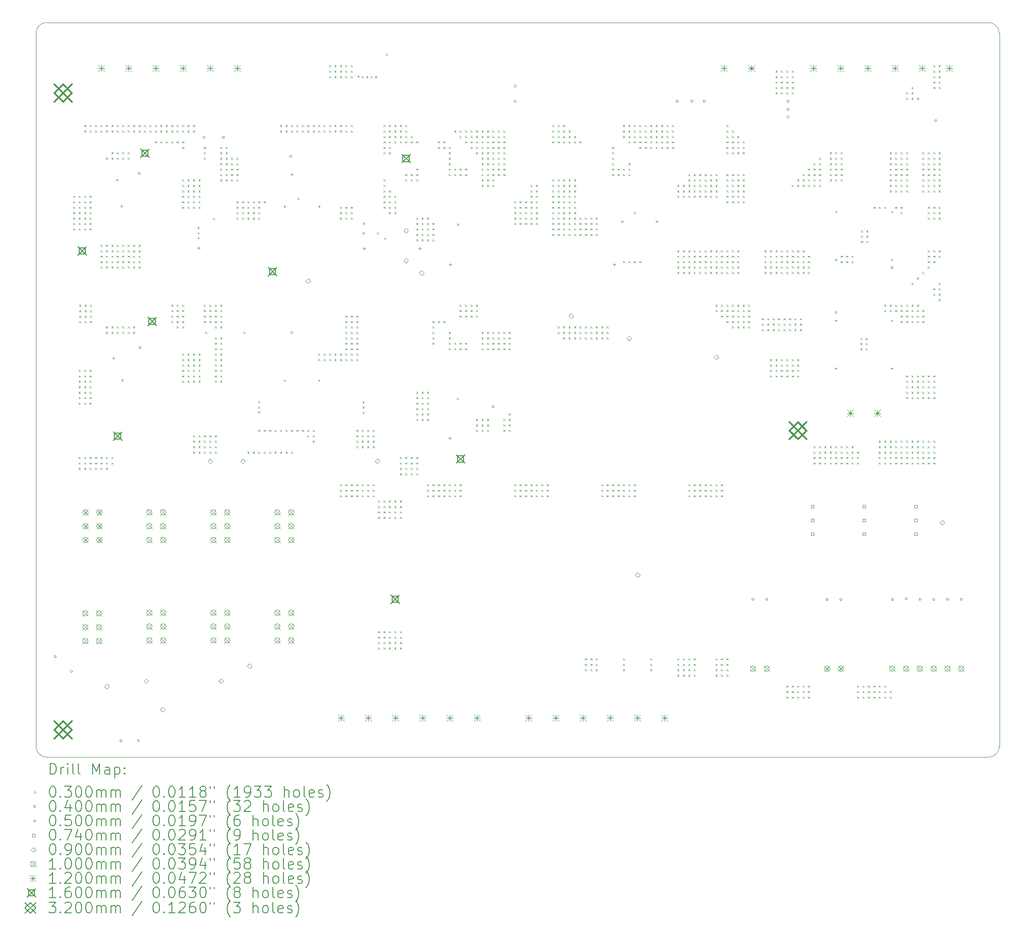
<source format=gbr>
%TF.GenerationSoftware,KiCad,Pcbnew,8.0.5*%
%TF.CreationDate,2025-05-08T20:59:00+02:00*%
%TF.ProjectId,rev_power_A,7265765f-706f-4776-9572-5f412e6b6963,rev?*%
%TF.SameCoordinates,Original*%
%TF.FileFunction,Drillmap*%
%TF.FilePolarity,Positive*%
%FSLAX45Y45*%
G04 Gerber Fmt 4.5, Leading zero omitted, Abs format (unit mm)*
G04 Created by KiCad (PCBNEW 8.0.5) date 2025-05-08 20:59:00*
%MOMM*%
%LPD*%
G01*
G04 APERTURE LIST*
%ADD10C,0.050000*%
%ADD11C,0.200000*%
%ADD12C,0.100000*%
%ADD13C,0.120000*%
%ADD14C,0.160000*%
%ADD15C,0.320000*%
G04 APERTURE END LIST*
D10*
X18700000Y14400000D02*
X1400000Y14400000D01*
X1200000Y14200001D02*
X1200000Y1100000D01*
X1400000Y900000D02*
G75*
G02*
X1200000Y1100000I0J200000D01*
G01*
X18900000Y1100000D02*
G75*
G02*
X18700000Y900000I-200000J0D01*
G01*
X18900000Y1100000D02*
X18900000Y14200000D01*
X18700000Y14400000D02*
G75*
G02*
X18900000Y14200000I0J-200000D01*
G01*
X1200000Y14200001D02*
G75*
G02*
X1400000Y14400000I200000J-1D01*
G01*
X1400000Y900000D02*
X18700000Y900000D01*
D11*
D12*
X1885000Y11215000D02*
X1915000Y11185000D01*
X1915000Y11215000D02*
X1885000Y11185000D01*
X1885000Y11115000D02*
X1915000Y11085000D01*
X1915000Y11115000D02*
X1885000Y11085000D01*
X1885000Y11015000D02*
X1915000Y10985000D01*
X1915000Y11015000D02*
X1885000Y10985000D01*
X1885000Y10915000D02*
X1915000Y10885000D01*
X1915000Y10915000D02*
X1885000Y10885000D01*
X1885000Y10815000D02*
X1915000Y10785000D01*
X1915000Y10815000D02*
X1885000Y10785000D01*
X1885000Y10715000D02*
X1915000Y10685000D01*
X1915000Y10715000D02*
X1885000Y10685000D01*
X1885000Y10615000D02*
X1915000Y10585000D01*
X1915000Y10615000D02*
X1885000Y10585000D01*
X1985000Y11215000D02*
X2015000Y11185000D01*
X2015000Y11215000D02*
X1985000Y11185000D01*
X1985000Y11115000D02*
X2015000Y11085000D01*
X2015000Y11115000D02*
X1985000Y11085000D01*
X1985000Y11015000D02*
X2015000Y10985000D01*
X2015000Y11015000D02*
X1985000Y10985000D01*
X1985000Y10915000D02*
X2015000Y10885000D01*
X2015000Y10915000D02*
X1985000Y10885000D01*
X1985000Y10815000D02*
X2015000Y10785000D01*
X2015000Y10815000D02*
X1985000Y10785000D01*
X1985000Y10715000D02*
X2015000Y10685000D01*
X2015000Y10715000D02*
X1985000Y10685000D01*
X1985000Y10615000D02*
X2015000Y10585000D01*
X2015000Y10615000D02*
X1985000Y10585000D01*
X1985000Y8015000D02*
X2015000Y7985000D01*
X2015000Y8015000D02*
X1985000Y7985000D01*
X1985000Y7915000D02*
X2015000Y7885000D01*
X2015000Y7915000D02*
X1985000Y7885000D01*
X1985000Y7815000D02*
X2015000Y7785000D01*
X2015000Y7815000D02*
X1985000Y7785000D01*
X1985000Y7715000D02*
X2015000Y7685000D01*
X2015000Y7715000D02*
X1985000Y7685000D01*
X1985000Y7615000D02*
X2015000Y7585000D01*
X2015000Y7615000D02*
X1985000Y7585000D01*
X1985000Y7515000D02*
X2015000Y7485000D01*
X2015000Y7515000D02*
X1985000Y7485000D01*
X1985000Y7415000D02*
X2015000Y7385000D01*
X2015000Y7415000D02*
X1985000Y7385000D01*
X1985000Y6415000D02*
X2015000Y6385000D01*
X2015000Y6415000D02*
X1985000Y6385000D01*
X1985000Y6315000D02*
X2015000Y6285000D01*
X2015000Y6315000D02*
X1985000Y6285000D01*
X1985000Y6215000D02*
X2015000Y6185000D01*
X2015000Y6215000D02*
X1985000Y6185000D01*
X1994000Y9211900D02*
X2024000Y9181900D01*
X2024000Y9211900D02*
X1994000Y9181900D01*
X1994000Y9111900D02*
X2024000Y9081900D01*
X2024000Y9111900D02*
X1994000Y9081900D01*
X1994000Y9011900D02*
X2024000Y8981900D01*
X2024000Y9011900D02*
X1994000Y8981900D01*
X1994000Y9011900D02*
X2024000Y8981900D01*
X2024000Y9011900D02*
X1994000Y8981900D01*
X1994000Y9011900D02*
X2024000Y8981900D01*
X2024000Y9011900D02*
X1994000Y8981900D01*
X1994000Y8911900D02*
X2024000Y8881900D01*
X2024000Y8911900D02*
X1994000Y8881900D01*
X2085000Y12515000D02*
X2115000Y12485000D01*
X2115000Y12515000D02*
X2085000Y12485000D01*
X2085000Y12415000D02*
X2115000Y12385000D01*
X2115000Y12415000D02*
X2085000Y12385000D01*
X2085000Y11215000D02*
X2115000Y11185000D01*
X2115000Y11215000D02*
X2085000Y11185000D01*
X2085000Y11115000D02*
X2115000Y11085000D01*
X2115000Y11115000D02*
X2085000Y11085000D01*
X2085000Y11015000D02*
X2115000Y10985000D01*
X2115000Y11015000D02*
X2085000Y10985000D01*
X2085000Y10915000D02*
X2115000Y10885000D01*
X2115000Y10915000D02*
X2085000Y10885000D01*
X2085000Y10815000D02*
X2115000Y10785000D01*
X2115000Y10815000D02*
X2085000Y10785000D01*
X2085000Y10715000D02*
X2115000Y10685000D01*
X2115000Y10715000D02*
X2085000Y10685000D01*
X2085000Y10615000D02*
X2115000Y10585000D01*
X2115000Y10615000D02*
X2085000Y10585000D01*
X2085000Y8015000D02*
X2115000Y7985000D01*
X2115000Y8015000D02*
X2085000Y7985000D01*
X2085000Y7915000D02*
X2115000Y7885000D01*
X2115000Y7915000D02*
X2085000Y7885000D01*
X2085000Y7915000D02*
X2115000Y7885000D01*
X2115000Y7915000D02*
X2085000Y7885000D01*
X2085000Y7815000D02*
X2115000Y7785000D01*
X2115000Y7815000D02*
X2085000Y7785000D01*
X2085000Y7715000D02*
X2115000Y7685000D01*
X2115000Y7715000D02*
X2085000Y7685000D01*
X2085000Y7615000D02*
X2115000Y7585000D01*
X2115000Y7615000D02*
X2085000Y7585000D01*
X2085000Y7515000D02*
X2115000Y7485000D01*
X2115000Y7515000D02*
X2085000Y7485000D01*
X2085000Y7415000D02*
X2115000Y7385000D01*
X2115000Y7415000D02*
X2085000Y7385000D01*
X2085000Y6415000D02*
X2115000Y6385000D01*
X2115000Y6415000D02*
X2085000Y6385000D01*
X2085000Y6315000D02*
X2115000Y6285000D01*
X2115000Y6315000D02*
X2085000Y6285000D01*
X2085000Y6215000D02*
X2115000Y6185000D01*
X2115000Y6215000D02*
X2085000Y6185000D01*
X2094000Y9211900D02*
X2124000Y9181900D01*
X2124000Y9211900D02*
X2094000Y9181900D01*
X2094000Y9111900D02*
X2124000Y9081900D01*
X2124000Y9111900D02*
X2094000Y9081900D01*
X2094000Y9011900D02*
X2124000Y8981900D01*
X2124000Y9011900D02*
X2094000Y8981900D01*
X2094000Y8911900D02*
X2124000Y8881900D01*
X2124000Y8911900D02*
X2094000Y8881900D01*
X2185000Y12515000D02*
X2215000Y12485000D01*
X2215000Y12515000D02*
X2185000Y12485000D01*
X2185000Y12415000D02*
X2215000Y12385000D01*
X2215000Y12415000D02*
X2185000Y12385000D01*
X2185000Y12415000D02*
X2215000Y12385000D01*
X2215000Y12415000D02*
X2185000Y12385000D01*
X2185000Y12415000D02*
X2215000Y12385000D01*
X2215000Y12415000D02*
X2185000Y12385000D01*
X2185000Y11215000D02*
X2215000Y11185000D01*
X2215000Y11215000D02*
X2185000Y11185000D01*
X2185000Y11115000D02*
X2215000Y11085000D01*
X2215000Y11115000D02*
X2185000Y11085000D01*
X2185000Y11015000D02*
X2215000Y10985000D01*
X2215000Y11015000D02*
X2185000Y10985000D01*
X2185000Y10915000D02*
X2215000Y10885000D01*
X2215000Y10915000D02*
X2185000Y10885000D01*
X2185000Y10815000D02*
X2215000Y10785000D01*
X2215000Y10815000D02*
X2185000Y10785000D01*
X2185000Y10715000D02*
X2215000Y10685000D01*
X2215000Y10715000D02*
X2185000Y10685000D01*
X2185000Y10615000D02*
X2215000Y10585000D01*
X2215000Y10615000D02*
X2185000Y10585000D01*
X2185000Y8015000D02*
X2215000Y7985000D01*
X2215000Y8015000D02*
X2185000Y7985000D01*
X2185000Y7915000D02*
X2215000Y7885000D01*
X2215000Y7915000D02*
X2185000Y7885000D01*
X2185000Y7815000D02*
X2215000Y7785000D01*
X2215000Y7815000D02*
X2185000Y7785000D01*
X2185000Y7715000D02*
X2215000Y7685000D01*
X2215000Y7715000D02*
X2185000Y7685000D01*
X2185000Y7615000D02*
X2215000Y7585000D01*
X2215000Y7615000D02*
X2185000Y7585000D01*
X2185000Y7515000D02*
X2215000Y7485000D01*
X2215000Y7515000D02*
X2185000Y7485000D01*
X2185000Y7415000D02*
X2215000Y7385000D01*
X2215000Y7415000D02*
X2185000Y7385000D01*
X2185000Y6415000D02*
X2215000Y6385000D01*
X2215000Y6415000D02*
X2185000Y6385000D01*
X2185000Y6315000D02*
X2215000Y6285000D01*
X2215000Y6315000D02*
X2185000Y6285000D01*
X2185000Y6215000D02*
X2215000Y6185000D01*
X2215000Y6215000D02*
X2185000Y6185000D01*
X2194000Y9211900D02*
X2224000Y9181900D01*
X2224000Y9211900D02*
X2194000Y9181900D01*
X2194000Y9111900D02*
X2224000Y9081900D01*
X2224000Y9111900D02*
X2194000Y9081900D01*
X2194000Y9011900D02*
X2224000Y8981900D01*
X2224000Y9011900D02*
X2194000Y8981900D01*
X2194000Y8911900D02*
X2224000Y8881900D01*
X2224000Y8911900D02*
X2194000Y8881900D01*
X2285000Y12515000D02*
X2315000Y12485000D01*
X2315000Y12515000D02*
X2285000Y12485000D01*
X2285000Y12415000D02*
X2315000Y12385000D01*
X2315000Y12415000D02*
X2285000Y12385000D01*
X2285000Y12415000D02*
X2315000Y12385000D01*
X2315000Y12415000D02*
X2285000Y12385000D01*
X2285000Y6415000D02*
X2315000Y6385000D01*
X2315000Y6415000D02*
X2285000Y6385000D01*
X2285000Y6315000D02*
X2315000Y6285000D01*
X2315000Y6315000D02*
X2285000Y6285000D01*
X2285000Y6215000D02*
X2315000Y6185000D01*
X2315000Y6215000D02*
X2285000Y6185000D01*
X2385000Y12515000D02*
X2415000Y12485000D01*
X2415000Y12515000D02*
X2385000Y12485000D01*
X2385000Y12415000D02*
X2415000Y12385000D01*
X2415000Y12415000D02*
X2385000Y12385000D01*
X2385000Y10315000D02*
X2415000Y10285000D01*
X2415000Y10315000D02*
X2385000Y10285000D01*
X2385000Y10215000D02*
X2415000Y10185000D01*
X2415000Y10215000D02*
X2385000Y10185000D01*
X2385000Y10115000D02*
X2415000Y10085000D01*
X2415000Y10115000D02*
X2385000Y10085000D01*
X2385000Y10015000D02*
X2415000Y9985000D01*
X2415000Y10015000D02*
X2385000Y9985000D01*
X2385000Y9915000D02*
X2415000Y9885000D01*
X2415000Y9915000D02*
X2385000Y9885000D01*
X2385000Y6415000D02*
X2415000Y6385000D01*
X2415000Y6415000D02*
X2385000Y6385000D01*
X2385000Y6315000D02*
X2415000Y6285000D01*
X2415000Y6315000D02*
X2385000Y6285000D01*
X2385000Y6215000D02*
X2415000Y6185000D01*
X2415000Y6215000D02*
X2385000Y6185000D01*
X2485000Y12515000D02*
X2515000Y12485000D01*
X2515000Y12515000D02*
X2485000Y12485000D01*
X2485000Y12415000D02*
X2515000Y12385000D01*
X2515000Y12415000D02*
X2485000Y12385000D01*
X2485000Y11915000D02*
X2515000Y11885000D01*
X2515000Y11915000D02*
X2485000Y11885000D01*
X2485000Y10315000D02*
X2515000Y10285000D01*
X2515000Y10315000D02*
X2485000Y10285000D01*
X2485000Y10215000D02*
X2515000Y10185000D01*
X2515000Y10215000D02*
X2485000Y10185000D01*
X2485000Y10115000D02*
X2515000Y10085000D01*
X2515000Y10115000D02*
X2485000Y10085000D01*
X2485000Y10015000D02*
X2515000Y9985000D01*
X2515000Y10015000D02*
X2485000Y9985000D01*
X2485000Y9915000D02*
X2515000Y9885000D01*
X2515000Y9915000D02*
X2485000Y9885000D01*
X2485000Y8815000D02*
X2515000Y8785000D01*
X2515000Y8815000D02*
X2485000Y8785000D01*
X2485000Y8715000D02*
X2515000Y8685000D01*
X2515000Y8715000D02*
X2485000Y8685000D01*
X2485000Y6415000D02*
X2515000Y6385000D01*
X2515000Y6415000D02*
X2485000Y6385000D01*
X2485000Y6315000D02*
X2515000Y6285000D01*
X2515000Y6315000D02*
X2485000Y6285000D01*
X2485000Y6215000D02*
X2515000Y6185000D01*
X2515000Y6215000D02*
X2485000Y6185000D01*
X2585000Y12515000D02*
X2615000Y12485000D01*
X2615000Y12515000D02*
X2585000Y12485000D01*
X2585000Y12415000D02*
X2615000Y12385000D01*
X2615000Y12415000D02*
X2585000Y12385000D01*
X2585000Y12415000D02*
X2615000Y12385000D01*
X2615000Y12415000D02*
X2585000Y12385000D01*
X2585000Y12015000D02*
X2615000Y11985000D01*
X2615000Y12015000D02*
X2585000Y11985000D01*
X2585000Y11915000D02*
X2615000Y11885000D01*
X2615000Y11915000D02*
X2585000Y11885000D01*
X2585000Y10315000D02*
X2615000Y10285000D01*
X2615000Y10315000D02*
X2585000Y10285000D01*
X2585000Y10215000D02*
X2615000Y10185000D01*
X2615000Y10215000D02*
X2585000Y10185000D01*
X2585000Y10115000D02*
X2615000Y10085000D01*
X2615000Y10115000D02*
X2585000Y10085000D01*
X2585000Y10015000D02*
X2615000Y9985000D01*
X2615000Y10015000D02*
X2585000Y9985000D01*
X2585000Y9915000D02*
X2615000Y9885000D01*
X2615000Y9915000D02*
X2585000Y9885000D01*
X2585000Y8815000D02*
X2615000Y8785000D01*
X2615000Y8815000D02*
X2585000Y8785000D01*
X2585000Y8715000D02*
X2615000Y8685000D01*
X2615000Y8715000D02*
X2585000Y8685000D01*
X2585000Y6415000D02*
X2615000Y6385000D01*
X2615000Y6415000D02*
X2585000Y6385000D01*
X2585000Y6315000D02*
X2615000Y6285000D01*
X2615000Y6315000D02*
X2585000Y6285000D01*
X2613300Y8247700D02*
X2643300Y8217700D01*
X2643300Y8247700D02*
X2613300Y8217700D01*
X2676800Y11522200D02*
X2706800Y11492200D01*
X2706800Y11522200D02*
X2676800Y11492200D01*
X2685000Y12515000D02*
X2715000Y12485000D01*
X2715000Y12515000D02*
X2685000Y12485000D01*
X2685000Y12415000D02*
X2715000Y12385000D01*
X2715000Y12415000D02*
X2685000Y12385000D01*
X2685000Y12015000D02*
X2715000Y11985000D01*
X2715000Y12015000D02*
X2685000Y11985000D01*
X2685000Y11915000D02*
X2715000Y11885000D01*
X2715000Y11915000D02*
X2685000Y11885000D01*
X2685000Y10315000D02*
X2715000Y10285000D01*
X2715000Y10315000D02*
X2685000Y10285000D01*
X2685000Y10215000D02*
X2715000Y10185000D01*
X2715000Y10215000D02*
X2685000Y10185000D01*
X2685000Y10115000D02*
X2715000Y10085000D01*
X2715000Y10115000D02*
X2685000Y10085000D01*
X2685000Y10015000D02*
X2715000Y9985000D01*
X2715000Y10015000D02*
X2685000Y9985000D01*
X2685000Y9915000D02*
X2715000Y9885000D01*
X2715000Y9915000D02*
X2685000Y9885000D01*
X2685000Y8815000D02*
X2715000Y8785000D01*
X2715000Y8815000D02*
X2685000Y8785000D01*
X2685000Y8715000D02*
X2715000Y8685000D01*
X2715000Y8715000D02*
X2685000Y8685000D01*
X2755100Y11043300D02*
X2785100Y11013300D01*
X2785100Y11043300D02*
X2755100Y11013300D01*
X2773700Y7842300D02*
X2803700Y7812300D01*
X2803700Y7842300D02*
X2773700Y7812300D01*
X2785000Y12515000D02*
X2815000Y12485000D01*
X2815000Y12515000D02*
X2785000Y12485000D01*
X2785000Y12415000D02*
X2815000Y12385000D01*
X2815000Y12415000D02*
X2785000Y12385000D01*
X2785000Y12015000D02*
X2815000Y11985000D01*
X2815000Y12015000D02*
X2785000Y11985000D01*
X2785000Y11915000D02*
X2815000Y11885000D01*
X2815000Y11915000D02*
X2785000Y11885000D01*
X2785000Y10315000D02*
X2815000Y10285000D01*
X2815000Y10315000D02*
X2785000Y10285000D01*
X2785000Y10215000D02*
X2815000Y10185000D01*
X2815000Y10215000D02*
X2785000Y10185000D01*
X2785000Y10115000D02*
X2815000Y10085000D01*
X2815000Y10115000D02*
X2785000Y10085000D01*
X2785000Y10015000D02*
X2815000Y9985000D01*
X2815000Y10015000D02*
X2785000Y9985000D01*
X2785000Y9915000D02*
X2815000Y9885000D01*
X2815000Y9915000D02*
X2785000Y9885000D01*
X2785000Y8815000D02*
X2815000Y8785000D01*
X2815000Y8815000D02*
X2785000Y8785000D01*
X2785000Y8715000D02*
X2815000Y8685000D01*
X2815000Y8715000D02*
X2785000Y8685000D01*
X2885000Y12515000D02*
X2915000Y12485000D01*
X2915000Y12515000D02*
X2885000Y12485000D01*
X2885000Y12415000D02*
X2915000Y12385000D01*
X2915000Y12415000D02*
X2885000Y12385000D01*
X2885000Y12015000D02*
X2915000Y11985000D01*
X2915000Y12015000D02*
X2885000Y11985000D01*
X2885000Y11915000D02*
X2915000Y11885000D01*
X2915000Y11915000D02*
X2885000Y11885000D01*
X2885000Y10315000D02*
X2915000Y10285000D01*
X2915000Y10315000D02*
X2885000Y10285000D01*
X2885000Y10215000D02*
X2915000Y10185000D01*
X2915000Y10215000D02*
X2885000Y10185000D01*
X2885000Y10115000D02*
X2915000Y10085000D01*
X2915000Y10115000D02*
X2885000Y10085000D01*
X2885000Y10015000D02*
X2915000Y9985000D01*
X2915000Y10015000D02*
X2885000Y9985000D01*
X2885000Y9915000D02*
X2915000Y9885000D01*
X2915000Y9915000D02*
X2885000Y9885000D01*
X2885000Y8815000D02*
X2915000Y8785000D01*
X2915000Y8815000D02*
X2885000Y8785000D01*
X2885000Y8715000D02*
X2915000Y8685000D01*
X2915000Y8715000D02*
X2885000Y8685000D01*
X2985000Y12515000D02*
X3015000Y12485000D01*
X3015000Y12515000D02*
X2985000Y12485000D01*
X2985000Y12415000D02*
X3015000Y12385000D01*
X3015000Y12415000D02*
X2985000Y12385000D01*
X2985000Y12415000D02*
X3015000Y12385000D01*
X3015000Y12415000D02*
X2985000Y12385000D01*
X2985000Y10315000D02*
X3015000Y10285000D01*
X3015000Y10315000D02*
X2985000Y10285000D01*
X2985000Y10315000D02*
X3015000Y10285000D01*
X3015000Y10315000D02*
X2985000Y10285000D01*
X2985000Y10215000D02*
X3015000Y10185000D01*
X3015000Y10215000D02*
X2985000Y10185000D01*
X2985000Y10115000D02*
X3015000Y10085000D01*
X3015000Y10115000D02*
X2985000Y10085000D01*
X2985000Y10015000D02*
X3015000Y9985000D01*
X3015000Y10015000D02*
X2985000Y9985000D01*
X2985000Y9915000D02*
X3015000Y9885000D01*
X3015000Y9915000D02*
X2985000Y9885000D01*
X2985000Y8815000D02*
X3015000Y8785000D01*
X3015000Y8815000D02*
X2985000Y8785000D01*
X2985000Y8715000D02*
X3015000Y8685000D01*
X3015000Y8715000D02*
X2985000Y8685000D01*
X3085000Y12515000D02*
X3115000Y12485000D01*
X3115000Y12515000D02*
X3085000Y12485000D01*
X3085000Y12415000D02*
X3115000Y12385000D01*
X3115000Y12415000D02*
X3085000Y12385000D01*
X3085000Y10315000D02*
X3115000Y10285000D01*
X3115000Y10315000D02*
X3085000Y10285000D01*
X3085000Y10215000D02*
X3115000Y10185000D01*
X3115000Y10215000D02*
X3085000Y10185000D01*
X3085000Y10115000D02*
X3115000Y10085000D01*
X3115000Y10115000D02*
X3085000Y10085000D01*
X3085000Y10015000D02*
X3115000Y9985000D01*
X3115000Y10015000D02*
X3085000Y9985000D01*
X3085000Y9915000D02*
X3115000Y9885000D01*
X3115000Y9915000D02*
X3085000Y9885000D01*
X3185000Y12515000D02*
X3215000Y12485000D01*
X3215000Y12515000D02*
X3185000Y12485000D01*
X3185000Y12415000D02*
X3215000Y12385000D01*
X3215000Y12415000D02*
X3185000Y12385000D01*
X3285000Y12515000D02*
X3315000Y12485000D01*
X3315000Y12515000D02*
X3285000Y12485000D01*
X3285000Y12515000D02*
X3315000Y12485000D01*
X3315000Y12515000D02*
X3285000Y12485000D01*
X3285000Y12415000D02*
X3315000Y12385000D01*
X3315000Y12415000D02*
X3285000Y12385000D01*
X3385000Y12515000D02*
X3415000Y12485000D01*
X3415000Y12515000D02*
X3385000Y12485000D01*
X3385000Y12415000D02*
X3415000Y12385000D01*
X3415000Y12415000D02*
X3385000Y12385000D01*
X3385000Y12215000D02*
X3415000Y12185000D01*
X3415000Y12215000D02*
X3385000Y12185000D01*
X3485000Y12515000D02*
X3515000Y12485000D01*
X3515000Y12515000D02*
X3485000Y12485000D01*
X3485000Y12415000D02*
X3515000Y12385000D01*
X3515000Y12415000D02*
X3485000Y12385000D01*
X3485000Y12215000D02*
X3515000Y12185000D01*
X3515000Y12215000D02*
X3485000Y12185000D01*
X3585000Y12515000D02*
X3615000Y12485000D01*
X3615000Y12515000D02*
X3585000Y12485000D01*
X3585000Y12415000D02*
X3615000Y12385000D01*
X3615000Y12415000D02*
X3585000Y12385000D01*
X3585000Y12215000D02*
X3615000Y12185000D01*
X3615000Y12215000D02*
X3585000Y12185000D01*
X3685000Y12515000D02*
X3715000Y12485000D01*
X3715000Y12515000D02*
X3685000Y12485000D01*
X3685000Y12415000D02*
X3715000Y12385000D01*
X3715000Y12415000D02*
X3685000Y12385000D01*
X3685000Y12215000D02*
X3715000Y12185000D01*
X3715000Y12215000D02*
X3685000Y12185000D01*
X3685000Y9215000D02*
X3715000Y9185000D01*
X3715000Y9215000D02*
X3685000Y9185000D01*
X3685000Y9215000D02*
X3715000Y9185000D01*
X3715000Y9215000D02*
X3685000Y9185000D01*
X3685000Y9115000D02*
X3715000Y9085000D01*
X3715000Y9115000D02*
X3685000Y9085000D01*
X3685000Y9015000D02*
X3715000Y8985000D01*
X3715000Y9015000D02*
X3685000Y8985000D01*
X3685000Y8915000D02*
X3715000Y8885000D01*
X3715000Y8915000D02*
X3685000Y8885000D01*
X3785000Y12515000D02*
X3815000Y12485000D01*
X3815000Y12515000D02*
X3785000Y12485000D01*
X3785000Y12415000D02*
X3815000Y12385000D01*
X3815000Y12415000D02*
X3785000Y12385000D01*
X3785000Y12215000D02*
X3815000Y12185000D01*
X3815000Y12215000D02*
X3785000Y12185000D01*
X3785000Y9215000D02*
X3815000Y9185000D01*
X3815000Y9215000D02*
X3785000Y9185000D01*
X3785000Y9115000D02*
X3815000Y9085000D01*
X3815000Y9115000D02*
X3785000Y9085000D01*
X3785000Y9015000D02*
X3815000Y8985000D01*
X3815000Y9015000D02*
X3785000Y8985000D01*
X3785000Y8915000D02*
X3815000Y8885000D01*
X3815000Y8915000D02*
X3785000Y8885000D01*
X3785000Y8815000D02*
X3815000Y8785000D01*
X3815000Y8815000D02*
X3785000Y8785000D01*
X3885000Y12515000D02*
X3915000Y12485000D01*
X3915000Y12515000D02*
X3885000Y12485000D01*
X3885000Y12415000D02*
X3915000Y12385000D01*
X3915000Y12415000D02*
X3885000Y12385000D01*
X3885000Y12215000D02*
X3915000Y12185000D01*
X3915000Y12215000D02*
X3885000Y12185000D01*
X3885000Y12115000D02*
X3915000Y12085000D01*
X3915000Y12115000D02*
X3885000Y12085000D01*
X3885000Y11515000D02*
X3915000Y11485000D01*
X3915000Y11515000D02*
X3885000Y11485000D01*
X3885000Y11415000D02*
X3915000Y11385000D01*
X3915000Y11415000D02*
X3885000Y11385000D01*
X3885000Y11315000D02*
X3915000Y11285000D01*
X3915000Y11315000D02*
X3885000Y11285000D01*
X3885000Y11315000D02*
X3915000Y11285000D01*
X3915000Y11315000D02*
X3885000Y11285000D01*
X3885000Y11215000D02*
X3915000Y11185000D01*
X3915000Y11215000D02*
X3885000Y11185000D01*
X3885000Y11115000D02*
X3915000Y11085000D01*
X3915000Y11115000D02*
X3885000Y11085000D01*
X3885000Y11015000D02*
X3915000Y10985000D01*
X3915000Y11015000D02*
X3885000Y10985000D01*
X3885000Y9215000D02*
X3915000Y9185000D01*
X3915000Y9215000D02*
X3885000Y9185000D01*
X3885000Y9115000D02*
X3915000Y9085000D01*
X3915000Y9115000D02*
X3885000Y9085000D01*
X3885000Y9015000D02*
X3915000Y8985000D01*
X3915000Y9015000D02*
X3885000Y8985000D01*
X3885000Y8915000D02*
X3915000Y8885000D01*
X3915000Y8915000D02*
X3885000Y8885000D01*
X3885000Y8815000D02*
X3915000Y8785000D01*
X3915000Y8815000D02*
X3885000Y8785000D01*
X3885000Y8315000D02*
X3915000Y8285000D01*
X3915000Y8315000D02*
X3885000Y8285000D01*
X3885000Y8215000D02*
X3915000Y8185000D01*
X3915000Y8215000D02*
X3885000Y8185000D01*
X3885000Y8115000D02*
X3915000Y8085000D01*
X3915000Y8115000D02*
X3885000Y8085000D01*
X3885000Y8015000D02*
X3915000Y7985000D01*
X3915000Y8015000D02*
X3885000Y7985000D01*
X3885000Y7915000D02*
X3915000Y7885000D01*
X3915000Y7915000D02*
X3885000Y7885000D01*
X3885000Y7815000D02*
X3915000Y7785000D01*
X3915000Y7815000D02*
X3885000Y7785000D01*
X3985000Y12515000D02*
X4015000Y12485000D01*
X4015000Y12515000D02*
X3985000Y12485000D01*
X3985000Y12415000D02*
X4015000Y12385000D01*
X4015000Y12415000D02*
X3985000Y12385000D01*
X3985000Y11515000D02*
X4015000Y11485000D01*
X4015000Y11515000D02*
X3985000Y11485000D01*
X3985000Y11415000D02*
X4015000Y11385000D01*
X4015000Y11415000D02*
X3985000Y11385000D01*
X3985000Y11315000D02*
X4015000Y11285000D01*
X4015000Y11315000D02*
X3985000Y11285000D01*
X3985000Y11215000D02*
X4015000Y11185000D01*
X4015000Y11215000D02*
X3985000Y11185000D01*
X3985000Y11115000D02*
X4015000Y11085000D01*
X4015000Y11115000D02*
X3985000Y11085000D01*
X3985000Y11015000D02*
X4015000Y10985000D01*
X4015000Y11015000D02*
X3985000Y10985000D01*
X3985000Y8315000D02*
X4015000Y8285000D01*
X4015000Y8315000D02*
X3985000Y8285000D01*
X3985000Y8215000D02*
X4015000Y8185000D01*
X4015000Y8215000D02*
X3985000Y8185000D01*
X3985000Y8115000D02*
X4015000Y8085000D01*
X4015000Y8115000D02*
X3985000Y8085000D01*
X3985000Y8015000D02*
X4015000Y7985000D01*
X4015000Y8015000D02*
X3985000Y7985000D01*
X3985000Y7915000D02*
X4015000Y7885000D01*
X4015000Y7915000D02*
X3985000Y7885000D01*
X3985000Y7815000D02*
X4015000Y7785000D01*
X4015000Y7815000D02*
X3985000Y7785000D01*
X4085000Y12515000D02*
X4115000Y12485000D01*
X4115000Y12515000D02*
X4085000Y12485000D01*
X4085000Y12415000D02*
X4115000Y12385000D01*
X4115000Y12415000D02*
X4085000Y12385000D01*
X4085000Y11515000D02*
X4115000Y11485000D01*
X4115000Y11515000D02*
X4085000Y11485000D01*
X4085000Y11415000D02*
X4115000Y11385000D01*
X4115000Y11415000D02*
X4085000Y11385000D01*
X4085000Y11315000D02*
X4115000Y11285000D01*
X4115000Y11315000D02*
X4085000Y11285000D01*
X4085000Y11215000D02*
X4115000Y11185000D01*
X4115000Y11215000D02*
X4085000Y11185000D01*
X4085000Y11115000D02*
X4115000Y11085000D01*
X4115000Y11115000D02*
X4085000Y11085000D01*
X4085000Y11015000D02*
X4115000Y10985000D01*
X4115000Y11015000D02*
X4085000Y10985000D01*
X4085000Y8315000D02*
X4115000Y8285000D01*
X4115000Y8315000D02*
X4085000Y8285000D01*
X4085000Y8215000D02*
X4115000Y8185000D01*
X4115000Y8215000D02*
X4085000Y8185000D01*
X4085000Y8115000D02*
X4115000Y8085000D01*
X4115000Y8115000D02*
X4085000Y8085000D01*
X4085000Y8015000D02*
X4115000Y7985000D01*
X4115000Y8015000D02*
X4085000Y7985000D01*
X4085000Y7915000D02*
X4115000Y7885000D01*
X4115000Y7915000D02*
X4085000Y7885000D01*
X4085000Y7815000D02*
X4115000Y7785000D01*
X4115000Y7815000D02*
X4085000Y7785000D01*
X4085000Y6815000D02*
X4115000Y6785000D01*
X4115000Y6815000D02*
X4085000Y6785000D01*
X4085000Y6715000D02*
X4115000Y6685000D01*
X4115000Y6715000D02*
X4085000Y6685000D01*
X4085000Y6615000D02*
X4115000Y6585000D01*
X4115000Y6615000D02*
X4085000Y6585000D01*
X4085000Y6515000D02*
X4115000Y6485000D01*
X4115000Y6515000D02*
X4085000Y6485000D01*
X4171000Y10642890D02*
X4201000Y10612890D01*
X4201000Y10642890D02*
X4171000Y10612890D01*
X4171000Y10548900D02*
X4201000Y10518900D01*
X4201000Y10548900D02*
X4171000Y10518900D01*
X4171000Y10452890D02*
X4201000Y10422890D01*
X4201000Y10452890D02*
X4171000Y10422890D01*
X4185000Y11515000D02*
X4215000Y11485000D01*
X4215000Y11515000D02*
X4185000Y11485000D01*
X4185000Y11415000D02*
X4215000Y11385000D01*
X4215000Y11415000D02*
X4185000Y11385000D01*
X4185000Y11315000D02*
X4215000Y11285000D01*
X4215000Y11315000D02*
X4185000Y11285000D01*
X4185000Y11215000D02*
X4215000Y11185000D01*
X4215000Y11215000D02*
X4185000Y11185000D01*
X4185000Y11115000D02*
X4215000Y11085000D01*
X4215000Y11115000D02*
X4185000Y11085000D01*
X4185000Y11015000D02*
X4215000Y10985000D01*
X4215000Y11015000D02*
X4185000Y10985000D01*
X4185000Y8315000D02*
X4215000Y8285000D01*
X4215000Y8315000D02*
X4185000Y8285000D01*
X4185000Y8215000D02*
X4215000Y8185000D01*
X4215000Y8215000D02*
X4185000Y8185000D01*
X4185000Y8115000D02*
X4215000Y8085000D01*
X4215000Y8115000D02*
X4185000Y8085000D01*
X4185000Y8015000D02*
X4215000Y7985000D01*
X4215000Y8015000D02*
X4185000Y7985000D01*
X4185000Y7915000D02*
X4215000Y7885000D01*
X4215000Y7915000D02*
X4185000Y7885000D01*
X4185000Y7815000D02*
X4215000Y7785000D01*
X4215000Y7815000D02*
X4185000Y7785000D01*
X4185000Y6815000D02*
X4215000Y6785000D01*
X4215000Y6815000D02*
X4185000Y6785000D01*
X4185000Y6715000D02*
X4215000Y6685000D01*
X4215000Y6715000D02*
X4185000Y6685000D01*
X4185000Y6615000D02*
X4215000Y6585000D01*
X4215000Y6615000D02*
X4185000Y6585000D01*
X4185000Y6515000D02*
X4215000Y6485000D01*
X4215000Y6515000D02*
X4185000Y6485000D01*
X4285000Y12115000D02*
X4315000Y12085000D01*
X4315000Y12115000D02*
X4285000Y12085000D01*
X4285000Y12015000D02*
X4315000Y11985000D01*
X4315000Y12015000D02*
X4285000Y11985000D01*
X4285000Y11915000D02*
X4315000Y11885000D01*
X4315000Y11915000D02*
X4285000Y11885000D01*
X4285000Y9215000D02*
X4315000Y9185000D01*
X4315000Y9215000D02*
X4285000Y9185000D01*
X4285000Y9115000D02*
X4315000Y9085000D01*
X4315000Y9115000D02*
X4285000Y9085000D01*
X4285000Y9015000D02*
X4315000Y8985000D01*
X4315000Y9015000D02*
X4285000Y8985000D01*
X4285000Y8915000D02*
X4315000Y8885000D01*
X4315000Y8915000D02*
X4285000Y8885000D01*
X4285000Y6815000D02*
X4315000Y6785000D01*
X4315000Y6815000D02*
X4285000Y6785000D01*
X4285000Y6715000D02*
X4315000Y6685000D01*
X4315000Y6715000D02*
X4285000Y6685000D01*
X4285000Y6615000D02*
X4315000Y6585000D01*
X4315000Y6615000D02*
X4285000Y6585000D01*
X4285000Y6515000D02*
X4315000Y6485000D01*
X4315000Y6515000D02*
X4285000Y6485000D01*
X4310000Y8715000D02*
X4340000Y8685000D01*
X4340000Y8715000D02*
X4310000Y8685000D01*
X4385000Y9215000D02*
X4415000Y9185000D01*
X4415000Y9215000D02*
X4385000Y9185000D01*
X4385000Y9115000D02*
X4415000Y9085000D01*
X4415000Y9115000D02*
X4385000Y9085000D01*
X4385000Y9015000D02*
X4415000Y8985000D01*
X4415000Y9015000D02*
X4385000Y8985000D01*
X4385000Y8915000D02*
X4415000Y8885000D01*
X4415000Y8915000D02*
X4385000Y8885000D01*
X4385000Y6815000D02*
X4415000Y6785000D01*
X4415000Y6815000D02*
X4385000Y6785000D01*
X4385000Y6815000D02*
X4415000Y6785000D01*
X4415000Y6815000D02*
X4385000Y6785000D01*
X4385000Y6715000D02*
X4415000Y6685000D01*
X4415000Y6715000D02*
X4385000Y6685000D01*
X4385000Y6615000D02*
X4415000Y6585000D01*
X4415000Y6615000D02*
X4385000Y6585000D01*
X4385000Y6515000D02*
X4415000Y6485000D01*
X4415000Y6515000D02*
X4385000Y6485000D01*
X4454100Y10805500D02*
X4484100Y10775500D01*
X4484100Y10805500D02*
X4454100Y10775500D01*
X4485000Y9215000D02*
X4515000Y9185000D01*
X4515000Y9215000D02*
X4485000Y9185000D01*
X4485000Y9115000D02*
X4515000Y9085000D01*
X4515000Y9115000D02*
X4485000Y9085000D01*
X4485000Y9015000D02*
X4515000Y8985000D01*
X4515000Y9015000D02*
X4485000Y8985000D01*
X4485000Y8915000D02*
X4515000Y8885000D01*
X4515000Y8915000D02*
X4485000Y8885000D01*
X4485000Y8815000D02*
X4515000Y8785000D01*
X4515000Y8815000D02*
X4485000Y8785000D01*
X4485000Y8615000D02*
X4515000Y8585000D01*
X4515000Y8615000D02*
X4485000Y8585000D01*
X4485000Y8515000D02*
X4515000Y8485000D01*
X4515000Y8515000D02*
X4485000Y8485000D01*
X4485000Y8415000D02*
X4515000Y8385000D01*
X4515000Y8415000D02*
X4485000Y8385000D01*
X4485000Y8315000D02*
X4515000Y8285000D01*
X4515000Y8315000D02*
X4485000Y8285000D01*
X4485000Y8215000D02*
X4515000Y8185000D01*
X4515000Y8215000D02*
X4485000Y8185000D01*
X4485000Y8115000D02*
X4515000Y8085000D01*
X4515000Y8115000D02*
X4485000Y8085000D01*
X4485000Y8015000D02*
X4515000Y7985000D01*
X4515000Y8015000D02*
X4485000Y7985000D01*
X4485000Y7915000D02*
X4515000Y7885000D01*
X4515000Y7915000D02*
X4485000Y7885000D01*
X4485000Y7815000D02*
X4515000Y7785000D01*
X4515000Y7815000D02*
X4485000Y7785000D01*
X4485000Y6815000D02*
X4515000Y6785000D01*
X4515000Y6815000D02*
X4485000Y6785000D01*
X4485000Y6715000D02*
X4515000Y6685000D01*
X4515000Y6715000D02*
X4485000Y6685000D01*
X4485000Y6615000D02*
X4515000Y6585000D01*
X4515000Y6615000D02*
X4485000Y6585000D01*
X4485000Y6515000D02*
X4515000Y6485000D01*
X4515000Y6515000D02*
X4485000Y6485000D01*
X4585000Y12115000D02*
X4615000Y12085000D01*
X4615000Y12115000D02*
X4585000Y12085000D01*
X4585000Y12015000D02*
X4615000Y11985000D01*
X4615000Y12015000D02*
X4585000Y11985000D01*
X4585000Y11915000D02*
X4615000Y11885000D01*
X4615000Y11915000D02*
X4585000Y11885000D01*
X4585000Y11815000D02*
X4615000Y11785000D01*
X4615000Y11815000D02*
X4585000Y11785000D01*
X4585000Y11715000D02*
X4615000Y11685000D01*
X4615000Y11715000D02*
X4585000Y11685000D01*
X4585000Y11615000D02*
X4615000Y11585000D01*
X4615000Y11615000D02*
X4585000Y11585000D01*
X4585000Y11515000D02*
X4615000Y11485000D01*
X4615000Y11515000D02*
X4585000Y11485000D01*
X4585000Y9215000D02*
X4615000Y9185000D01*
X4615000Y9215000D02*
X4585000Y9185000D01*
X4585000Y9115000D02*
X4615000Y9085000D01*
X4615000Y9115000D02*
X4585000Y9085000D01*
X4585000Y9015000D02*
X4615000Y8985000D01*
X4615000Y9015000D02*
X4585000Y8985000D01*
X4585000Y8915000D02*
X4615000Y8885000D01*
X4615000Y8915000D02*
X4585000Y8885000D01*
X4585000Y8815000D02*
X4615000Y8785000D01*
X4615000Y8815000D02*
X4585000Y8785000D01*
X4585000Y8615000D02*
X4615000Y8585000D01*
X4615000Y8615000D02*
X4585000Y8585000D01*
X4585000Y8515000D02*
X4615000Y8485000D01*
X4615000Y8515000D02*
X4585000Y8485000D01*
X4585000Y8415000D02*
X4615000Y8385000D01*
X4615000Y8415000D02*
X4585000Y8385000D01*
X4585000Y8315000D02*
X4615000Y8285000D01*
X4615000Y8315000D02*
X4585000Y8285000D01*
X4585000Y8215000D02*
X4615000Y8185000D01*
X4615000Y8215000D02*
X4585000Y8185000D01*
X4585000Y8215000D02*
X4615000Y8185000D01*
X4615000Y8215000D02*
X4585000Y8185000D01*
X4585000Y8115000D02*
X4615000Y8085000D01*
X4615000Y8115000D02*
X4585000Y8085000D01*
X4585000Y8015000D02*
X4615000Y7985000D01*
X4615000Y8015000D02*
X4585000Y7985000D01*
X4585000Y7915000D02*
X4615000Y7885000D01*
X4615000Y7915000D02*
X4585000Y7885000D01*
X4585000Y7815000D02*
X4615000Y7785000D01*
X4615000Y7815000D02*
X4585000Y7785000D01*
X4685000Y12115000D02*
X4715000Y12085000D01*
X4715000Y12115000D02*
X4685000Y12085000D01*
X4685000Y12015000D02*
X4715000Y11985000D01*
X4715000Y12015000D02*
X4685000Y11985000D01*
X4685000Y11915000D02*
X4715000Y11885000D01*
X4715000Y11915000D02*
X4685000Y11885000D01*
X4685000Y11815000D02*
X4715000Y11785000D01*
X4715000Y11815000D02*
X4685000Y11785000D01*
X4685000Y11715000D02*
X4715000Y11685000D01*
X4715000Y11715000D02*
X4685000Y11685000D01*
X4685000Y11615000D02*
X4715000Y11585000D01*
X4715000Y11615000D02*
X4685000Y11585000D01*
X4685000Y11515000D02*
X4715000Y11485000D01*
X4715000Y11515000D02*
X4685000Y11485000D01*
X4785000Y11915000D02*
X4815000Y11885000D01*
X4815000Y11915000D02*
X4785000Y11885000D01*
X4785000Y11815000D02*
X4815000Y11785000D01*
X4815000Y11815000D02*
X4785000Y11785000D01*
X4785000Y11715000D02*
X4815000Y11685000D01*
X4815000Y11715000D02*
X4785000Y11685000D01*
X4785000Y11715000D02*
X4815000Y11685000D01*
X4815000Y11715000D02*
X4785000Y11685000D01*
X4785000Y11615000D02*
X4815000Y11585000D01*
X4815000Y11615000D02*
X4785000Y11585000D01*
X4785000Y11515000D02*
X4815000Y11485000D01*
X4815000Y11515000D02*
X4785000Y11485000D01*
X4885000Y11915000D02*
X4915000Y11885000D01*
X4915000Y11915000D02*
X4885000Y11885000D01*
X4885000Y11815000D02*
X4915000Y11785000D01*
X4915000Y11815000D02*
X4885000Y11785000D01*
X4885000Y11715000D02*
X4915000Y11685000D01*
X4915000Y11715000D02*
X4885000Y11685000D01*
X4885000Y11615000D02*
X4915000Y11585000D01*
X4915000Y11615000D02*
X4885000Y11585000D01*
X4885000Y11515000D02*
X4915000Y11485000D01*
X4915000Y11515000D02*
X4885000Y11485000D01*
X4885000Y11115000D02*
X4915000Y11085000D01*
X4915000Y11115000D02*
X4885000Y11085000D01*
X4885000Y11015000D02*
X4915000Y10985000D01*
X4915000Y11015000D02*
X4885000Y10985000D01*
X4885000Y10915000D02*
X4915000Y10885000D01*
X4915000Y10915000D02*
X4885000Y10885000D01*
X4885000Y10815000D02*
X4915000Y10785000D01*
X4915000Y10815000D02*
X4885000Y10785000D01*
X4985000Y11115000D02*
X5015000Y11085000D01*
X5015000Y11115000D02*
X4985000Y11085000D01*
X4985000Y11015000D02*
X5015000Y10985000D01*
X5015000Y11015000D02*
X4985000Y10985000D01*
X4985000Y10915000D02*
X5015000Y10885000D01*
X5015000Y10915000D02*
X4985000Y10885000D01*
X4985000Y10815000D02*
X5015000Y10785000D01*
X5015000Y10815000D02*
X4985000Y10785000D01*
X5010000Y8715000D02*
X5040000Y8685000D01*
X5040000Y8715000D02*
X5010000Y8685000D01*
X5085000Y11115000D02*
X5115000Y11085000D01*
X5115000Y11115000D02*
X5085000Y11085000D01*
X5085000Y11015000D02*
X5115000Y10985000D01*
X5115000Y11015000D02*
X5085000Y10985000D01*
X5085000Y10915000D02*
X5115000Y10885000D01*
X5115000Y10915000D02*
X5085000Y10885000D01*
X5085000Y10915000D02*
X5115000Y10885000D01*
X5115000Y10915000D02*
X5085000Y10885000D01*
X5085000Y10815000D02*
X5115000Y10785000D01*
X5115000Y10815000D02*
X5085000Y10785000D01*
X5085000Y6515000D02*
X5115000Y6485000D01*
X5115000Y6515000D02*
X5085000Y6485000D01*
X5185000Y11115000D02*
X5215000Y11085000D01*
X5215000Y11115000D02*
X5185000Y11085000D01*
X5185000Y11115000D02*
X5215000Y11085000D01*
X5215000Y11115000D02*
X5185000Y11085000D01*
X5185000Y11015000D02*
X5215000Y10985000D01*
X5215000Y11015000D02*
X5185000Y10985000D01*
X5185000Y10915000D02*
X5215000Y10885000D01*
X5215000Y10915000D02*
X5185000Y10885000D01*
X5185000Y10815000D02*
X5215000Y10785000D01*
X5215000Y10815000D02*
X5185000Y10785000D01*
X5185000Y6515000D02*
X5215000Y6485000D01*
X5215000Y6515000D02*
X5185000Y6485000D01*
X5285000Y11115000D02*
X5315000Y11085000D01*
X5315000Y11115000D02*
X5285000Y11085000D01*
X5285000Y11015000D02*
X5315000Y10985000D01*
X5315000Y11015000D02*
X5285000Y10985000D01*
X5285000Y10915000D02*
X5315000Y10885000D01*
X5315000Y10915000D02*
X5285000Y10885000D01*
X5285000Y10815000D02*
X5315000Y10785000D01*
X5315000Y10815000D02*
X5285000Y10785000D01*
X5285000Y7443990D02*
X5315000Y7413990D01*
X5315000Y7443990D02*
X5285000Y7413990D01*
X5285000Y7343200D02*
X5315000Y7313200D01*
X5315000Y7343200D02*
X5285000Y7313200D01*
X5285000Y7255000D02*
X5315000Y7225000D01*
X5315000Y7255000D02*
X5285000Y7225000D01*
X5285000Y6915000D02*
X5315000Y6885000D01*
X5315000Y6915000D02*
X5285000Y6885000D01*
X5285000Y6515000D02*
X5315000Y6485000D01*
X5315000Y6515000D02*
X5285000Y6485000D01*
X5285000Y6515000D02*
X5315000Y6485000D01*
X5315000Y6515000D02*
X5285000Y6485000D01*
X5385000Y11115000D02*
X5415000Y11085000D01*
X5415000Y11115000D02*
X5385000Y11085000D01*
X5385000Y6915000D02*
X5415000Y6885000D01*
X5415000Y6915000D02*
X5385000Y6885000D01*
X5385000Y6515000D02*
X5415000Y6485000D01*
X5415000Y6515000D02*
X5385000Y6485000D01*
X5485000Y6915000D02*
X5515000Y6885000D01*
X5515000Y6915000D02*
X5485000Y6885000D01*
X5485000Y6515000D02*
X5515000Y6485000D01*
X5515000Y6515000D02*
X5485000Y6485000D01*
X5485000Y6515000D02*
X5515000Y6485000D01*
X5515000Y6515000D02*
X5485000Y6485000D01*
X5585000Y6915000D02*
X5615000Y6885000D01*
X5615000Y6915000D02*
X5585000Y6885000D01*
X5585000Y6515000D02*
X5615000Y6485000D01*
X5615000Y6515000D02*
X5585000Y6485000D01*
X5685000Y12515000D02*
X5715000Y12485000D01*
X5715000Y12515000D02*
X5685000Y12485000D01*
X5685000Y12415000D02*
X5715000Y12385000D01*
X5715000Y12415000D02*
X5685000Y12385000D01*
X5685000Y6915000D02*
X5715000Y6885000D01*
X5715000Y6915000D02*
X5685000Y6885000D01*
X5685000Y6515000D02*
X5715000Y6485000D01*
X5715000Y6515000D02*
X5685000Y6485000D01*
X5753750Y7836400D02*
X5783750Y7806400D01*
X5783750Y7836400D02*
X5753750Y7806400D01*
X5754000Y11036000D02*
X5784000Y11006000D01*
X5784000Y11036000D02*
X5754000Y11006000D01*
X5785000Y12515000D02*
X5815000Y12485000D01*
X5815000Y12515000D02*
X5785000Y12485000D01*
X5785000Y12415000D02*
X5815000Y12385000D01*
X5815000Y12415000D02*
X5785000Y12385000D01*
X5785000Y6915000D02*
X5815000Y6885000D01*
X5815000Y6915000D02*
X5785000Y6885000D01*
X5785000Y6915000D02*
X5815000Y6885000D01*
X5815000Y6915000D02*
X5785000Y6885000D01*
X5785000Y6515000D02*
X5815000Y6485000D01*
X5815000Y6515000D02*
X5785000Y6485000D01*
X5882800Y11621100D02*
X5912800Y11591100D01*
X5912800Y11621100D02*
X5882800Y11591100D01*
X5885000Y12515000D02*
X5915000Y12485000D01*
X5915000Y12515000D02*
X5885000Y12485000D01*
X5885000Y12515000D02*
X5915000Y12485000D01*
X5915000Y12515000D02*
X5885000Y12485000D01*
X5885000Y12415000D02*
X5915000Y12385000D01*
X5915000Y12415000D02*
X5885000Y12385000D01*
X5885000Y6915000D02*
X5915000Y6885000D01*
X5915000Y6915000D02*
X5885000Y6885000D01*
X5885000Y6515000D02*
X5915000Y6485000D01*
X5915000Y6515000D02*
X5885000Y6485000D01*
X5985000Y12515000D02*
X6015000Y12485000D01*
X6015000Y12515000D02*
X5985000Y12485000D01*
X5985000Y12415000D02*
X6015000Y12385000D01*
X6015000Y12415000D02*
X5985000Y12385000D01*
X5985000Y6915000D02*
X6015000Y6885000D01*
X6015000Y6915000D02*
X5985000Y6885000D01*
X6001400Y11180300D02*
X6031400Y11150300D01*
X6031400Y11180300D02*
X6001400Y11150300D01*
X6085000Y12515000D02*
X6115000Y12485000D01*
X6115000Y12515000D02*
X6085000Y12485000D01*
X6085000Y12415000D02*
X6115000Y12385000D01*
X6115000Y12415000D02*
X6085000Y12385000D01*
X6085000Y6915000D02*
X6115000Y6885000D01*
X6115000Y6915000D02*
X6085000Y6885000D01*
X6185000Y12515000D02*
X6215000Y12485000D01*
X6215000Y12515000D02*
X6185000Y12485000D01*
X6185000Y12415000D02*
X6215000Y12385000D01*
X6215000Y12415000D02*
X6185000Y12385000D01*
X6185000Y6915000D02*
X6215000Y6885000D01*
X6215000Y6915000D02*
X6185000Y6885000D01*
X6185000Y6815000D02*
X6215000Y6785000D01*
X6215000Y6815000D02*
X6185000Y6785000D01*
X6285000Y12515000D02*
X6315000Y12485000D01*
X6315000Y12515000D02*
X6285000Y12485000D01*
X6285000Y12415000D02*
X6315000Y12385000D01*
X6315000Y12415000D02*
X6285000Y12385000D01*
X6285000Y6915000D02*
X6315000Y6885000D01*
X6315000Y6915000D02*
X6285000Y6885000D01*
X6285000Y6815000D02*
X6315000Y6785000D01*
X6315000Y6815000D02*
X6285000Y6785000D01*
X6285000Y6715000D02*
X6315000Y6685000D01*
X6315000Y6715000D02*
X6285000Y6685000D01*
X6385000Y12515000D02*
X6415000Y12485000D01*
X6415000Y12515000D02*
X6385000Y12485000D01*
X6385000Y12415000D02*
X6415000Y12385000D01*
X6415000Y12415000D02*
X6385000Y12385000D01*
X6385000Y8315000D02*
X6415000Y8285000D01*
X6415000Y8315000D02*
X6385000Y8285000D01*
X6385000Y8215000D02*
X6415000Y8185000D01*
X6415000Y8215000D02*
X6385000Y8185000D01*
X6388750Y7836400D02*
X6418750Y7806400D01*
X6418750Y7836400D02*
X6388750Y7806400D01*
X6389000Y11036000D02*
X6419000Y11006000D01*
X6419000Y11036000D02*
X6389000Y11006000D01*
X6485000Y12515000D02*
X6515000Y12485000D01*
X6515000Y12515000D02*
X6485000Y12485000D01*
X6485000Y12415000D02*
X6515000Y12385000D01*
X6515000Y12415000D02*
X6485000Y12385000D01*
X6485000Y8315000D02*
X6515000Y8285000D01*
X6515000Y8315000D02*
X6485000Y8285000D01*
X6485000Y8215000D02*
X6515000Y8185000D01*
X6515000Y8215000D02*
X6485000Y8185000D01*
X6585000Y13615000D02*
X6615000Y13585000D01*
X6615000Y13615000D02*
X6585000Y13585000D01*
X6585000Y13515000D02*
X6615000Y13485000D01*
X6615000Y13515000D02*
X6585000Y13485000D01*
X6585000Y13415000D02*
X6615000Y13385000D01*
X6615000Y13415000D02*
X6585000Y13385000D01*
X6585000Y12515000D02*
X6615000Y12485000D01*
X6615000Y12515000D02*
X6585000Y12485000D01*
X6585000Y12415000D02*
X6615000Y12385000D01*
X6615000Y12415000D02*
X6585000Y12385000D01*
X6585000Y8315000D02*
X6615000Y8285000D01*
X6615000Y8315000D02*
X6585000Y8285000D01*
X6585000Y8215000D02*
X6615000Y8185000D01*
X6615000Y8215000D02*
X6585000Y8185000D01*
X6685000Y13615000D02*
X6715000Y13585000D01*
X6715000Y13615000D02*
X6685000Y13585000D01*
X6685000Y13515000D02*
X6715000Y13485000D01*
X6715000Y13515000D02*
X6685000Y13485000D01*
X6685000Y13415000D02*
X6715000Y13385000D01*
X6715000Y13415000D02*
X6685000Y13385000D01*
X6685000Y12515000D02*
X6715000Y12485000D01*
X6715000Y12515000D02*
X6685000Y12485000D01*
X6685000Y12415000D02*
X6715000Y12385000D01*
X6715000Y12415000D02*
X6685000Y12385000D01*
X6685000Y8315000D02*
X6715000Y8285000D01*
X6715000Y8315000D02*
X6685000Y8285000D01*
X6685000Y8215000D02*
X6715000Y8185000D01*
X6715000Y8215000D02*
X6685000Y8185000D01*
X6785000Y13615000D02*
X6815000Y13585000D01*
X6815000Y13615000D02*
X6785000Y13585000D01*
X6785000Y13515000D02*
X6815000Y13485000D01*
X6815000Y13515000D02*
X6785000Y13485000D01*
X6785000Y13415000D02*
X6815000Y13385000D01*
X6815000Y13415000D02*
X6785000Y13385000D01*
X6785000Y12515000D02*
X6815000Y12485000D01*
X6815000Y12515000D02*
X6785000Y12485000D01*
X6785000Y12415000D02*
X6815000Y12385000D01*
X6815000Y12415000D02*
X6785000Y12385000D01*
X6785000Y11015000D02*
X6815000Y10985000D01*
X6815000Y11015000D02*
X6785000Y10985000D01*
X6785000Y10915000D02*
X6815000Y10885000D01*
X6815000Y10915000D02*
X6785000Y10885000D01*
X6785000Y10815000D02*
X6815000Y10785000D01*
X6815000Y10815000D02*
X6785000Y10785000D01*
X6785000Y8315000D02*
X6815000Y8285000D01*
X6815000Y8315000D02*
X6785000Y8285000D01*
X6785000Y8215000D02*
X6815000Y8185000D01*
X6815000Y8215000D02*
X6785000Y8185000D01*
X6785000Y5915000D02*
X6815000Y5885000D01*
X6815000Y5915000D02*
X6785000Y5885000D01*
X6785000Y5815000D02*
X6815000Y5785000D01*
X6815000Y5815000D02*
X6785000Y5785000D01*
X6785000Y5715000D02*
X6815000Y5685000D01*
X6815000Y5715000D02*
X6785000Y5685000D01*
X6885000Y13615000D02*
X6915000Y13585000D01*
X6915000Y13615000D02*
X6885000Y13585000D01*
X6885000Y13515000D02*
X6915000Y13485000D01*
X6915000Y13515000D02*
X6885000Y13485000D01*
X6885000Y13415000D02*
X6915000Y13385000D01*
X6915000Y13415000D02*
X6885000Y13385000D01*
X6885000Y12515000D02*
X6915000Y12485000D01*
X6915000Y12515000D02*
X6885000Y12485000D01*
X6885000Y12415000D02*
X6915000Y12385000D01*
X6915000Y12415000D02*
X6885000Y12385000D01*
X6885000Y11015000D02*
X6915000Y10985000D01*
X6915000Y11015000D02*
X6885000Y10985000D01*
X6885000Y11015000D02*
X6915000Y10985000D01*
X6915000Y11015000D02*
X6885000Y10985000D01*
X6885000Y10915000D02*
X6915000Y10885000D01*
X6915000Y10915000D02*
X6885000Y10885000D01*
X6885000Y10815000D02*
X6915000Y10785000D01*
X6915000Y10815000D02*
X6885000Y10785000D01*
X6885000Y9015000D02*
X6915000Y8985000D01*
X6915000Y9015000D02*
X6885000Y8985000D01*
X6885000Y8915000D02*
X6915000Y8885000D01*
X6915000Y8915000D02*
X6885000Y8885000D01*
X6885000Y8815000D02*
X6915000Y8785000D01*
X6915000Y8815000D02*
X6885000Y8785000D01*
X6885000Y8715000D02*
X6915000Y8685000D01*
X6915000Y8715000D02*
X6885000Y8685000D01*
X6885000Y8715000D02*
X6915000Y8685000D01*
X6915000Y8715000D02*
X6885000Y8685000D01*
X6885000Y8615000D02*
X6915000Y8585000D01*
X6915000Y8615000D02*
X6885000Y8585000D01*
X6885000Y8515000D02*
X6915000Y8485000D01*
X6915000Y8515000D02*
X6885000Y8485000D01*
X6885000Y8415000D02*
X6915000Y8385000D01*
X6915000Y8415000D02*
X6885000Y8385000D01*
X6885000Y8315000D02*
X6915000Y8285000D01*
X6915000Y8315000D02*
X6885000Y8285000D01*
X6885000Y8215000D02*
X6915000Y8185000D01*
X6915000Y8215000D02*
X6885000Y8185000D01*
X6885000Y5915000D02*
X6915000Y5885000D01*
X6915000Y5915000D02*
X6885000Y5885000D01*
X6885000Y5815000D02*
X6915000Y5785000D01*
X6915000Y5815000D02*
X6885000Y5785000D01*
X6885000Y5715000D02*
X6915000Y5685000D01*
X6915000Y5715000D02*
X6885000Y5685000D01*
X6985000Y13615000D02*
X7015000Y13585000D01*
X7015000Y13615000D02*
X6985000Y13585000D01*
X6985000Y13515000D02*
X7015000Y13485000D01*
X7015000Y13515000D02*
X6985000Y13485000D01*
X6985000Y13415000D02*
X7015000Y13385000D01*
X7015000Y13415000D02*
X6985000Y13385000D01*
X6985000Y13415000D02*
X7015000Y13385000D01*
X7015000Y13415000D02*
X6985000Y13385000D01*
X6985000Y12515000D02*
X7015000Y12485000D01*
X7015000Y12515000D02*
X6985000Y12485000D01*
X6985000Y12415000D02*
X7015000Y12385000D01*
X7015000Y12415000D02*
X6985000Y12385000D01*
X6985000Y11015000D02*
X7015000Y10985000D01*
X7015000Y11015000D02*
X6985000Y10985000D01*
X6985000Y10915000D02*
X7015000Y10885000D01*
X7015000Y10915000D02*
X6985000Y10885000D01*
X6985000Y10815000D02*
X7015000Y10785000D01*
X7015000Y10815000D02*
X6985000Y10785000D01*
X6985000Y9015000D02*
X7015000Y8985000D01*
X7015000Y9015000D02*
X6985000Y8985000D01*
X6985000Y8915000D02*
X7015000Y8885000D01*
X7015000Y8915000D02*
X6985000Y8885000D01*
X6985000Y8815000D02*
X7015000Y8785000D01*
X7015000Y8815000D02*
X6985000Y8785000D01*
X6985000Y8715000D02*
X7015000Y8685000D01*
X7015000Y8715000D02*
X6985000Y8685000D01*
X6985000Y8615000D02*
X7015000Y8585000D01*
X7015000Y8615000D02*
X6985000Y8585000D01*
X6985000Y8515000D02*
X7015000Y8485000D01*
X7015000Y8515000D02*
X6985000Y8485000D01*
X6985000Y8415000D02*
X7015000Y8385000D01*
X7015000Y8415000D02*
X6985000Y8385000D01*
X6985000Y8315000D02*
X7015000Y8285000D01*
X7015000Y8315000D02*
X6985000Y8285000D01*
X6985000Y8215000D02*
X7015000Y8185000D01*
X7015000Y8215000D02*
X6985000Y8185000D01*
X6985000Y5915000D02*
X7015000Y5885000D01*
X7015000Y5915000D02*
X6985000Y5885000D01*
X6985000Y5815000D02*
X7015000Y5785000D01*
X7015000Y5815000D02*
X6985000Y5785000D01*
X6985000Y5715000D02*
X7015000Y5685000D01*
X7015000Y5715000D02*
X6985000Y5685000D01*
X7085000Y9015000D02*
X7115000Y8985000D01*
X7115000Y9015000D02*
X7085000Y8985000D01*
X7085000Y8915000D02*
X7115000Y8885000D01*
X7115000Y8915000D02*
X7085000Y8885000D01*
X7085000Y8815000D02*
X7115000Y8785000D01*
X7115000Y8815000D02*
X7085000Y8785000D01*
X7085000Y8715000D02*
X7115000Y8685000D01*
X7115000Y8715000D02*
X7085000Y8685000D01*
X7085000Y8615000D02*
X7115000Y8585000D01*
X7115000Y8615000D02*
X7085000Y8585000D01*
X7085000Y8515000D02*
X7115000Y8485000D01*
X7115000Y8515000D02*
X7085000Y8485000D01*
X7085000Y8415000D02*
X7115000Y8385000D01*
X7115000Y8415000D02*
X7085000Y8385000D01*
X7085000Y8315000D02*
X7115000Y8285000D01*
X7115000Y8315000D02*
X7085000Y8285000D01*
X7085000Y8215000D02*
X7115000Y8185000D01*
X7115000Y8215000D02*
X7085000Y8185000D01*
X7085000Y6915000D02*
X7115000Y6885000D01*
X7115000Y6915000D02*
X7085000Y6885000D01*
X7085000Y6815000D02*
X7115000Y6785000D01*
X7115000Y6815000D02*
X7085000Y6785000D01*
X7085000Y6715000D02*
X7115000Y6685000D01*
X7115000Y6715000D02*
X7085000Y6685000D01*
X7085000Y6615000D02*
X7115000Y6585000D01*
X7115000Y6615000D02*
X7085000Y6585000D01*
X7085000Y5915000D02*
X7115000Y5885000D01*
X7115000Y5915000D02*
X7085000Y5885000D01*
X7085000Y5815000D02*
X7115000Y5785000D01*
X7115000Y5815000D02*
X7085000Y5785000D01*
X7085000Y5715000D02*
X7115000Y5685000D01*
X7115000Y5715000D02*
X7085000Y5685000D01*
X7108800Y13419900D02*
X7138800Y13389900D01*
X7138800Y13419900D02*
X7108800Y13389900D01*
X7185000Y6915000D02*
X7215000Y6885000D01*
X7215000Y6915000D02*
X7185000Y6885000D01*
X7185000Y6815000D02*
X7215000Y6785000D01*
X7215000Y6815000D02*
X7185000Y6785000D01*
X7185000Y6715000D02*
X7215000Y6685000D01*
X7215000Y6715000D02*
X7185000Y6685000D01*
X7185000Y6615000D02*
X7215000Y6585000D01*
X7215000Y6615000D02*
X7185000Y6585000D01*
X7185000Y5915000D02*
X7215000Y5885000D01*
X7215000Y5915000D02*
X7185000Y5885000D01*
X7185000Y5815000D02*
X7215000Y5785000D01*
X7215000Y5815000D02*
X7185000Y5785000D01*
X7185000Y5715000D02*
X7215000Y5685000D01*
X7215000Y5715000D02*
X7185000Y5685000D01*
X7188800Y13415076D02*
X7218800Y13385076D01*
X7218800Y13415076D02*
X7188800Y13385076D01*
X7201200Y10541900D02*
X7231200Y10511900D01*
X7231200Y10541900D02*
X7201200Y10511900D01*
X7201200Y7436800D02*
X7231200Y7406800D01*
X7231200Y7436800D02*
X7201200Y7406800D01*
X7201200Y7342810D02*
X7231200Y7312810D01*
X7231200Y7342810D02*
X7201200Y7312810D01*
X7201200Y7246800D02*
X7231200Y7216800D01*
X7231200Y7246800D02*
X7201200Y7216800D01*
X7209600Y10721900D02*
X7239600Y10691900D01*
X7239600Y10721900D02*
X7209600Y10691900D01*
X7268800Y13413426D02*
X7298800Y13383426D01*
X7298800Y13413426D02*
X7268800Y13383426D01*
X7285000Y6915000D02*
X7315000Y6885000D01*
X7315000Y6915000D02*
X7285000Y6885000D01*
X7285000Y6815000D02*
X7315000Y6785000D01*
X7315000Y6815000D02*
X7285000Y6785000D01*
X7285000Y6715000D02*
X7315000Y6685000D01*
X7315000Y6715000D02*
X7285000Y6685000D01*
X7285000Y6615000D02*
X7315000Y6585000D01*
X7315000Y6615000D02*
X7285000Y6585000D01*
X7285000Y5915000D02*
X7315000Y5885000D01*
X7315000Y5915000D02*
X7285000Y5885000D01*
X7285000Y5815000D02*
X7315000Y5785000D01*
X7315000Y5815000D02*
X7285000Y5785000D01*
X7285000Y5715000D02*
X7315000Y5685000D01*
X7315000Y5715000D02*
X7285000Y5685000D01*
X7348800Y13414555D02*
X7378800Y13384555D01*
X7378800Y13414555D02*
X7348800Y13384555D01*
X7385000Y6915000D02*
X7415000Y6885000D01*
X7415000Y6915000D02*
X7385000Y6885000D01*
X7385000Y6815000D02*
X7415000Y6785000D01*
X7415000Y6815000D02*
X7385000Y6785000D01*
X7385000Y6715000D02*
X7415000Y6685000D01*
X7415000Y6715000D02*
X7385000Y6685000D01*
X7385000Y6615000D02*
X7415000Y6585000D01*
X7415000Y6615000D02*
X7385000Y6585000D01*
X7385000Y5915000D02*
X7415000Y5885000D01*
X7415000Y5915000D02*
X7385000Y5885000D01*
X7385000Y5815000D02*
X7415000Y5785000D01*
X7415000Y5815000D02*
X7385000Y5785000D01*
X7385000Y5715000D02*
X7415000Y5685000D01*
X7415000Y5715000D02*
X7385000Y5685000D01*
X7429100Y13412200D02*
X7459100Y13382200D01*
X7459100Y13412200D02*
X7429100Y13382200D01*
X7467700Y10541900D02*
X7497700Y10511900D01*
X7497700Y10541900D02*
X7467700Y10511900D01*
X7485000Y5615000D02*
X7515000Y5585000D01*
X7515000Y5615000D02*
X7485000Y5585000D01*
X7485000Y5515000D02*
X7515000Y5485000D01*
X7515000Y5515000D02*
X7485000Y5485000D01*
X7485000Y5415000D02*
X7515000Y5385000D01*
X7515000Y5415000D02*
X7485000Y5385000D01*
X7485000Y5315000D02*
X7515000Y5285000D01*
X7515000Y5315000D02*
X7485000Y5285000D01*
X7485000Y3215000D02*
X7515000Y3185000D01*
X7515000Y3215000D02*
X7485000Y3185000D01*
X7485000Y3115000D02*
X7515000Y3085000D01*
X7515000Y3115000D02*
X7485000Y3085000D01*
X7485000Y3015000D02*
X7515000Y2985000D01*
X7515000Y3015000D02*
X7485000Y2985000D01*
X7485000Y2915000D02*
X7515000Y2885000D01*
X7515000Y2915000D02*
X7485000Y2885000D01*
X7585000Y12515000D02*
X7615000Y12485000D01*
X7615000Y12515000D02*
X7585000Y12485000D01*
X7585000Y12415000D02*
X7615000Y12385000D01*
X7615000Y12415000D02*
X7585000Y12385000D01*
X7585000Y12315000D02*
X7615000Y12285000D01*
X7615000Y12315000D02*
X7585000Y12285000D01*
X7585000Y12215000D02*
X7615000Y12185000D01*
X7615000Y12215000D02*
X7585000Y12185000D01*
X7585000Y12115000D02*
X7615000Y12085000D01*
X7615000Y12115000D02*
X7585000Y12085000D01*
X7585000Y12015000D02*
X7615000Y11985000D01*
X7615000Y12015000D02*
X7585000Y11985000D01*
X7585000Y11515000D02*
X7615000Y11485000D01*
X7615000Y11515000D02*
X7585000Y11485000D01*
X7585000Y11415000D02*
X7615000Y11385000D01*
X7615000Y11415000D02*
X7585000Y11385000D01*
X7585000Y11315000D02*
X7615000Y11285000D01*
X7615000Y11315000D02*
X7585000Y11285000D01*
X7585000Y11215000D02*
X7615000Y11185000D01*
X7615000Y11215000D02*
X7585000Y11185000D01*
X7585000Y11115000D02*
X7615000Y11085000D01*
X7615000Y11115000D02*
X7585000Y11085000D01*
X7585000Y11015000D02*
X7615000Y10985000D01*
X7615000Y11015000D02*
X7585000Y10985000D01*
X7585000Y5615000D02*
X7615000Y5585000D01*
X7615000Y5615000D02*
X7585000Y5585000D01*
X7585000Y5515000D02*
X7615000Y5485000D01*
X7615000Y5515000D02*
X7585000Y5485000D01*
X7585000Y5415000D02*
X7615000Y5385000D01*
X7615000Y5415000D02*
X7585000Y5385000D01*
X7585000Y5315000D02*
X7615000Y5285000D01*
X7615000Y5315000D02*
X7585000Y5285000D01*
X7585000Y5315000D02*
X7615000Y5285000D01*
X7615000Y5315000D02*
X7585000Y5285000D01*
X7585000Y3215000D02*
X7615000Y3185000D01*
X7615000Y3215000D02*
X7585000Y3185000D01*
X7585000Y3115000D02*
X7615000Y3085000D01*
X7615000Y3115000D02*
X7585000Y3085000D01*
X7585000Y3015000D02*
X7615000Y2985000D01*
X7615000Y3015000D02*
X7585000Y2985000D01*
X7585000Y2915000D02*
X7615000Y2885000D01*
X7615000Y2915000D02*
X7585000Y2885000D01*
X7598700Y10446700D02*
X7628700Y10416700D01*
X7628700Y10446700D02*
X7598700Y10416700D01*
X7627863Y13827400D02*
X7657863Y13797400D01*
X7657863Y13827400D02*
X7627863Y13797400D01*
X7685000Y12515000D02*
X7715000Y12485000D01*
X7715000Y12515000D02*
X7685000Y12485000D01*
X7685000Y12415000D02*
X7715000Y12385000D01*
X7715000Y12415000D02*
X7685000Y12385000D01*
X7685000Y12315000D02*
X7715000Y12285000D01*
X7715000Y12315000D02*
X7685000Y12285000D01*
X7685000Y12215000D02*
X7715000Y12185000D01*
X7715000Y12215000D02*
X7685000Y12185000D01*
X7685000Y12115000D02*
X7715000Y12085000D01*
X7715000Y12115000D02*
X7685000Y12085000D01*
X7685000Y12015000D02*
X7715000Y11985000D01*
X7715000Y12015000D02*
X7685000Y11985000D01*
X7685000Y11315000D02*
X7715000Y11285000D01*
X7715000Y11315000D02*
X7685000Y11285000D01*
X7685000Y11215000D02*
X7715000Y11185000D01*
X7715000Y11215000D02*
X7685000Y11185000D01*
X7685000Y11115000D02*
X7715000Y11085000D01*
X7715000Y11115000D02*
X7685000Y11085000D01*
X7685000Y11015000D02*
X7715000Y10985000D01*
X7715000Y11015000D02*
X7685000Y10985000D01*
X7685000Y10915000D02*
X7715000Y10885000D01*
X7715000Y10915000D02*
X7685000Y10885000D01*
X7685000Y5615000D02*
X7715000Y5585000D01*
X7715000Y5615000D02*
X7685000Y5585000D01*
X7685000Y5515000D02*
X7715000Y5485000D01*
X7715000Y5515000D02*
X7685000Y5485000D01*
X7685000Y5415000D02*
X7715000Y5385000D01*
X7715000Y5415000D02*
X7685000Y5385000D01*
X7685000Y5315000D02*
X7715000Y5285000D01*
X7715000Y5315000D02*
X7685000Y5285000D01*
X7685000Y3215000D02*
X7715000Y3185000D01*
X7715000Y3215000D02*
X7685000Y3185000D01*
X7685000Y3115000D02*
X7715000Y3085000D01*
X7715000Y3115000D02*
X7685000Y3085000D01*
X7685000Y3015000D02*
X7715000Y2985000D01*
X7715000Y3015000D02*
X7685000Y2985000D01*
X7685000Y2915000D02*
X7715000Y2885000D01*
X7715000Y2915000D02*
X7685000Y2885000D01*
X7785000Y12515000D02*
X7815000Y12485000D01*
X7815000Y12515000D02*
X7785000Y12485000D01*
X7785000Y12415000D02*
X7815000Y12385000D01*
X7815000Y12415000D02*
X7785000Y12385000D01*
X7785000Y12315000D02*
X7815000Y12285000D01*
X7815000Y12315000D02*
X7785000Y12285000D01*
X7785000Y12215000D02*
X7815000Y12185000D01*
X7815000Y12215000D02*
X7785000Y12185000D01*
X7785000Y11215000D02*
X7815000Y11185000D01*
X7815000Y11215000D02*
X7785000Y11185000D01*
X7785000Y11115000D02*
X7815000Y11085000D01*
X7815000Y11115000D02*
X7785000Y11085000D01*
X7785000Y11015000D02*
X7815000Y10985000D01*
X7815000Y11015000D02*
X7785000Y10985000D01*
X7785000Y10915000D02*
X7815000Y10885000D01*
X7815000Y10915000D02*
X7785000Y10885000D01*
X7785000Y5615000D02*
X7815000Y5585000D01*
X7815000Y5615000D02*
X7785000Y5585000D01*
X7785000Y5515000D02*
X7815000Y5485000D01*
X7815000Y5515000D02*
X7785000Y5485000D01*
X7785000Y5415000D02*
X7815000Y5385000D01*
X7815000Y5415000D02*
X7785000Y5385000D01*
X7785000Y5315000D02*
X7815000Y5285000D01*
X7815000Y5315000D02*
X7785000Y5285000D01*
X7785000Y3215000D02*
X7815000Y3185000D01*
X7815000Y3215000D02*
X7785000Y3185000D01*
X7785000Y3115000D02*
X7815000Y3085000D01*
X7815000Y3115000D02*
X7785000Y3085000D01*
X7785000Y3015000D02*
X7815000Y2985000D01*
X7815000Y3015000D02*
X7785000Y2985000D01*
X7785000Y2915000D02*
X7815000Y2885000D01*
X7815000Y2915000D02*
X7785000Y2885000D01*
X7885000Y12515000D02*
X7915000Y12485000D01*
X7915000Y12515000D02*
X7885000Y12485000D01*
X7885000Y12415000D02*
X7915000Y12385000D01*
X7915000Y12415000D02*
X7885000Y12385000D01*
X7885000Y12315000D02*
X7915000Y12285000D01*
X7915000Y12315000D02*
X7885000Y12285000D01*
X7885000Y12215000D02*
X7915000Y12185000D01*
X7915000Y12215000D02*
X7885000Y12185000D01*
X7885000Y6415000D02*
X7915000Y6385000D01*
X7915000Y6415000D02*
X7885000Y6385000D01*
X7885000Y6315000D02*
X7915000Y6285000D01*
X7915000Y6315000D02*
X7885000Y6285000D01*
X7885000Y6215000D02*
X7915000Y6185000D01*
X7915000Y6215000D02*
X7885000Y6185000D01*
X7885000Y6115000D02*
X7915000Y6085000D01*
X7915000Y6115000D02*
X7885000Y6085000D01*
X7885000Y5615000D02*
X7915000Y5585000D01*
X7915000Y5615000D02*
X7885000Y5585000D01*
X7885000Y5515000D02*
X7915000Y5485000D01*
X7915000Y5515000D02*
X7885000Y5485000D01*
X7885000Y5415000D02*
X7915000Y5385000D01*
X7915000Y5415000D02*
X7885000Y5385000D01*
X7885000Y5315000D02*
X7915000Y5285000D01*
X7915000Y5315000D02*
X7885000Y5285000D01*
X7885000Y3215000D02*
X7915000Y3185000D01*
X7915000Y3215000D02*
X7885000Y3185000D01*
X7885000Y3115000D02*
X7915000Y3085000D01*
X7915000Y3115000D02*
X7885000Y3085000D01*
X7885000Y3015000D02*
X7915000Y2985000D01*
X7915000Y3015000D02*
X7885000Y2985000D01*
X7885000Y2915000D02*
X7915000Y2885000D01*
X7915000Y2915000D02*
X7885000Y2885000D01*
X7985000Y12515000D02*
X8015000Y12485000D01*
X8015000Y12515000D02*
X7985000Y12485000D01*
X7985000Y12415000D02*
X8015000Y12385000D01*
X8015000Y12415000D02*
X7985000Y12385000D01*
X7985000Y12315000D02*
X8015000Y12285000D01*
X8015000Y12315000D02*
X7985000Y12285000D01*
X7985000Y12215000D02*
X8015000Y12185000D01*
X8015000Y12215000D02*
X7985000Y12185000D01*
X7985000Y11615000D02*
X8015000Y11585000D01*
X8015000Y11615000D02*
X7985000Y11585000D01*
X7985000Y11515000D02*
X8015000Y11485000D01*
X8015000Y11515000D02*
X7985000Y11485000D01*
X7985000Y6415000D02*
X8015000Y6385000D01*
X8015000Y6415000D02*
X7985000Y6385000D01*
X7985000Y6415000D02*
X8015000Y6385000D01*
X8015000Y6415000D02*
X7985000Y6385000D01*
X7985000Y6315000D02*
X8015000Y6285000D01*
X8015000Y6315000D02*
X7985000Y6285000D01*
X7985000Y6215000D02*
X8015000Y6185000D01*
X8015000Y6215000D02*
X7985000Y6185000D01*
X7985000Y6115000D02*
X8015000Y6085000D01*
X8015000Y6115000D02*
X7985000Y6085000D01*
X8085000Y12315000D02*
X8115000Y12285000D01*
X8115000Y12315000D02*
X8085000Y12285000D01*
X8085000Y12215000D02*
X8115000Y12185000D01*
X8115000Y12215000D02*
X8085000Y12185000D01*
X8085000Y11615000D02*
X8115000Y11585000D01*
X8115000Y11615000D02*
X8085000Y11585000D01*
X8085000Y11515000D02*
X8115000Y11485000D01*
X8115000Y11515000D02*
X8085000Y11485000D01*
X8085000Y6415000D02*
X8115000Y6385000D01*
X8115000Y6415000D02*
X8085000Y6385000D01*
X8085000Y6315000D02*
X8115000Y6285000D01*
X8115000Y6315000D02*
X8085000Y6285000D01*
X8085000Y6215000D02*
X8115000Y6185000D01*
X8115000Y6215000D02*
X8085000Y6185000D01*
X8085000Y6115000D02*
X8115000Y6085000D01*
X8115000Y6115000D02*
X8085000Y6085000D01*
X8185000Y12215000D02*
X8215000Y12185000D01*
X8215000Y12215000D02*
X8185000Y12185000D01*
X8185000Y11715000D02*
X8215000Y11685000D01*
X8215000Y11715000D02*
X8185000Y11685000D01*
X8185000Y11615000D02*
X8215000Y11585000D01*
X8215000Y11615000D02*
X8185000Y11585000D01*
X8185000Y11515000D02*
X8215000Y11485000D01*
X8215000Y11515000D02*
X8185000Y11485000D01*
X8185000Y10815000D02*
X8215000Y10785000D01*
X8215000Y10815000D02*
X8185000Y10785000D01*
X8185000Y10715000D02*
X8215000Y10685000D01*
X8215000Y10715000D02*
X8185000Y10685000D01*
X8185000Y10615000D02*
X8215000Y10585000D01*
X8215000Y10615000D02*
X8185000Y10585000D01*
X8185000Y10515000D02*
X8215000Y10485000D01*
X8215000Y10515000D02*
X8185000Y10485000D01*
X8185000Y10415000D02*
X8215000Y10385000D01*
X8215000Y10415000D02*
X8185000Y10385000D01*
X8185000Y7615000D02*
X8215000Y7585000D01*
X8215000Y7615000D02*
X8185000Y7585000D01*
X8185000Y7615000D02*
X8215000Y7585000D01*
X8215000Y7615000D02*
X8185000Y7585000D01*
X8185000Y7515000D02*
X8215000Y7485000D01*
X8215000Y7515000D02*
X8185000Y7485000D01*
X8185000Y7415000D02*
X8215000Y7385000D01*
X8215000Y7415000D02*
X8185000Y7385000D01*
X8185000Y7315000D02*
X8215000Y7285000D01*
X8215000Y7315000D02*
X8185000Y7285000D01*
X8185000Y7215000D02*
X8215000Y7185000D01*
X8215000Y7215000D02*
X8185000Y7185000D01*
X8185000Y7215000D02*
X8215000Y7185000D01*
X8215000Y7215000D02*
X8185000Y7185000D01*
X8185000Y7115000D02*
X8215000Y7085000D01*
X8215000Y7115000D02*
X8185000Y7085000D01*
X8185000Y6415000D02*
X8215000Y6385000D01*
X8215000Y6415000D02*
X8185000Y6385000D01*
X8185000Y6315000D02*
X8215000Y6285000D01*
X8215000Y6315000D02*
X8185000Y6285000D01*
X8185000Y6215000D02*
X8215000Y6185000D01*
X8215000Y6215000D02*
X8185000Y6185000D01*
X8185000Y6215000D02*
X8215000Y6185000D01*
X8215000Y6215000D02*
X8185000Y6185000D01*
X8185000Y6115000D02*
X8215000Y6085000D01*
X8215000Y6115000D02*
X8185000Y6085000D01*
X8285000Y10815000D02*
X8315000Y10785000D01*
X8315000Y10815000D02*
X8285000Y10785000D01*
X8285000Y10715000D02*
X8315000Y10685000D01*
X8315000Y10715000D02*
X8285000Y10685000D01*
X8285000Y10615000D02*
X8315000Y10585000D01*
X8315000Y10615000D02*
X8285000Y10585000D01*
X8285000Y10515000D02*
X8315000Y10485000D01*
X8315000Y10515000D02*
X8285000Y10485000D01*
X8285000Y10415000D02*
X8315000Y10385000D01*
X8315000Y10415000D02*
X8285000Y10385000D01*
X8285000Y7615000D02*
X8315000Y7585000D01*
X8315000Y7615000D02*
X8285000Y7585000D01*
X8285000Y7615000D02*
X8315000Y7585000D01*
X8315000Y7615000D02*
X8285000Y7585000D01*
X8285000Y7515000D02*
X8315000Y7485000D01*
X8315000Y7515000D02*
X8285000Y7485000D01*
X8285000Y7415000D02*
X8315000Y7385000D01*
X8315000Y7415000D02*
X8285000Y7385000D01*
X8285000Y7315000D02*
X8315000Y7285000D01*
X8315000Y7315000D02*
X8285000Y7285000D01*
X8285000Y7215000D02*
X8315000Y7185000D01*
X8315000Y7215000D02*
X8285000Y7185000D01*
X8285000Y7115000D02*
X8315000Y7085000D01*
X8315000Y7115000D02*
X8285000Y7085000D01*
X8285000Y7115000D02*
X8315000Y7085000D01*
X8315000Y7115000D02*
X8285000Y7085000D01*
X8385000Y10815000D02*
X8415000Y10785000D01*
X8415000Y10815000D02*
X8385000Y10785000D01*
X8385000Y10715000D02*
X8415000Y10685000D01*
X8415000Y10715000D02*
X8385000Y10685000D01*
X8385000Y10615000D02*
X8415000Y10585000D01*
X8415000Y10615000D02*
X8385000Y10585000D01*
X8385000Y10515000D02*
X8415000Y10485000D01*
X8415000Y10515000D02*
X8385000Y10485000D01*
X8385000Y10415000D02*
X8415000Y10385000D01*
X8415000Y10415000D02*
X8385000Y10385000D01*
X8385000Y7615000D02*
X8415000Y7585000D01*
X8415000Y7615000D02*
X8385000Y7585000D01*
X8385000Y7515000D02*
X8415000Y7485000D01*
X8415000Y7515000D02*
X8385000Y7485000D01*
X8385000Y7415000D02*
X8415000Y7385000D01*
X8415000Y7415000D02*
X8385000Y7385000D01*
X8385000Y7315000D02*
X8415000Y7285000D01*
X8415000Y7315000D02*
X8385000Y7285000D01*
X8385000Y7215000D02*
X8415000Y7185000D01*
X8415000Y7215000D02*
X8385000Y7185000D01*
X8385000Y7115000D02*
X8415000Y7085000D01*
X8415000Y7115000D02*
X8385000Y7085000D01*
X8385000Y7115000D02*
X8415000Y7085000D01*
X8415000Y7115000D02*
X8385000Y7085000D01*
X8385000Y5915000D02*
X8415000Y5885000D01*
X8415000Y5915000D02*
X8385000Y5885000D01*
X8385000Y5815000D02*
X8415000Y5785000D01*
X8415000Y5815000D02*
X8385000Y5785000D01*
X8385000Y5715000D02*
X8415000Y5685000D01*
X8415000Y5715000D02*
X8385000Y5685000D01*
X8485000Y10715000D02*
X8515000Y10685000D01*
X8515000Y10715000D02*
X8485000Y10685000D01*
X8485000Y10615000D02*
X8515000Y10585000D01*
X8515000Y10615000D02*
X8485000Y10585000D01*
X8485000Y10515000D02*
X8515000Y10485000D01*
X8515000Y10515000D02*
X8485000Y10485000D01*
X8485000Y10415000D02*
X8515000Y10385000D01*
X8515000Y10415000D02*
X8485000Y10385000D01*
X8485000Y8915000D02*
X8515000Y8885000D01*
X8515000Y8915000D02*
X8485000Y8885000D01*
X8485000Y8815000D02*
X8515000Y8785000D01*
X8515000Y8815000D02*
X8485000Y8785000D01*
X8485000Y8715000D02*
X8515000Y8685000D01*
X8515000Y8715000D02*
X8485000Y8685000D01*
X8485000Y8615000D02*
X8515000Y8585000D01*
X8515000Y8615000D02*
X8485000Y8585000D01*
X8485000Y8615000D02*
X8515000Y8585000D01*
X8515000Y8615000D02*
X8485000Y8585000D01*
X8485000Y8515000D02*
X8515000Y8485000D01*
X8515000Y8515000D02*
X8485000Y8485000D01*
X8485000Y5915000D02*
X8515000Y5885000D01*
X8515000Y5915000D02*
X8485000Y5885000D01*
X8485000Y5815000D02*
X8515000Y5785000D01*
X8515000Y5815000D02*
X8485000Y5785000D01*
X8485000Y5715000D02*
X8515000Y5685000D01*
X8515000Y5715000D02*
X8485000Y5685000D01*
X8585000Y12215000D02*
X8615000Y12185000D01*
X8615000Y12215000D02*
X8585000Y12185000D01*
X8585000Y12115000D02*
X8615000Y12085000D01*
X8615000Y12115000D02*
X8585000Y12085000D01*
X8585000Y8915000D02*
X8615000Y8885000D01*
X8615000Y8915000D02*
X8585000Y8885000D01*
X8585000Y5915000D02*
X8615000Y5885000D01*
X8615000Y5915000D02*
X8585000Y5885000D01*
X8585000Y5815000D02*
X8615000Y5785000D01*
X8615000Y5815000D02*
X8585000Y5785000D01*
X8585000Y5715000D02*
X8615000Y5685000D01*
X8615000Y5715000D02*
X8585000Y5685000D01*
X8585000Y5715000D02*
X8615000Y5685000D01*
X8615000Y5715000D02*
X8585000Y5685000D01*
X8685000Y12215000D02*
X8715000Y12185000D01*
X8715000Y12215000D02*
X8685000Y12185000D01*
X8685000Y12115000D02*
X8715000Y12085000D01*
X8715000Y12115000D02*
X8685000Y12085000D01*
X8685000Y8915000D02*
X8715000Y8885000D01*
X8715000Y8915000D02*
X8685000Y8885000D01*
X8685000Y5915000D02*
X8715000Y5885000D01*
X8715000Y5915000D02*
X8685000Y5885000D01*
X8685000Y5815000D02*
X8715000Y5785000D01*
X8715000Y5815000D02*
X8685000Y5785000D01*
X8685000Y5715000D02*
X8715000Y5685000D01*
X8715000Y5715000D02*
X8685000Y5685000D01*
X8785000Y12115000D02*
X8815000Y12085000D01*
X8815000Y12115000D02*
X8785000Y12085000D01*
X8785000Y12015000D02*
X8815000Y11985000D01*
X8815000Y12015000D02*
X8785000Y11985000D01*
X8785000Y11915000D02*
X8815000Y11885000D01*
X8815000Y11915000D02*
X8785000Y11885000D01*
X8785000Y11815000D02*
X8815000Y11785000D01*
X8815000Y11815000D02*
X8785000Y11785000D01*
X8785000Y11715000D02*
X8815000Y11685000D01*
X8815000Y11715000D02*
X8785000Y11685000D01*
X8785000Y11615000D02*
X8815000Y11585000D01*
X8815000Y11615000D02*
X8785000Y11585000D01*
X8785000Y8715000D02*
X8815000Y8685000D01*
X8815000Y8715000D02*
X8785000Y8685000D01*
X8785000Y8615000D02*
X8815000Y8585000D01*
X8815000Y8615000D02*
X8785000Y8585000D01*
X8785000Y8515000D02*
X8815000Y8485000D01*
X8815000Y8515000D02*
X8785000Y8485000D01*
X8785000Y8415000D02*
X8815000Y8385000D01*
X8815000Y8415000D02*
X8785000Y8385000D01*
X8785000Y5915000D02*
X8815000Y5885000D01*
X8815000Y5915000D02*
X8785000Y5885000D01*
X8785000Y5815000D02*
X8815000Y5785000D01*
X8815000Y5815000D02*
X8785000Y5785000D01*
X8785000Y5715000D02*
X8815000Y5685000D01*
X8815000Y5715000D02*
X8785000Y5685000D01*
X8885000Y12415000D02*
X8915000Y12385000D01*
X8915000Y12415000D02*
X8885000Y12385000D01*
X8885000Y11715000D02*
X8915000Y11685000D01*
X8915000Y11715000D02*
X8885000Y11685000D01*
X8885000Y11615000D02*
X8915000Y11585000D01*
X8915000Y11615000D02*
X8885000Y11585000D01*
X8885000Y8515000D02*
X8915000Y8485000D01*
X8915000Y8515000D02*
X8885000Y8485000D01*
X8885000Y8515000D02*
X8915000Y8485000D01*
X8915000Y8515000D02*
X8885000Y8485000D01*
X8885000Y8415000D02*
X8915000Y8385000D01*
X8915000Y8415000D02*
X8885000Y8385000D01*
X8885000Y8415000D02*
X8915000Y8385000D01*
X8915000Y8415000D02*
X8885000Y8385000D01*
X8885000Y5915000D02*
X8915000Y5885000D01*
X8915000Y5915000D02*
X8885000Y5885000D01*
X8885000Y5815000D02*
X8915000Y5785000D01*
X8915000Y5815000D02*
X8885000Y5785000D01*
X8885000Y5715000D02*
X8915000Y5685000D01*
X8915000Y5715000D02*
X8885000Y5685000D01*
X8931150Y7505200D02*
X8961150Y7475200D01*
X8961150Y7505200D02*
X8931150Y7475200D01*
X8934650Y10705200D02*
X8964650Y10675200D01*
X8964650Y10705200D02*
X8934650Y10675200D01*
X8985000Y12415000D02*
X9015000Y12385000D01*
X9015000Y12415000D02*
X8985000Y12385000D01*
X8985000Y12315000D02*
X9015000Y12285000D01*
X9015000Y12315000D02*
X8985000Y12285000D01*
X8985000Y11715000D02*
X9015000Y11685000D01*
X9015000Y11715000D02*
X8985000Y11685000D01*
X8985000Y11615000D02*
X9015000Y11585000D01*
X9015000Y11615000D02*
X8985000Y11585000D01*
X8985000Y9215000D02*
X9015000Y9185000D01*
X9015000Y9215000D02*
X8985000Y9185000D01*
X8985000Y9115000D02*
X9015000Y9085000D01*
X9015000Y9115000D02*
X8985000Y9085000D01*
X8985000Y9015000D02*
X9015000Y8985000D01*
X9015000Y9015000D02*
X8985000Y8985000D01*
X8985000Y8515000D02*
X9015000Y8485000D01*
X9015000Y8515000D02*
X8985000Y8485000D01*
X8985000Y8415000D02*
X9015000Y8385000D01*
X9015000Y8415000D02*
X8985000Y8385000D01*
X8985000Y8415000D02*
X9015000Y8385000D01*
X9015000Y8415000D02*
X8985000Y8385000D01*
X8985000Y5915000D02*
X9015000Y5885000D01*
X9015000Y5915000D02*
X8985000Y5885000D01*
X8985000Y5815000D02*
X9015000Y5785000D01*
X9015000Y5815000D02*
X8985000Y5785000D01*
X8985000Y5715000D02*
X9015000Y5685000D01*
X9015000Y5715000D02*
X8985000Y5685000D01*
X9085000Y12415000D02*
X9115000Y12385000D01*
X9115000Y12415000D02*
X9085000Y12385000D01*
X9085000Y12315000D02*
X9115000Y12285000D01*
X9115000Y12315000D02*
X9085000Y12285000D01*
X9085000Y12215000D02*
X9115000Y12185000D01*
X9115000Y12215000D02*
X9085000Y12185000D01*
X9085000Y11715000D02*
X9115000Y11685000D01*
X9115000Y11715000D02*
X9085000Y11685000D01*
X9085000Y11615000D02*
X9115000Y11585000D01*
X9115000Y11615000D02*
X9085000Y11585000D01*
X9085000Y9215000D02*
X9115000Y9185000D01*
X9115000Y9215000D02*
X9085000Y9185000D01*
X9085000Y9115000D02*
X9115000Y9085000D01*
X9115000Y9115000D02*
X9085000Y9085000D01*
X9085000Y9015000D02*
X9115000Y8985000D01*
X9115000Y9015000D02*
X9085000Y8985000D01*
X9085000Y8515000D02*
X9115000Y8485000D01*
X9115000Y8515000D02*
X9085000Y8485000D01*
X9085000Y8415000D02*
X9115000Y8385000D01*
X9115000Y8415000D02*
X9085000Y8385000D01*
X9185000Y12415000D02*
X9215000Y12385000D01*
X9215000Y12415000D02*
X9185000Y12385000D01*
X9185000Y12315000D02*
X9215000Y12285000D01*
X9215000Y12315000D02*
X9185000Y12285000D01*
X9185000Y12215000D02*
X9215000Y12185000D01*
X9215000Y12215000D02*
X9185000Y12185000D01*
X9185000Y12215000D02*
X9215000Y12185000D01*
X9215000Y12215000D02*
X9185000Y12185000D01*
X9185000Y12115000D02*
X9215000Y12085000D01*
X9215000Y12115000D02*
X9185000Y12085000D01*
X9185000Y9215000D02*
X9215000Y9185000D01*
X9215000Y9215000D02*
X9185000Y9185000D01*
X9185000Y9115000D02*
X9215000Y9085000D01*
X9215000Y9115000D02*
X9185000Y9085000D01*
X9185000Y9015000D02*
X9215000Y8985000D01*
X9215000Y9015000D02*
X9185000Y8985000D01*
X9285000Y12415000D02*
X9315000Y12385000D01*
X9315000Y12415000D02*
X9285000Y12385000D01*
X9285000Y12315000D02*
X9315000Y12285000D01*
X9315000Y12315000D02*
X9285000Y12285000D01*
X9285000Y12215000D02*
X9315000Y12185000D01*
X9315000Y12215000D02*
X9285000Y12185000D01*
X9285000Y12115000D02*
X9315000Y12085000D01*
X9315000Y12115000D02*
X9285000Y12085000D01*
X9285000Y12015000D02*
X9315000Y11985000D01*
X9315000Y12015000D02*
X9285000Y11985000D01*
X9285000Y9215000D02*
X9315000Y9185000D01*
X9315000Y9215000D02*
X9285000Y9185000D01*
X9285000Y9115000D02*
X9315000Y9085000D01*
X9315000Y9115000D02*
X9285000Y9085000D01*
X9285000Y9015000D02*
X9315000Y8985000D01*
X9315000Y9015000D02*
X9285000Y8985000D01*
X9285000Y7115000D02*
X9315000Y7085000D01*
X9315000Y7115000D02*
X9285000Y7085000D01*
X9285000Y7015000D02*
X9315000Y6985000D01*
X9315000Y7015000D02*
X9285000Y6985000D01*
X9285000Y6915000D02*
X9315000Y6885000D01*
X9315000Y6915000D02*
X9285000Y6885000D01*
X9385000Y12415000D02*
X9415000Y12385000D01*
X9415000Y12415000D02*
X9385000Y12385000D01*
X9385000Y12315000D02*
X9415000Y12285000D01*
X9415000Y12315000D02*
X9385000Y12285000D01*
X9385000Y12215000D02*
X9415000Y12185000D01*
X9415000Y12215000D02*
X9385000Y12185000D01*
X9385000Y12115000D02*
X9415000Y12085000D01*
X9415000Y12115000D02*
X9385000Y12085000D01*
X9385000Y12115000D02*
X9415000Y12085000D01*
X9415000Y12115000D02*
X9385000Y12085000D01*
X9385000Y12015000D02*
X9415000Y11985000D01*
X9415000Y12015000D02*
X9385000Y11985000D01*
X9385000Y11915000D02*
X9415000Y11885000D01*
X9415000Y11915000D02*
X9385000Y11885000D01*
X9385000Y11815000D02*
X9415000Y11785000D01*
X9415000Y11815000D02*
X9385000Y11785000D01*
X9385000Y11715000D02*
X9415000Y11685000D01*
X9415000Y11715000D02*
X9385000Y11685000D01*
X9385000Y11615000D02*
X9415000Y11585000D01*
X9415000Y11615000D02*
X9385000Y11585000D01*
X9385000Y11515000D02*
X9415000Y11485000D01*
X9415000Y11515000D02*
X9385000Y11485000D01*
X9385000Y11415000D02*
X9415000Y11385000D01*
X9415000Y11415000D02*
X9385000Y11385000D01*
X9385000Y8715000D02*
X9415000Y8685000D01*
X9415000Y8715000D02*
X9385000Y8685000D01*
X9385000Y8615000D02*
X9415000Y8585000D01*
X9415000Y8615000D02*
X9385000Y8585000D01*
X9385000Y8515000D02*
X9415000Y8485000D01*
X9415000Y8515000D02*
X9385000Y8485000D01*
X9385000Y8415000D02*
X9415000Y8385000D01*
X9415000Y8415000D02*
X9385000Y8385000D01*
X9385000Y7115000D02*
X9415000Y7085000D01*
X9415000Y7115000D02*
X9385000Y7085000D01*
X9385000Y7015000D02*
X9415000Y6985000D01*
X9415000Y7015000D02*
X9385000Y6985000D01*
X9385000Y6915000D02*
X9415000Y6885000D01*
X9415000Y6915000D02*
X9385000Y6885000D01*
X9485000Y12415000D02*
X9515000Y12385000D01*
X9515000Y12415000D02*
X9485000Y12385000D01*
X9485000Y12315000D02*
X9515000Y12285000D01*
X9515000Y12315000D02*
X9485000Y12285000D01*
X9485000Y12215000D02*
X9515000Y12185000D01*
X9515000Y12215000D02*
X9485000Y12185000D01*
X9485000Y12115000D02*
X9515000Y12085000D01*
X9515000Y12115000D02*
X9485000Y12085000D01*
X9485000Y12015000D02*
X9515000Y11985000D01*
X9515000Y12015000D02*
X9485000Y11985000D01*
X9485000Y11915000D02*
X9515000Y11885000D01*
X9515000Y11915000D02*
X9485000Y11885000D01*
X9485000Y11815000D02*
X9515000Y11785000D01*
X9515000Y11815000D02*
X9485000Y11785000D01*
X9485000Y11815000D02*
X9515000Y11785000D01*
X9515000Y11815000D02*
X9485000Y11785000D01*
X9485000Y11715000D02*
X9515000Y11685000D01*
X9515000Y11715000D02*
X9485000Y11685000D01*
X9485000Y11615000D02*
X9515000Y11585000D01*
X9515000Y11615000D02*
X9485000Y11585000D01*
X9485000Y11515000D02*
X9515000Y11485000D01*
X9515000Y11515000D02*
X9485000Y11485000D01*
X9485000Y11415000D02*
X9515000Y11385000D01*
X9515000Y11415000D02*
X9485000Y11385000D01*
X9485000Y8715000D02*
X9515000Y8685000D01*
X9515000Y8715000D02*
X9485000Y8685000D01*
X9485000Y8615000D02*
X9515000Y8585000D01*
X9515000Y8615000D02*
X9485000Y8585000D01*
X9485000Y8515000D02*
X9515000Y8485000D01*
X9515000Y8515000D02*
X9485000Y8485000D01*
X9485000Y8415000D02*
X9515000Y8385000D01*
X9515000Y8415000D02*
X9485000Y8385000D01*
X9485000Y7115000D02*
X9515000Y7085000D01*
X9515000Y7115000D02*
X9485000Y7085000D01*
X9485000Y7015000D02*
X9515000Y6985000D01*
X9515000Y7015000D02*
X9485000Y6985000D01*
X9485000Y6915000D02*
X9515000Y6885000D01*
X9515000Y6915000D02*
X9485000Y6885000D01*
X9585000Y12415000D02*
X9615000Y12385000D01*
X9615000Y12415000D02*
X9585000Y12385000D01*
X9585000Y12315000D02*
X9615000Y12285000D01*
X9615000Y12315000D02*
X9585000Y12285000D01*
X9585000Y12215000D02*
X9615000Y12185000D01*
X9615000Y12215000D02*
X9585000Y12185000D01*
X9585000Y12115000D02*
X9615000Y12085000D01*
X9615000Y12115000D02*
X9585000Y12085000D01*
X9585000Y12015000D02*
X9615000Y11985000D01*
X9615000Y12015000D02*
X9585000Y11985000D01*
X9585000Y11915000D02*
X9615000Y11885000D01*
X9615000Y11915000D02*
X9585000Y11885000D01*
X9585000Y11815000D02*
X9615000Y11785000D01*
X9615000Y11815000D02*
X9585000Y11785000D01*
X9585000Y11715000D02*
X9615000Y11685000D01*
X9615000Y11715000D02*
X9585000Y11685000D01*
X9585000Y11715000D02*
X9615000Y11685000D01*
X9615000Y11715000D02*
X9585000Y11685000D01*
X9585000Y11615000D02*
X9615000Y11585000D01*
X9615000Y11615000D02*
X9585000Y11585000D01*
X9585000Y11515000D02*
X9615000Y11485000D01*
X9615000Y11515000D02*
X9585000Y11485000D01*
X9585000Y11415000D02*
X9615000Y11385000D01*
X9615000Y11415000D02*
X9585000Y11385000D01*
X9585000Y8715000D02*
X9615000Y8685000D01*
X9615000Y8715000D02*
X9585000Y8685000D01*
X9585000Y8615000D02*
X9615000Y8585000D01*
X9615000Y8615000D02*
X9585000Y8585000D01*
X9585000Y8515000D02*
X9615000Y8485000D01*
X9615000Y8515000D02*
X9585000Y8485000D01*
X9585000Y8515000D02*
X9615000Y8485000D01*
X9615000Y8515000D02*
X9585000Y8485000D01*
X9585000Y8415000D02*
X9615000Y8385000D01*
X9615000Y8415000D02*
X9585000Y8385000D01*
X9685000Y12415000D02*
X9715000Y12385000D01*
X9715000Y12415000D02*
X9685000Y12385000D01*
X9685000Y12315000D02*
X9715000Y12285000D01*
X9715000Y12315000D02*
X9685000Y12285000D01*
X9685000Y12215000D02*
X9715000Y12185000D01*
X9715000Y12215000D02*
X9685000Y12185000D01*
X9685000Y12115000D02*
X9715000Y12085000D01*
X9715000Y12115000D02*
X9685000Y12085000D01*
X9685000Y12015000D02*
X9715000Y11985000D01*
X9715000Y12015000D02*
X9685000Y11985000D01*
X9685000Y11915000D02*
X9715000Y11885000D01*
X9715000Y11915000D02*
X9685000Y11885000D01*
X9685000Y11815000D02*
X9715000Y11785000D01*
X9715000Y11815000D02*
X9685000Y11785000D01*
X9685000Y11715000D02*
X9715000Y11685000D01*
X9715000Y11715000D02*
X9685000Y11685000D01*
X9685000Y11615000D02*
X9715000Y11585000D01*
X9715000Y11615000D02*
X9685000Y11585000D01*
X9685000Y8715000D02*
X9715000Y8685000D01*
X9715000Y8715000D02*
X9685000Y8685000D01*
X9685000Y8715000D02*
X9715000Y8685000D01*
X9715000Y8715000D02*
X9685000Y8685000D01*
X9685000Y8615000D02*
X9715000Y8585000D01*
X9715000Y8615000D02*
X9685000Y8585000D01*
X9685000Y8515000D02*
X9715000Y8485000D01*
X9715000Y8515000D02*
X9685000Y8485000D01*
X9685000Y8415000D02*
X9715000Y8385000D01*
X9715000Y8415000D02*
X9685000Y8385000D01*
X9785000Y12415000D02*
X9815000Y12385000D01*
X9815000Y12415000D02*
X9785000Y12385000D01*
X9785000Y12315000D02*
X9815000Y12285000D01*
X9815000Y12315000D02*
X9785000Y12285000D01*
X9785000Y12215000D02*
X9815000Y12185000D01*
X9815000Y12215000D02*
X9785000Y12185000D01*
X9785000Y12115000D02*
X9815000Y12085000D01*
X9815000Y12115000D02*
X9785000Y12085000D01*
X9785000Y12015000D02*
X9815000Y11985000D01*
X9815000Y12015000D02*
X9785000Y11985000D01*
X9785000Y11915000D02*
X9815000Y11885000D01*
X9815000Y11915000D02*
X9785000Y11885000D01*
X9785000Y11815000D02*
X9815000Y11785000D01*
X9815000Y11815000D02*
X9785000Y11785000D01*
X9785000Y11715000D02*
X9815000Y11685000D01*
X9815000Y11715000D02*
X9785000Y11685000D01*
X9785000Y11615000D02*
X9815000Y11585000D01*
X9815000Y11615000D02*
X9785000Y11585000D01*
X9785000Y8715000D02*
X9815000Y8685000D01*
X9815000Y8715000D02*
X9785000Y8685000D01*
X9785000Y8615000D02*
X9815000Y8585000D01*
X9815000Y8615000D02*
X9785000Y8585000D01*
X9785000Y8515000D02*
X9815000Y8485000D01*
X9815000Y8515000D02*
X9785000Y8485000D01*
X9785000Y8415000D02*
X9815000Y8385000D01*
X9815000Y8415000D02*
X9785000Y8385000D01*
X9785000Y7115000D02*
X9815000Y7085000D01*
X9815000Y7115000D02*
X9785000Y7085000D01*
X9785000Y7015000D02*
X9815000Y6985000D01*
X9815000Y7015000D02*
X9785000Y6985000D01*
X9785000Y6915000D02*
X9815000Y6885000D01*
X9815000Y6915000D02*
X9785000Y6885000D01*
X9885000Y8715000D02*
X9915000Y8685000D01*
X9915000Y8715000D02*
X9885000Y8685000D01*
X9885000Y8615000D02*
X9915000Y8585000D01*
X9915000Y8615000D02*
X9885000Y8585000D01*
X9885000Y8515000D02*
X9915000Y8485000D01*
X9915000Y8515000D02*
X9885000Y8485000D01*
X9885000Y8415000D02*
X9915000Y8385000D01*
X9915000Y8415000D02*
X9885000Y8385000D01*
X9885000Y7215000D02*
X9915000Y7185000D01*
X9915000Y7215000D02*
X9885000Y7185000D01*
X9885000Y7115000D02*
X9915000Y7085000D01*
X9915000Y7115000D02*
X9885000Y7085000D01*
X9885000Y7015000D02*
X9915000Y6985000D01*
X9915000Y7015000D02*
X9885000Y6985000D01*
X9885000Y6915000D02*
X9915000Y6885000D01*
X9915000Y6915000D02*
X9885000Y6885000D01*
X9985000Y11115000D02*
X10015000Y11085000D01*
X10015000Y11115000D02*
X9985000Y11085000D01*
X9985000Y11015000D02*
X10015000Y10985000D01*
X10015000Y11015000D02*
X9985000Y10985000D01*
X9985000Y10915000D02*
X10015000Y10885000D01*
X10015000Y10915000D02*
X9985000Y10885000D01*
X9985000Y10815000D02*
X10015000Y10785000D01*
X10015000Y10815000D02*
X9985000Y10785000D01*
X9985000Y10715000D02*
X10015000Y10685000D01*
X10015000Y10715000D02*
X9985000Y10685000D01*
X9985000Y5915000D02*
X10015000Y5885000D01*
X10015000Y5915000D02*
X9985000Y5885000D01*
X9985000Y5815000D02*
X10015000Y5785000D01*
X10015000Y5815000D02*
X9985000Y5785000D01*
X9985000Y5715000D02*
X10015000Y5685000D01*
X10015000Y5715000D02*
X9985000Y5685000D01*
X10085000Y11115000D02*
X10115000Y11085000D01*
X10115000Y11115000D02*
X10085000Y11085000D01*
X10085000Y11015000D02*
X10115000Y10985000D01*
X10115000Y11015000D02*
X10085000Y10985000D01*
X10085000Y10915000D02*
X10115000Y10885000D01*
X10115000Y10915000D02*
X10085000Y10885000D01*
X10085000Y10815000D02*
X10115000Y10785000D01*
X10115000Y10815000D02*
X10085000Y10785000D01*
X10085000Y10715000D02*
X10115000Y10685000D01*
X10115000Y10715000D02*
X10085000Y10685000D01*
X10085000Y5915000D02*
X10115000Y5885000D01*
X10115000Y5915000D02*
X10085000Y5885000D01*
X10085000Y5815000D02*
X10115000Y5785000D01*
X10115000Y5815000D02*
X10085000Y5785000D01*
X10085000Y5715000D02*
X10115000Y5685000D01*
X10115000Y5715000D02*
X10085000Y5685000D01*
X10185000Y11115000D02*
X10215000Y11085000D01*
X10215000Y11115000D02*
X10185000Y11085000D01*
X10185000Y11015000D02*
X10215000Y10985000D01*
X10215000Y11015000D02*
X10185000Y10985000D01*
X10185000Y10915000D02*
X10215000Y10885000D01*
X10215000Y10915000D02*
X10185000Y10885000D01*
X10185000Y10815000D02*
X10215000Y10785000D01*
X10215000Y10815000D02*
X10185000Y10785000D01*
X10185000Y10715000D02*
X10215000Y10685000D01*
X10215000Y10715000D02*
X10185000Y10685000D01*
X10185000Y10715000D02*
X10215000Y10685000D01*
X10215000Y10715000D02*
X10185000Y10685000D01*
X10185000Y5915000D02*
X10215000Y5885000D01*
X10215000Y5915000D02*
X10185000Y5885000D01*
X10185000Y5815000D02*
X10215000Y5785000D01*
X10215000Y5815000D02*
X10185000Y5785000D01*
X10185000Y5715000D02*
X10215000Y5685000D01*
X10215000Y5715000D02*
X10185000Y5685000D01*
X10285000Y11415000D02*
X10315000Y11385000D01*
X10315000Y11415000D02*
X10285000Y11385000D01*
X10285000Y11315000D02*
X10315000Y11285000D01*
X10315000Y11315000D02*
X10285000Y11285000D01*
X10285000Y11215000D02*
X10315000Y11185000D01*
X10315000Y11215000D02*
X10285000Y11185000D01*
X10285000Y11115000D02*
X10315000Y11085000D01*
X10315000Y11115000D02*
X10285000Y11085000D01*
X10285000Y11015000D02*
X10315000Y10985000D01*
X10315000Y11015000D02*
X10285000Y10985000D01*
X10285000Y10915000D02*
X10315000Y10885000D01*
X10315000Y10915000D02*
X10285000Y10885000D01*
X10285000Y10815000D02*
X10315000Y10785000D01*
X10315000Y10815000D02*
X10285000Y10785000D01*
X10285000Y10715000D02*
X10315000Y10685000D01*
X10315000Y10715000D02*
X10285000Y10685000D01*
X10285000Y5915000D02*
X10315000Y5885000D01*
X10315000Y5915000D02*
X10285000Y5885000D01*
X10285000Y5815000D02*
X10315000Y5785000D01*
X10315000Y5815000D02*
X10285000Y5785000D01*
X10285000Y5715000D02*
X10315000Y5685000D01*
X10315000Y5715000D02*
X10285000Y5685000D01*
X10385000Y11415000D02*
X10415000Y11385000D01*
X10415000Y11415000D02*
X10385000Y11385000D01*
X10385000Y11315000D02*
X10415000Y11285000D01*
X10415000Y11315000D02*
X10385000Y11285000D01*
X10385000Y11215000D02*
X10415000Y11185000D01*
X10415000Y11215000D02*
X10385000Y11185000D01*
X10385000Y11115000D02*
X10415000Y11085000D01*
X10415000Y11115000D02*
X10385000Y11085000D01*
X10385000Y11015000D02*
X10415000Y10985000D01*
X10415000Y11015000D02*
X10385000Y10985000D01*
X10385000Y10915000D02*
X10415000Y10885000D01*
X10415000Y10915000D02*
X10385000Y10885000D01*
X10385000Y10815000D02*
X10415000Y10785000D01*
X10415000Y10815000D02*
X10385000Y10785000D01*
X10385000Y10715000D02*
X10415000Y10685000D01*
X10415000Y10715000D02*
X10385000Y10685000D01*
X10385000Y5915000D02*
X10415000Y5885000D01*
X10415000Y5915000D02*
X10385000Y5885000D01*
X10385000Y5815000D02*
X10415000Y5785000D01*
X10415000Y5815000D02*
X10385000Y5785000D01*
X10385000Y5715000D02*
X10415000Y5685000D01*
X10415000Y5715000D02*
X10385000Y5685000D01*
X10485000Y5915000D02*
X10515000Y5885000D01*
X10515000Y5915000D02*
X10485000Y5885000D01*
X10485000Y5815000D02*
X10515000Y5785000D01*
X10515000Y5815000D02*
X10485000Y5785000D01*
X10485000Y5715000D02*
X10515000Y5685000D01*
X10515000Y5715000D02*
X10485000Y5685000D01*
X10585000Y5915000D02*
X10615000Y5885000D01*
X10615000Y5915000D02*
X10585000Y5885000D01*
X10585000Y5815000D02*
X10615000Y5785000D01*
X10615000Y5815000D02*
X10585000Y5785000D01*
X10585000Y5715000D02*
X10615000Y5685000D01*
X10615000Y5715000D02*
X10585000Y5685000D01*
X10685000Y12515000D02*
X10715000Y12485000D01*
X10715000Y12515000D02*
X10685000Y12485000D01*
X10685000Y12415000D02*
X10715000Y12385000D01*
X10715000Y12415000D02*
X10685000Y12385000D01*
X10685000Y12315000D02*
X10715000Y12285000D01*
X10715000Y12315000D02*
X10685000Y12285000D01*
X10685000Y12215000D02*
X10715000Y12185000D01*
X10715000Y12215000D02*
X10685000Y12185000D01*
X10685000Y11515000D02*
X10715000Y11485000D01*
X10715000Y11515000D02*
X10685000Y11485000D01*
X10685000Y11415000D02*
X10715000Y11385000D01*
X10715000Y11415000D02*
X10685000Y11385000D01*
X10685000Y11315000D02*
X10715000Y11285000D01*
X10715000Y11315000D02*
X10685000Y11285000D01*
X10685000Y11215000D02*
X10715000Y11185000D01*
X10715000Y11215000D02*
X10685000Y11185000D01*
X10685000Y11115000D02*
X10715000Y11085000D01*
X10715000Y11115000D02*
X10685000Y11085000D01*
X10685000Y11015000D02*
X10715000Y10985000D01*
X10715000Y11015000D02*
X10685000Y10985000D01*
X10685000Y10915000D02*
X10715000Y10885000D01*
X10715000Y10915000D02*
X10685000Y10885000D01*
X10685000Y10915000D02*
X10715000Y10885000D01*
X10715000Y10915000D02*
X10685000Y10885000D01*
X10685000Y10915000D02*
X10715000Y10885000D01*
X10715000Y10915000D02*
X10685000Y10885000D01*
X10685000Y10815000D02*
X10715000Y10785000D01*
X10715000Y10815000D02*
X10685000Y10785000D01*
X10685000Y10715000D02*
X10715000Y10685000D01*
X10715000Y10715000D02*
X10685000Y10685000D01*
X10685000Y10615000D02*
X10715000Y10585000D01*
X10715000Y10615000D02*
X10685000Y10585000D01*
X10685000Y10515000D02*
X10715000Y10485000D01*
X10715000Y10515000D02*
X10685000Y10485000D01*
X10785000Y12515000D02*
X10815000Y12485000D01*
X10815000Y12515000D02*
X10785000Y12485000D01*
X10785000Y12415000D02*
X10815000Y12385000D01*
X10815000Y12415000D02*
X10785000Y12385000D01*
X10785000Y12315000D02*
X10815000Y12285000D01*
X10815000Y12315000D02*
X10785000Y12285000D01*
X10785000Y12215000D02*
X10815000Y12185000D01*
X10815000Y12215000D02*
X10785000Y12185000D01*
X10785000Y11515000D02*
X10815000Y11485000D01*
X10815000Y11515000D02*
X10785000Y11485000D01*
X10785000Y11415000D02*
X10815000Y11385000D01*
X10815000Y11415000D02*
X10785000Y11385000D01*
X10785000Y11315000D02*
X10815000Y11285000D01*
X10815000Y11315000D02*
X10785000Y11285000D01*
X10785000Y11215000D02*
X10815000Y11185000D01*
X10815000Y11215000D02*
X10785000Y11185000D01*
X10785000Y11215000D02*
X10815000Y11185000D01*
X10815000Y11215000D02*
X10785000Y11185000D01*
X10785000Y11115000D02*
X10815000Y11085000D01*
X10815000Y11115000D02*
X10785000Y11085000D01*
X10785000Y11015000D02*
X10815000Y10985000D01*
X10815000Y11015000D02*
X10785000Y10985000D01*
X10785000Y10915000D02*
X10815000Y10885000D01*
X10815000Y10915000D02*
X10785000Y10885000D01*
X10785000Y10815000D02*
X10815000Y10785000D01*
X10815000Y10815000D02*
X10785000Y10785000D01*
X10785000Y10815000D02*
X10815000Y10785000D01*
X10815000Y10815000D02*
X10785000Y10785000D01*
X10785000Y10715000D02*
X10815000Y10685000D01*
X10815000Y10715000D02*
X10785000Y10685000D01*
X10785000Y10615000D02*
X10815000Y10585000D01*
X10815000Y10615000D02*
X10785000Y10585000D01*
X10785000Y10515000D02*
X10815000Y10485000D01*
X10815000Y10515000D02*
X10785000Y10485000D01*
X10785000Y8815000D02*
X10815000Y8785000D01*
X10815000Y8815000D02*
X10785000Y8785000D01*
X10785000Y8715000D02*
X10815000Y8685000D01*
X10815000Y8715000D02*
X10785000Y8685000D01*
X10885000Y12515000D02*
X10915000Y12485000D01*
X10915000Y12515000D02*
X10885000Y12485000D01*
X10885000Y12415000D02*
X10915000Y12385000D01*
X10915000Y12415000D02*
X10885000Y12385000D01*
X10885000Y12315000D02*
X10915000Y12285000D01*
X10915000Y12315000D02*
X10885000Y12285000D01*
X10885000Y12215000D02*
X10915000Y12185000D01*
X10915000Y12215000D02*
X10885000Y12185000D01*
X10885000Y11515000D02*
X10915000Y11485000D01*
X10915000Y11515000D02*
X10885000Y11485000D01*
X10885000Y11415000D02*
X10915000Y11385000D01*
X10915000Y11415000D02*
X10885000Y11385000D01*
X10885000Y11315000D02*
X10915000Y11285000D01*
X10915000Y11315000D02*
X10885000Y11285000D01*
X10885000Y11215000D02*
X10915000Y11185000D01*
X10915000Y11215000D02*
X10885000Y11185000D01*
X10885000Y11215000D02*
X10915000Y11185000D01*
X10915000Y11215000D02*
X10885000Y11185000D01*
X10885000Y11115000D02*
X10915000Y11085000D01*
X10915000Y11115000D02*
X10885000Y11085000D01*
X10885000Y11015000D02*
X10915000Y10985000D01*
X10915000Y11015000D02*
X10885000Y10985000D01*
X10885000Y10915000D02*
X10915000Y10885000D01*
X10915000Y10915000D02*
X10885000Y10885000D01*
X10885000Y10915000D02*
X10915000Y10885000D01*
X10915000Y10915000D02*
X10885000Y10885000D01*
X10885000Y10815000D02*
X10915000Y10785000D01*
X10915000Y10815000D02*
X10885000Y10785000D01*
X10885000Y10715000D02*
X10915000Y10685000D01*
X10915000Y10715000D02*
X10885000Y10685000D01*
X10885000Y10615000D02*
X10915000Y10585000D01*
X10915000Y10615000D02*
X10885000Y10585000D01*
X10885000Y10515000D02*
X10915000Y10485000D01*
X10915000Y10515000D02*
X10885000Y10485000D01*
X10885000Y8815000D02*
X10915000Y8785000D01*
X10915000Y8815000D02*
X10885000Y8785000D01*
X10885000Y8715000D02*
X10915000Y8685000D01*
X10915000Y8715000D02*
X10885000Y8685000D01*
X10885000Y8615000D02*
X10915000Y8585000D01*
X10915000Y8615000D02*
X10885000Y8585000D01*
X10885000Y8615000D02*
X10915000Y8585000D01*
X10915000Y8615000D02*
X10885000Y8585000D01*
X10985000Y12415000D02*
X11015000Y12385000D01*
X11015000Y12415000D02*
X10985000Y12385000D01*
X10985000Y12315000D02*
X11015000Y12285000D01*
X11015000Y12315000D02*
X10985000Y12285000D01*
X10985000Y12215000D02*
X11015000Y12185000D01*
X11015000Y12215000D02*
X10985000Y12185000D01*
X10985000Y11515000D02*
X11015000Y11485000D01*
X11015000Y11515000D02*
X10985000Y11485000D01*
X10985000Y11415000D02*
X11015000Y11385000D01*
X11015000Y11415000D02*
X10985000Y11385000D01*
X10985000Y11315000D02*
X11015000Y11285000D01*
X11015000Y11315000D02*
X10985000Y11285000D01*
X10985000Y11215000D02*
X11015000Y11185000D01*
X11015000Y11215000D02*
X10985000Y11185000D01*
X10985000Y11115000D02*
X11015000Y11085000D01*
X11015000Y11115000D02*
X10985000Y11085000D01*
X10985000Y11015000D02*
X11015000Y10985000D01*
X11015000Y11015000D02*
X10985000Y10985000D01*
X10985000Y10915000D02*
X11015000Y10885000D01*
X11015000Y10915000D02*
X10985000Y10885000D01*
X10985000Y10915000D02*
X11015000Y10885000D01*
X11015000Y10915000D02*
X10985000Y10885000D01*
X10985000Y10815000D02*
X11015000Y10785000D01*
X11015000Y10815000D02*
X10985000Y10785000D01*
X10985000Y10715000D02*
X11015000Y10685000D01*
X11015000Y10715000D02*
X10985000Y10685000D01*
X10985000Y10615000D02*
X11015000Y10585000D01*
X11015000Y10615000D02*
X10985000Y10585000D01*
X10985000Y10515000D02*
X11015000Y10485000D01*
X11015000Y10515000D02*
X10985000Y10485000D01*
X10985000Y8815000D02*
X11015000Y8785000D01*
X11015000Y8815000D02*
X10985000Y8785000D01*
X10985000Y8715000D02*
X11015000Y8685000D01*
X11015000Y8715000D02*
X10985000Y8685000D01*
X10985000Y8615000D02*
X11015000Y8585000D01*
X11015000Y8615000D02*
X10985000Y8585000D01*
X11085000Y12315000D02*
X11115000Y12285000D01*
X11115000Y12315000D02*
X11085000Y12285000D01*
X11085000Y12215000D02*
X11115000Y12185000D01*
X11115000Y12215000D02*
X11085000Y12185000D01*
X11085000Y11515000D02*
X11115000Y11485000D01*
X11115000Y11515000D02*
X11085000Y11485000D01*
X11085000Y11415000D02*
X11115000Y11385000D01*
X11115000Y11415000D02*
X11085000Y11385000D01*
X11085000Y11315000D02*
X11115000Y11285000D01*
X11115000Y11315000D02*
X11085000Y11285000D01*
X11085000Y11215000D02*
X11115000Y11185000D01*
X11115000Y11215000D02*
X11085000Y11185000D01*
X11085000Y11115000D02*
X11115000Y11085000D01*
X11115000Y11115000D02*
X11085000Y11085000D01*
X11085000Y11015000D02*
X11115000Y10985000D01*
X11115000Y11015000D02*
X11085000Y10985000D01*
X11085000Y10915000D02*
X11115000Y10885000D01*
X11115000Y10915000D02*
X11085000Y10885000D01*
X11085000Y10815000D02*
X11115000Y10785000D01*
X11115000Y10815000D02*
X11085000Y10785000D01*
X11085000Y10715000D02*
X11115000Y10685000D01*
X11115000Y10715000D02*
X11085000Y10685000D01*
X11085000Y10615000D02*
X11115000Y10585000D01*
X11115000Y10615000D02*
X11085000Y10585000D01*
X11085000Y10515000D02*
X11115000Y10485000D01*
X11115000Y10515000D02*
X11085000Y10485000D01*
X11085000Y8815000D02*
X11115000Y8785000D01*
X11115000Y8815000D02*
X11085000Y8785000D01*
X11085000Y8715000D02*
X11115000Y8685000D01*
X11115000Y8715000D02*
X11085000Y8685000D01*
X11085000Y8615000D02*
X11115000Y8585000D01*
X11115000Y8615000D02*
X11085000Y8585000D01*
X11185000Y12215000D02*
X11215000Y12185000D01*
X11215000Y12215000D02*
X11185000Y12185000D01*
X11185000Y10815000D02*
X11215000Y10785000D01*
X11215000Y10815000D02*
X11185000Y10785000D01*
X11185000Y10715000D02*
X11215000Y10685000D01*
X11215000Y10715000D02*
X11185000Y10685000D01*
X11185000Y10615000D02*
X11215000Y10585000D01*
X11215000Y10615000D02*
X11185000Y10585000D01*
X11185000Y10515000D02*
X11215000Y10485000D01*
X11215000Y10515000D02*
X11185000Y10485000D01*
X11185000Y8815000D02*
X11215000Y8785000D01*
X11215000Y8815000D02*
X11185000Y8785000D01*
X11185000Y8815000D02*
X11215000Y8785000D01*
X11215000Y8815000D02*
X11185000Y8785000D01*
X11185000Y8715000D02*
X11215000Y8685000D01*
X11215000Y8715000D02*
X11185000Y8685000D01*
X11185000Y8615000D02*
X11215000Y8585000D01*
X11215000Y8615000D02*
X11185000Y8585000D01*
X11285000Y10815000D02*
X11315000Y10785000D01*
X11315000Y10815000D02*
X11285000Y10785000D01*
X11285000Y10715000D02*
X11315000Y10685000D01*
X11315000Y10715000D02*
X11285000Y10685000D01*
X11285000Y10615000D02*
X11315000Y10585000D01*
X11315000Y10615000D02*
X11285000Y10585000D01*
X11285000Y10515000D02*
X11315000Y10485000D01*
X11315000Y10515000D02*
X11285000Y10485000D01*
X11285000Y8815000D02*
X11315000Y8785000D01*
X11315000Y8815000D02*
X11285000Y8785000D01*
X11285000Y8715000D02*
X11315000Y8685000D01*
X11315000Y8715000D02*
X11285000Y8685000D01*
X11285000Y8615000D02*
X11315000Y8585000D01*
X11315000Y8615000D02*
X11285000Y8585000D01*
X11285000Y2715000D02*
X11315000Y2685000D01*
X11315000Y2715000D02*
X11285000Y2685000D01*
X11285000Y2615000D02*
X11315000Y2585000D01*
X11315000Y2615000D02*
X11285000Y2585000D01*
X11285000Y2515000D02*
X11315000Y2485000D01*
X11315000Y2515000D02*
X11285000Y2485000D01*
X11385000Y10815000D02*
X11415000Y10785000D01*
X11415000Y10815000D02*
X11385000Y10785000D01*
X11385000Y10815000D02*
X11415000Y10785000D01*
X11415000Y10815000D02*
X11385000Y10785000D01*
X11385000Y10715000D02*
X11415000Y10685000D01*
X11415000Y10715000D02*
X11385000Y10685000D01*
X11385000Y10615000D02*
X11415000Y10585000D01*
X11415000Y10615000D02*
X11385000Y10585000D01*
X11385000Y10515000D02*
X11415000Y10485000D01*
X11415000Y10515000D02*
X11385000Y10485000D01*
X11385000Y8815000D02*
X11415000Y8785000D01*
X11415000Y8815000D02*
X11385000Y8785000D01*
X11385000Y8715000D02*
X11415000Y8685000D01*
X11415000Y8715000D02*
X11385000Y8685000D01*
X11385000Y8615000D02*
X11415000Y8585000D01*
X11415000Y8615000D02*
X11385000Y8585000D01*
X11385000Y2715000D02*
X11415000Y2685000D01*
X11415000Y2715000D02*
X11385000Y2685000D01*
X11385000Y2615000D02*
X11415000Y2585000D01*
X11415000Y2615000D02*
X11385000Y2585000D01*
X11385000Y2515000D02*
X11415000Y2485000D01*
X11415000Y2515000D02*
X11385000Y2485000D01*
X11485000Y10815000D02*
X11515000Y10785000D01*
X11515000Y10815000D02*
X11485000Y10785000D01*
X11485000Y10815000D02*
X11515000Y10785000D01*
X11515000Y10815000D02*
X11485000Y10785000D01*
X11485000Y10715000D02*
X11515000Y10685000D01*
X11515000Y10715000D02*
X11485000Y10685000D01*
X11485000Y10615000D02*
X11515000Y10585000D01*
X11515000Y10615000D02*
X11485000Y10585000D01*
X11485000Y10515000D02*
X11515000Y10485000D01*
X11515000Y10515000D02*
X11485000Y10485000D01*
X11485000Y8815000D02*
X11515000Y8785000D01*
X11515000Y8815000D02*
X11485000Y8785000D01*
X11485000Y8715000D02*
X11515000Y8685000D01*
X11515000Y8715000D02*
X11485000Y8685000D01*
X11485000Y8615000D02*
X11515000Y8585000D01*
X11515000Y8615000D02*
X11485000Y8585000D01*
X11485000Y2715000D02*
X11515000Y2685000D01*
X11515000Y2715000D02*
X11485000Y2685000D01*
X11485000Y2615000D02*
X11515000Y2585000D01*
X11515000Y2615000D02*
X11485000Y2585000D01*
X11485000Y2515000D02*
X11515000Y2485000D01*
X11515000Y2515000D02*
X11485000Y2485000D01*
X11585000Y8815000D02*
X11615000Y8785000D01*
X11615000Y8815000D02*
X11585000Y8785000D01*
X11585000Y8715000D02*
X11615000Y8685000D01*
X11615000Y8715000D02*
X11585000Y8685000D01*
X11585000Y8615000D02*
X11615000Y8585000D01*
X11615000Y8615000D02*
X11585000Y8585000D01*
X11585000Y8615000D02*
X11615000Y8585000D01*
X11615000Y8615000D02*
X11585000Y8585000D01*
X11585000Y8615000D02*
X11615000Y8585000D01*
X11615000Y8615000D02*
X11585000Y8585000D01*
X11585000Y5915000D02*
X11615000Y5885000D01*
X11615000Y5915000D02*
X11585000Y5885000D01*
X11585000Y5815000D02*
X11615000Y5785000D01*
X11615000Y5815000D02*
X11585000Y5785000D01*
X11585000Y5715000D02*
X11615000Y5685000D01*
X11615000Y5715000D02*
X11585000Y5685000D01*
X11685000Y8815000D02*
X11715000Y8785000D01*
X11715000Y8815000D02*
X11685000Y8785000D01*
X11685000Y8815000D02*
X11715000Y8785000D01*
X11715000Y8815000D02*
X11685000Y8785000D01*
X11685000Y8715000D02*
X11715000Y8685000D01*
X11715000Y8715000D02*
X11685000Y8685000D01*
X11685000Y8615000D02*
X11715000Y8585000D01*
X11715000Y8615000D02*
X11685000Y8585000D01*
X11685000Y5915000D02*
X11715000Y5885000D01*
X11715000Y5915000D02*
X11685000Y5885000D01*
X11685000Y5815000D02*
X11715000Y5785000D01*
X11715000Y5815000D02*
X11685000Y5785000D01*
X11685000Y5715000D02*
X11715000Y5685000D01*
X11715000Y5715000D02*
X11685000Y5685000D01*
X11785000Y12115000D02*
X11815000Y12085000D01*
X11815000Y12115000D02*
X11785000Y12085000D01*
X11785000Y12015000D02*
X11815000Y11985000D01*
X11815000Y12015000D02*
X11785000Y11985000D01*
X11785000Y11915000D02*
X11815000Y11885000D01*
X11815000Y11915000D02*
X11785000Y11885000D01*
X11785000Y11815000D02*
X11815000Y11785000D01*
X11815000Y11815000D02*
X11785000Y11785000D01*
X11785000Y11715000D02*
X11815000Y11685000D01*
X11815000Y11715000D02*
X11785000Y11685000D01*
X11785000Y11615000D02*
X11815000Y11585000D01*
X11815000Y11615000D02*
X11785000Y11585000D01*
X11785000Y5915000D02*
X11815000Y5885000D01*
X11815000Y5915000D02*
X11785000Y5885000D01*
X11785000Y5815000D02*
X11815000Y5785000D01*
X11815000Y5815000D02*
X11785000Y5785000D01*
X11785000Y5715000D02*
X11815000Y5685000D01*
X11815000Y5715000D02*
X11785000Y5685000D01*
X11885000Y11715000D02*
X11915000Y11685000D01*
X11915000Y11715000D02*
X11885000Y11685000D01*
X11885000Y11615000D02*
X11915000Y11585000D01*
X11915000Y11615000D02*
X11885000Y11585000D01*
X11885000Y5915000D02*
X11915000Y5885000D01*
X11915000Y5915000D02*
X11885000Y5885000D01*
X11885000Y5815000D02*
X11915000Y5785000D01*
X11915000Y5815000D02*
X11885000Y5785000D01*
X11885000Y5715000D02*
X11915000Y5685000D01*
X11915000Y5715000D02*
X11885000Y5685000D01*
X11953700Y10759814D02*
X11983700Y10729814D01*
X11983700Y10759814D02*
X11953700Y10729814D01*
X11985000Y12515000D02*
X12015000Y12485000D01*
X12015000Y12515000D02*
X11985000Y12485000D01*
X11985000Y12415000D02*
X12015000Y12385000D01*
X12015000Y12415000D02*
X11985000Y12385000D01*
X11985000Y12315000D02*
X12015000Y12285000D01*
X12015000Y12315000D02*
X11985000Y12285000D01*
X11985000Y11715000D02*
X12015000Y11685000D01*
X12015000Y11715000D02*
X11985000Y11685000D01*
X11985000Y11615000D02*
X12015000Y11585000D01*
X12015000Y11615000D02*
X11985000Y11585000D01*
X11985000Y10015000D02*
X12015000Y9985000D01*
X12015000Y10015000D02*
X11985000Y9985000D01*
X11985000Y5915000D02*
X12015000Y5885000D01*
X12015000Y5915000D02*
X11985000Y5885000D01*
X11985000Y5815000D02*
X12015000Y5785000D01*
X12015000Y5815000D02*
X11985000Y5785000D01*
X11985000Y5715000D02*
X12015000Y5685000D01*
X12015000Y5715000D02*
X11985000Y5685000D01*
X11985000Y2715000D02*
X12015000Y2685000D01*
X12015000Y2715000D02*
X11985000Y2685000D01*
X11985000Y2615000D02*
X12015000Y2585000D01*
X12015000Y2615000D02*
X11985000Y2585000D01*
X11985000Y2515000D02*
X12015000Y2485000D01*
X12015000Y2515000D02*
X11985000Y2485000D01*
X12085000Y12515000D02*
X12115000Y12485000D01*
X12115000Y12515000D02*
X12085000Y12485000D01*
X12085000Y12415000D02*
X12115000Y12385000D01*
X12115000Y12415000D02*
X12085000Y12385000D01*
X12085000Y12315000D02*
X12115000Y12285000D01*
X12115000Y12315000D02*
X12085000Y12285000D01*
X12085000Y12215000D02*
X12115000Y12185000D01*
X12115000Y12215000D02*
X12085000Y12185000D01*
X12085000Y11815000D02*
X12115000Y11785000D01*
X12115000Y11815000D02*
X12085000Y11785000D01*
X12085000Y11715000D02*
X12115000Y11685000D01*
X12115000Y11715000D02*
X12085000Y11685000D01*
X12085000Y11615000D02*
X12115000Y11585000D01*
X12115000Y11615000D02*
X12085000Y11585000D01*
X12085000Y10015000D02*
X12115000Y9985000D01*
X12115000Y10015000D02*
X12085000Y9985000D01*
X12085000Y5915000D02*
X12115000Y5885000D01*
X12115000Y5915000D02*
X12085000Y5885000D01*
X12085000Y5815000D02*
X12115000Y5785000D01*
X12115000Y5815000D02*
X12085000Y5785000D01*
X12085000Y5715000D02*
X12115000Y5685000D01*
X12115000Y5715000D02*
X12085000Y5685000D01*
X12185000Y12515000D02*
X12215000Y12485000D01*
X12215000Y12515000D02*
X12185000Y12485000D01*
X12185000Y12415000D02*
X12215000Y12385000D01*
X12215000Y12415000D02*
X12185000Y12385000D01*
X12185000Y12315000D02*
X12215000Y12285000D01*
X12215000Y12315000D02*
X12185000Y12285000D01*
X12185000Y12315000D02*
X12215000Y12285000D01*
X12215000Y12315000D02*
X12185000Y12285000D01*
X12185000Y12315000D02*
X12215000Y12285000D01*
X12215000Y12315000D02*
X12185000Y12285000D01*
X12185000Y12215000D02*
X12215000Y12185000D01*
X12215000Y12215000D02*
X12185000Y12185000D01*
X12185000Y10915000D02*
X12215000Y10885000D01*
X12215000Y10915000D02*
X12185000Y10885000D01*
X12185000Y10015000D02*
X12215000Y9985000D01*
X12215000Y10015000D02*
X12185000Y9985000D01*
X12185000Y5915000D02*
X12215000Y5885000D01*
X12215000Y5915000D02*
X12185000Y5885000D01*
X12185000Y5815000D02*
X12215000Y5785000D01*
X12215000Y5815000D02*
X12185000Y5785000D01*
X12185000Y5715000D02*
X12215000Y5685000D01*
X12215000Y5715000D02*
X12185000Y5685000D01*
X12285000Y12515000D02*
X12315000Y12485000D01*
X12315000Y12515000D02*
X12285000Y12485000D01*
X12285000Y12415000D02*
X12315000Y12385000D01*
X12315000Y12415000D02*
X12285000Y12385000D01*
X12285000Y12315000D02*
X12315000Y12285000D01*
X12315000Y12315000D02*
X12285000Y12285000D01*
X12285000Y12215000D02*
X12315000Y12185000D01*
X12315000Y12215000D02*
X12285000Y12185000D01*
X12285000Y12115000D02*
X12315000Y12085000D01*
X12315000Y12115000D02*
X12285000Y12085000D01*
X12285000Y10015000D02*
X12315000Y9985000D01*
X12315000Y10015000D02*
X12285000Y9985000D01*
X12385000Y12515000D02*
X12415000Y12485000D01*
X12415000Y12515000D02*
X12385000Y12485000D01*
X12385000Y12415000D02*
X12415000Y12385000D01*
X12415000Y12415000D02*
X12385000Y12385000D01*
X12385000Y12315000D02*
X12415000Y12285000D01*
X12415000Y12315000D02*
X12385000Y12285000D01*
X12385000Y12215000D02*
X12415000Y12185000D01*
X12415000Y12215000D02*
X12385000Y12185000D01*
X12385000Y12115000D02*
X12415000Y12085000D01*
X12415000Y12115000D02*
X12385000Y12085000D01*
X12485000Y12515000D02*
X12515000Y12485000D01*
X12515000Y12515000D02*
X12485000Y12485000D01*
X12485000Y12415000D02*
X12515000Y12385000D01*
X12515000Y12415000D02*
X12485000Y12385000D01*
X12485000Y12315000D02*
X12515000Y12285000D01*
X12515000Y12315000D02*
X12485000Y12285000D01*
X12485000Y12215000D02*
X12515000Y12185000D01*
X12515000Y12215000D02*
X12485000Y12185000D01*
X12485000Y12115000D02*
X12515000Y12085000D01*
X12515000Y12115000D02*
X12485000Y12085000D01*
X12485000Y2715000D02*
X12515000Y2685000D01*
X12515000Y2715000D02*
X12485000Y2685000D01*
X12485000Y2615000D02*
X12515000Y2585000D01*
X12515000Y2615000D02*
X12485000Y2585000D01*
X12485000Y2515000D02*
X12515000Y2485000D01*
X12515000Y2515000D02*
X12485000Y2485000D01*
X12585000Y12515000D02*
X12615000Y12485000D01*
X12615000Y12515000D02*
X12585000Y12485000D01*
X12585000Y12415000D02*
X12615000Y12385000D01*
X12615000Y12415000D02*
X12585000Y12385000D01*
X12585000Y12315000D02*
X12615000Y12285000D01*
X12615000Y12315000D02*
X12585000Y12285000D01*
X12585000Y12215000D02*
X12615000Y12185000D01*
X12615000Y12215000D02*
X12585000Y12185000D01*
X12585000Y12115000D02*
X12615000Y12085000D01*
X12615000Y12115000D02*
X12585000Y12085000D01*
X12588700Y10759814D02*
X12618700Y10729814D01*
X12618700Y10759814D02*
X12588700Y10729814D01*
X12685000Y12515000D02*
X12715000Y12485000D01*
X12715000Y12515000D02*
X12685000Y12485000D01*
X12685000Y12415000D02*
X12715000Y12385000D01*
X12715000Y12415000D02*
X12685000Y12385000D01*
X12685000Y12315000D02*
X12715000Y12285000D01*
X12715000Y12315000D02*
X12685000Y12285000D01*
X12685000Y12215000D02*
X12715000Y12185000D01*
X12715000Y12215000D02*
X12685000Y12185000D01*
X12685000Y12115000D02*
X12715000Y12085000D01*
X12715000Y12115000D02*
X12685000Y12085000D01*
X12785000Y12515000D02*
X12815000Y12485000D01*
X12815000Y12515000D02*
X12785000Y12485000D01*
X12785000Y12415000D02*
X12815000Y12385000D01*
X12815000Y12415000D02*
X12785000Y12385000D01*
X12785000Y12315000D02*
X12815000Y12285000D01*
X12815000Y12315000D02*
X12785000Y12285000D01*
X12785000Y12215000D02*
X12815000Y12185000D01*
X12815000Y12215000D02*
X12785000Y12185000D01*
X12785000Y12115000D02*
X12815000Y12085000D01*
X12815000Y12115000D02*
X12785000Y12085000D01*
X12885000Y12515000D02*
X12915000Y12485000D01*
X12915000Y12515000D02*
X12885000Y12485000D01*
X12885000Y12415000D02*
X12915000Y12385000D01*
X12915000Y12415000D02*
X12885000Y12385000D01*
X12885000Y12315000D02*
X12915000Y12285000D01*
X12915000Y12315000D02*
X12885000Y12285000D01*
X12885000Y12215000D02*
X12915000Y12185000D01*
X12915000Y12215000D02*
X12885000Y12185000D01*
X12885000Y12115000D02*
X12915000Y12085000D01*
X12915000Y12115000D02*
X12885000Y12085000D01*
X12985000Y11415000D02*
X13015000Y11385000D01*
X13015000Y11415000D02*
X12985000Y11385000D01*
X12985000Y11315000D02*
X13015000Y11285000D01*
X13015000Y11315000D02*
X12985000Y11285000D01*
X12985000Y11215000D02*
X13015000Y11185000D01*
X13015000Y11215000D02*
X12985000Y11185000D01*
X12985000Y10215000D02*
X13015000Y10185000D01*
X13015000Y10215000D02*
X12985000Y10185000D01*
X12985000Y10115000D02*
X13015000Y10085000D01*
X13015000Y10115000D02*
X12985000Y10085000D01*
X12985000Y10015000D02*
X13015000Y9985000D01*
X13015000Y10015000D02*
X12985000Y9985000D01*
X12985000Y9915000D02*
X13015000Y9885000D01*
X13015000Y9915000D02*
X12985000Y9885000D01*
X12985000Y9815000D02*
X13015000Y9785000D01*
X13015000Y9815000D02*
X12985000Y9785000D01*
X12985000Y2715000D02*
X13015000Y2685000D01*
X13015000Y2715000D02*
X12985000Y2685000D01*
X12985000Y2615000D02*
X13015000Y2585000D01*
X13015000Y2615000D02*
X12985000Y2585000D01*
X12985000Y2515000D02*
X13015000Y2485000D01*
X13015000Y2515000D02*
X12985000Y2485000D01*
X12985000Y2415000D02*
X13015000Y2385000D01*
X13015000Y2415000D02*
X12985000Y2385000D01*
X13085000Y11415000D02*
X13115000Y11385000D01*
X13115000Y11415000D02*
X13085000Y11385000D01*
X13085000Y11315000D02*
X13115000Y11285000D01*
X13115000Y11315000D02*
X13085000Y11285000D01*
X13085000Y11215000D02*
X13115000Y11185000D01*
X13115000Y11215000D02*
X13085000Y11185000D01*
X13085000Y10215000D02*
X13115000Y10185000D01*
X13115000Y10215000D02*
X13085000Y10185000D01*
X13085000Y10115000D02*
X13115000Y10085000D01*
X13115000Y10115000D02*
X13085000Y10085000D01*
X13085000Y10015000D02*
X13115000Y9985000D01*
X13115000Y10015000D02*
X13085000Y9985000D01*
X13085000Y9915000D02*
X13115000Y9885000D01*
X13115000Y9915000D02*
X13085000Y9885000D01*
X13085000Y9815000D02*
X13115000Y9785000D01*
X13115000Y9815000D02*
X13085000Y9785000D01*
X13085000Y2715000D02*
X13115000Y2685000D01*
X13115000Y2715000D02*
X13085000Y2685000D01*
X13085000Y2615000D02*
X13115000Y2585000D01*
X13115000Y2615000D02*
X13085000Y2585000D01*
X13085000Y2515000D02*
X13115000Y2485000D01*
X13115000Y2515000D02*
X13085000Y2485000D01*
X13085000Y2415000D02*
X13115000Y2385000D01*
X13115000Y2415000D02*
X13085000Y2385000D01*
X13185000Y11615000D02*
X13215000Y11585000D01*
X13215000Y11615000D02*
X13185000Y11585000D01*
X13185000Y11515000D02*
X13215000Y11485000D01*
X13215000Y11515000D02*
X13185000Y11485000D01*
X13185000Y11415000D02*
X13215000Y11385000D01*
X13215000Y11415000D02*
X13185000Y11385000D01*
X13185000Y11315000D02*
X13215000Y11285000D01*
X13215000Y11315000D02*
X13185000Y11285000D01*
X13185000Y11215000D02*
X13215000Y11185000D01*
X13215000Y11215000D02*
X13185000Y11185000D01*
X13185000Y10215000D02*
X13215000Y10185000D01*
X13215000Y10215000D02*
X13185000Y10185000D01*
X13185000Y10215000D02*
X13215000Y10185000D01*
X13215000Y10215000D02*
X13185000Y10185000D01*
X13185000Y10115000D02*
X13215000Y10085000D01*
X13215000Y10115000D02*
X13185000Y10085000D01*
X13185000Y10015000D02*
X13215000Y9985000D01*
X13215000Y10015000D02*
X13185000Y9985000D01*
X13185000Y9915000D02*
X13215000Y9885000D01*
X13215000Y9915000D02*
X13185000Y9885000D01*
X13185000Y9815000D02*
X13215000Y9785000D01*
X13215000Y9815000D02*
X13185000Y9785000D01*
X13185000Y5915000D02*
X13215000Y5885000D01*
X13215000Y5915000D02*
X13185000Y5885000D01*
X13185000Y5815000D02*
X13215000Y5785000D01*
X13215000Y5815000D02*
X13185000Y5785000D01*
X13185000Y5715000D02*
X13215000Y5685000D01*
X13215000Y5715000D02*
X13185000Y5685000D01*
X13185000Y2715000D02*
X13215000Y2685000D01*
X13215000Y2715000D02*
X13185000Y2685000D01*
X13185000Y2615000D02*
X13215000Y2585000D01*
X13215000Y2615000D02*
X13185000Y2585000D01*
X13185000Y2515000D02*
X13215000Y2485000D01*
X13215000Y2515000D02*
X13185000Y2485000D01*
X13185000Y2415000D02*
X13215000Y2385000D01*
X13215000Y2415000D02*
X13185000Y2385000D01*
X13285000Y11615000D02*
X13315000Y11585000D01*
X13315000Y11615000D02*
X13285000Y11585000D01*
X13285000Y11515000D02*
X13315000Y11485000D01*
X13315000Y11515000D02*
X13285000Y11485000D01*
X13285000Y11415000D02*
X13315000Y11385000D01*
X13315000Y11415000D02*
X13285000Y11385000D01*
X13285000Y11315000D02*
X13315000Y11285000D01*
X13315000Y11315000D02*
X13285000Y11285000D01*
X13285000Y11215000D02*
X13315000Y11185000D01*
X13315000Y11215000D02*
X13285000Y11185000D01*
X13285000Y10215000D02*
X13315000Y10185000D01*
X13315000Y10215000D02*
X13285000Y10185000D01*
X13285000Y10115000D02*
X13315000Y10085000D01*
X13315000Y10115000D02*
X13285000Y10085000D01*
X13285000Y10015000D02*
X13315000Y9985000D01*
X13315000Y10015000D02*
X13285000Y9985000D01*
X13285000Y9915000D02*
X13315000Y9885000D01*
X13315000Y9915000D02*
X13285000Y9885000D01*
X13285000Y9815000D02*
X13315000Y9785000D01*
X13315000Y9815000D02*
X13285000Y9785000D01*
X13285000Y5915000D02*
X13315000Y5885000D01*
X13315000Y5915000D02*
X13285000Y5885000D01*
X13285000Y5815000D02*
X13315000Y5785000D01*
X13315000Y5815000D02*
X13285000Y5785000D01*
X13285000Y5715000D02*
X13315000Y5685000D01*
X13315000Y5715000D02*
X13285000Y5685000D01*
X13285000Y2715000D02*
X13315000Y2685000D01*
X13315000Y2715000D02*
X13285000Y2685000D01*
X13285000Y2615000D02*
X13315000Y2585000D01*
X13315000Y2615000D02*
X13285000Y2585000D01*
X13285000Y2515000D02*
X13315000Y2485000D01*
X13315000Y2515000D02*
X13285000Y2485000D01*
X13285000Y2415000D02*
X13315000Y2385000D01*
X13315000Y2415000D02*
X13285000Y2385000D01*
X13385000Y11615000D02*
X13415000Y11585000D01*
X13415000Y11615000D02*
X13385000Y11585000D01*
X13385000Y11515000D02*
X13415000Y11485000D01*
X13415000Y11515000D02*
X13385000Y11485000D01*
X13385000Y11415000D02*
X13415000Y11385000D01*
X13415000Y11415000D02*
X13385000Y11385000D01*
X13385000Y11315000D02*
X13415000Y11285000D01*
X13415000Y11315000D02*
X13385000Y11285000D01*
X13385000Y11215000D02*
X13415000Y11185000D01*
X13415000Y11215000D02*
X13385000Y11185000D01*
X13385000Y10215000D02*
X13415000Y10185000D01*
X13415000Y10215000D02*
X13385000Y10185000D01*
X13385000Y10115000D02*
X13415000Y10085000D01*
X13415000Y10115000D02*
X13385000Y10085000D01*
X13385000Y10015000D02*
X13415000Y9985000D01*
X13415000Y10015000D02*
X13385000Y9985000D01*
X13385000Y9915000D02*
X13415000Y9885000D01*
X13415000Y9915000D02*
X13385000Y9885000D01*
X13385000Y9815000D02*
X13415000Y9785000D01*
X13415000Y9815000D02*
X13385000Y9785000D01*
X13385000Y5915000D02*
X13415000Y5885000D01*
X13415000Y5915000D02*
X13385000Y5885000D01*
X13385000Y5815000D02*
X13415000Y5785000D01*
X13415000Y5815000D02*
X13385000Y5785000D01*
X13385000Y5715000D02*
X13415000Y5685000D01*
X13415000Y5715000D02*
X13385000Y5685000D01*
X13485000Y11615000D02*
X13515000Y11585000D01*
X13515000Y11615000D02*
X13485000Y11585000D01*
X13485000Y11515000D02*
X13515000Y11485000D01*
X13515000Y11515000D02*
X13485000Y11485000D01*
X13485000Y11415000D02*
X13515000Y11385000D01*
X13515000Y11415000D02*
X13485000Y11385000D01*
X13485000Y11315000D02*
X13515000Y11285000D01*
X13515000Y11315000D02*
X13485000Y11285000D01*
X13485000Y11315000D02*
X13515000Y11285000D01*
X13515000Y11315000D02*
X13485000Y11285000D01*
X13485000Y11215000D02*
X13515000Y11185000D01*
X13515000Y11215000D02*
X13485000Y11185000D01*
X13485000Y10215000D02*
X13515000Y10185000D01*
X13515000Y10215000D02*
X13485000Y10185000D01*
X13485000Y10115000D02*
X13515000Y10085000D01*
X13515000Y10115000D02*
X13485000Y10085000D01*
X13485000Y10015000D02*
X13515000Y9985000D01*
X13515000Y10015000D02*
X13485000Y9985000D01*
X13485000Y9915000D02*
X13515000Y9885000D01*
X13515000Y9915000D02*
X13485000Y9885000D01*
X13485000Y9815000D02*
X13515000Y9785000D01*
X13515000Y9815000D02*
X13485000Y9785000D01*
X13485000Y5915000D02*
X13515000Y5885000D01*
X13515000Y5915000D02*
X13485000Y5885000D01*
X13485000Y5815000D02*
X13515000Y5785000D01*
X13515000Y5815000D02*
X13485000Y5785000D01*
X13485000Y5715000D02*
X13515000Y5685000D01*
X13515000Y5715000D02*
X13485000Y5685000D01*
X13485000Y5715000D02*
X13515000Y5685000D01*
X13515000Y5715000D02*
X13485000Y5685000D01*
X13585000Y11615000D02*
X13615000Y11585000D01*
X13615000Y11615000D02*
X13585000Y11585000D01*
X13585000Y11515000D02*
X13615000Y11485000D01*
X13615000Y11515000D02*
X13585000Y11485000D01*
X13585000Y11415000D02*
X13615000Y11385000D01*
X13615000Y11415000D02*
X13585000Y11385000D01*
X13585000Y11315000D02*
X13615000Y11285000D01*
X13615000Y11315000D02*
X13585000Y11285000D01*
X13585000Y11215000D02*
X13615000Y11185000D01*
X13615000Y11215000D02*
X13585000Y11185000D01*
X13585000Y10215000D02*
X13615000Y10185000D01*
X13615000Y10215000D02*
X13585000Y10185000D01*
X13585000Y10115000D02*
X13615000Y10085000D01*
X13615000Y10115000D02*
X13585000Y10085000D01*
X13585000Y10015000D02*
X13615000Y9985000D01*
X13615000Y10015000D02*
X13585000Y9985000D01*
X13585000Y9915000D02*
X13615000Y9885000D01*
X13615000Y9915000D02*
X13585000Y9885000D01*
X13585000Y9815000D02*
X13615000Y9785000D01*
X13615000Y9815000D02*
X13585000Y9785000D01*
X13585000Y5915000D02*
X13615000Y5885000D01*
X13615000Y5915000D02*
X13585000Y5885000D01*
X13585000Y5815000D02*
X13615000Y5785000D01*
X13615000Y5815000D02*
X13585000Y5785000D01*
X13585000Y5715000D02*
X13615000Y5685000D01*
X13615000Y5715000D02*
X13585000Y5685000D01*
X13685000Y11615000D02*
X13715000Y11585000D01*
X13715000Y11615000D02*
X13685000Y11585000D01*
X13685000Y11515000D02*
X13715000Y11485000D01*
X13715000Y11515000D02*
X13685000Y11485000D01*
X13685000Y11415000D02*
X13715000Y11385000D01*
X13715000Y11415000D02*
X13685000Y11385000D01*
X13685000Y11315000D02*
X13715000Y11285000D01*
X13715000Y11315000D02*
X13685000Y11285000D01*
X13685000Y11215000D02*
X13715000Y11185000D01*
X13715000Y11215000D02*
X13685000Y11185000D01*
X13685000Y10215000D02*
X13715000Y10185000D01*
X13715000Y10215000D02*
X13685000Y10185000D01*
X13685000Y10115000D02*
X13715000Y10085000D01*
X13715000Y10115000D02*
X13685000Y10085000D01*
X13685000Y10015000D02*
X13715000Y9985000D01*
X13715000Y10015000D02*
X13685000Y9985000D01*
X13685000Y9915000D02*
X13715000Y9885000D01*
X13715000Y9915000D02*
X13685000Y9885000D01*
X13685000Y9815000D02*
X13715000Y9785000D01*
X13715000Y9815000D02*
X13685000Y9785000D01*
X13685000Y9215000D02*
X13715000Y9185000D01*
X13715000Y9215000D02*
X13685000Y9185000D01*
X13685000Y9115000D02*
X13715000Y9085000D01*
X13715000Y9115000D02*
X13685000Y9085000D01*
X13685000Y5915000D02*
X13715000Y5885000D01*
X13715000Y5915000D02*
X13685000Y5885000D01*
X13685000Y5815000D02*
X13715000Y5785000D01*
X13715000Y5815000D02*
X13685000Y5785000D01*
X13685000Y5715000D02*
X13715000Y5685000D01*
X13715000Y5715000D02*
X13685000Y5685000D01*
X13685000Y2715000D02*
X13715000Y2685000D01*
X13715000Y2715000D02*
X13685000Y2685000D01*
X13685000Y2615000D02*
X13715000Y2585000D01*
X13715000Y2615000D02*
X13685000Y2585000D01*
X13685000Y2515000D02*
X13715000Y2485000D01*
X13715000Y2515000D02*
X13685000Y2485000D01*
X13685000Y2415000D02*
X13715000Y2385000D01*
X13715000Y2415000D02*
X13685000Y2385000D01*
X13785000Y10215000D02*
X13815000Y10185000D01*
X13815000Y10215000D02*
X13785000Y10185000D01*
X13785000Y10115000D02*
X13815000Y10085000D01*
X13815000Y10115000D02*
X13785000Y10085000D01*
X13785000Y10115000D02*
X13815000Y10085000D01*
X13815000Y10115000D02*
X13785000Y10085000D01*
X13785000Y10015000D02*
X13815000Y9985000D01*
X13815000Y10015000D02*
X13785000Y9985000D01*
X13785000Y9915000D02*
X13815000Y9885000D01*
X13815000Y9915000D02*
X13785000Y9885000D01*
X13785000Y9815000D02*
X13815000Y9785000D01*
X13815000Y9815000D02*
X13785000Y9785000D01*
X13785000Y9215000D02*
X13815000Y9185000D01*
X13815000Y9215000D02*
X13785000Y9185000D01*
X13785000Y9115000D02*
X13815000Y9085000D01*
X13815000Y9115000D02*
X13785000Y9085000D01*
X13785000Y9015000D02*
X13815000Y8985000D01*
X13815000Y9015000D02*
X13785000Y8985000D01*
X13785000Y9015000D02*
X13815000Y8985000D01*
X13815000Y9015000D02*
X13785000Y8985000D01*
X13785000Y9015000D02*
X13815000Y8985000D01*
X13815000Y9015000D02*
X13785000Y8985000D01*
X13785000Y5915000D02*
X13815000Y5885000D01*
X13815000Y5915000D02*
X13785000Y5885000D01*
X13785000Y5815000D02*
X13815000Y5785000D01*
X13815000Y5815000D02*
X13785000Y5785000D01*
X13785000Y5715000D02*
X13815000Y5685000D01*
X13815000Y5715000D02*
X13785000Y5685000D01*
X13785000Y2715000D02*
X13815000Y2685000D01*
X13815000Y2715000D02*
X13785000Y2685000D01*
X13785000Y2615000D02*
X13815000Y2585000D01*
X13815000Y2615000D02*
X13785000Y2585000D01*
X13785000Y2615000D02*
X13815000Y2585000D01*
X13815000Y2615000D02*
X13785000Y2585000D01*
X13785000Y2515000D02*
X13815000Y2485000D01*
X13815000Y2515000D02*
X13785000Y2485000D01*
X13785000Y2515000D02*
X13815000Y2485000D01*
X13815000Y2515000D02*
X13785000Y2485000D01*
X13785000Y2415000D02*
X13815000Y2385000D01*
X13815000Y2415000D02*
X13785000Y2385000D01*
X13885000Y12515000D02*
X13915000Y12485000D01*
X13915000Y12515000D02*
X13885000Y12485000D01*
X13885000Y12415000D02*
X13915000Y12385000D01*
X13915000Y12415000D02*
X13885000Y12385000D01*
X13885000Y12315000D02*
X13915000Y12285000D01*
X13915000Y12315000D02*
X13885000Y12285000D01*
X13885000Y12315000D02*
X13915000Y12285000D01*
X13915000Y12315000D02*
X13885000Y12285000D01*
X13885000Y12215000D02*
X13915000Y12185000D01*
X13915000Y12215000D02*
X13885000Y12185000D01*
X13885000Y12115000D02*
X13915000Y12085000D01*
X13915000Y12115000D02*
X13885000Y12085000D01*
X13885000Y12015000D02*
X13915000Y11985000D01*
X13915000Y12015000D02*
X13885000Y11985000D01*
X13885000Y11615000D02*
X13915000Y11585000D01*
X13915000Y11615000D02*
X13885000Y11585000D01*
X13885000Y11515000D02*
X13915000Y11485000D01*
X13915000Y11515000D02*
X13885000Y11485000D01*
X13885000Y11415000D02*
X13915000Y11385000D01*
X13915000Y11415000D02*
X13885000Y11385000D01*
X13885000Y11315000D02*
X13915000Y11285000D01*
X13915000Y11315000D02*
X13885000Y11285000D01*
X13885000Y11215000D02*
X13915000Y11185000D01*
X13915000Y11215000D02*
X13885000Y11185000D01*
X13885000Y11115000D02*
X13915000Y11085000D01*
X13915000Y11115000D02*
X13885000Y11085000D01*
X13885000Y10215000D02*
X13915000Y10185000D01*
X13915000Y10215000D02*
X13885000Y10185000D01*
X13885000Y10115000D02*
X13915000Y10085000D01*
X13915000Y10115000D02*
X13885000Y10085000D01*
X13885000Y10015000D02*
X13915000Y9985000D01*
X13915000Y10015000D02*
X13885000Y9985000D01*
X13885000Y9915000D02*
X13915000Y9885000D01*
X13915000Y9915000D02*
X13885000Y9885000D01*
X13885000Y9815000D02*
X13915000Y9785000D01*
X13915000Y9815000D02*
X13885000Y9785000D01*
X13885000Y9215000D02*
X13915000Y9185000D01*
X13915000Y9215000D02*
X13885000Y9185000D01*
X13885000Y9115000D02*
X13915000Y9085000D01*
X13915000Y9115000D02*
X13885000Y9085000D01*
X13885000Y9015000D02*
X13915000Y8985000D01*
X13915000Y9015000D02*
X13885000Y8985000D01*
X13885000Y8915000D02*
X13915000Y8885000D01*
X13915000Y8915000D02*
X13885000Y8885000D01*
X13885000Y2715000D02*
X13915000Y2685000D01*
X13915000Y2715000D02*
X13885000Y2685000D01*
X13885000Y2615000D02*
X13915000Y2585000D01*
X13915000Y2615000D02*
X13885000Y2585000D01*
X13885000Y2615000D02*
X13915000Y2585000D01*
X13915000Y2615000D02*
X13885000Y2585000D01*
X13885000Y2515000D02*
X13915000Y2485000D01*
X13915000Y2515000D02*
X13885000Y2485000D01*
X13885000Y2415000D02*
X13915000Y2385000D01*
X13915000Y2415000D02*
X13885000Y2385000D01*
X13985000Y12415000D02*
X14015000Y12385000D01*
X14015000Y12415000D02*
X13985000Y12385000D01*
X13985000Y12315000D02*
X14015000Y12285000D01*
X14015000Y12315000D02*
X13985000Y12285000D01*
X13985000Y12215000D02*
X14015000Y12185000D01*
X14015000Y12215000D02*
X13985000Y12185000D01*
X13985000Y12115000D02*
X14015000Y12085000D01*
X14015000Y12115000D02*
X13985000Y12085000D01*
X13985000Y12015000D02*
X14015000Y11985000D01*
X14015000Y12015000D02*
X13985000Y11985000D01*
X13985000Y11615000D02*
X14015000Y11585000D01*
X14015000Y11615000D02*
X13985000Y11585000D01*
X13985000Y11515000D02*
X14015000Y11485000D01*
X14015000Y11515000D02*
X13985000Y11485000D01*
X13985000Y11415000D02*
X14015000Y11385000D01*
X14015000Y11415000D02*
X13985000Y11385000D01*
X13985000Y11315000D02*
X14015000Y11285000D01*
X14015000Y11315000D02*
X13985000Y11285000D01*
X13985000Y11315000D02*
X14015000Y11285000D01*
X14015000Y11315000D02*
X13985000Y11285000D01*
X13985000Y11215000D02*
X14015000Y11185000D01*
X14015000Y11215000D02*
X13985000Y11185000D01*
X13985000Y11115000D02*
X14015000Y11085000D01*
X14015000Y11115000D02*
X13985000Y11085000D01*
X13985000Y10215000D02*
X14015000Y10185000D01*
X14015000Y10215000D02*
X13985000Y10185000D01*
X13985000Y10115000D02*
X14015000Y10085000D01*
X14015000Y10115000D02*
X13985000Y10085000D01*
X13985000Y10015000D02*
X14015000Y9985000D01*
X14015000Y10015000D02*
X13985000Y9985000D01*
X13985000Y10015000D02*
X14015000Y9985000D01*
X14015000Y10015000D02*
X13985000Y9985000D01*
X13985000Y9915000D02*
X14015000Y9885000D01*
X14015000Y9915000D02*
X13985000Y9885000D01*
X13985000Y9815000D02*
X14015000Y9785000D01*
X14015000Y9815000D02*
X13985000Y9785000D01*
X13985000Y9215000D02*
X14015000Y9185000D01*
X14015000Y9215000D02*
X13985000Y9185000D01*
X13985000Y9115000D02*
X14015000Y9085000D01*
X14015000Y9115000D02*
X13985000Y9085000D01*
X13985000Y9015000D02*
X14015000Y8985000D01*
X14015000Y9015000D02*
X13985000Y8985000D01*
X13985000Y8915000D02*
X14015000Y8885000D01*
X14015000Y8915000D02*
X13985000Y8885000D01*
X13985000Y8815000D02*
X14015000Y8785000D01*
X14015000Y8815000D02*
X13985000Y8785000D01*
X14085000Y12315000D02*
X14115000Y12285000D01*
X14115000Y12315000D02*
X14085000Y12285000D01*
X14085000Y12215000D02*
X14115000Y12185000D01*
X14115000Y12215000D02*
X14085000Y12185000D01*
X14085000Y12215000D02*
X14115000Y12185000D01*
X14115000Y12215000D02*
X14085000Y12185000D01*
X14085000Y12115000D02*
X14115000Y12085000D01*
X14115000Y12115000D02*
X14085000Y12085000D01*
X14085000Y12015000D02*
X14115000Y11985000D01*
X14115000Y12015000D02*
X14085000Y11985000D01*
X14085000Y11615000D02*
X14115000Y11585000D01*
X14115000Y11615000D02*
X14085000Y11585000D01*
X14085000Y11515000D02*
X14115000Y11485000D01*
X14115000Y11515000D02*
X14085000Y11485000D01*
X14085000Y11415000D02*
X14115000Y11385000D01*
X14115000Y11415000D02*
X14085000Y11385000D01*
X14085000Y11415000D02*
X14115000Y11385000D01*
X14115000Y11415000D02*
X14085000Y11385000D01*
X14085000Y11315000D02*
X14115000Y11285000D01*
X14115000Y11315000D02*
X14085000Y11285000D01*
X14085000Y11215000D02*
X14115000Y11185000D01*
X14115000Y11215000D02*
X14085000Y11185000D01*
X14085000Y11115000D02*
X14115000Y11085000D01*
X14115000Y11115000D02*
X14085000Y11085000D01*
X14085000Y11115000D02*
X14115000Y11085000D01*
X14115000Y11115000D02*
X14085000Y11085000D01*
X14085000Y10215000D02*
X14115000Y10185000D01*
X14115000Y10215000D02*
X14085000Y10185000D01*
X14085000Y10115000D02*
X14115000Y10085000D01*
X14115000Y10115000D02*
X14085000Y10085000D01*
X14085000Y10015000D02*
X14115000Y9985000D01*
X14115000Y10015000D02*
X14085000Y9985000D01*
X14085000Y9915000D02*
X14115000Y9885000D01*
X14115000Y9915000D02*
X14085000Y9885000D01*
X14085000Y9815000D02*
X14115000Y9785000D01*
X14115000Y9815000D02*
X14085000Y9785000D01*
X14085000Y9215000D02*
X14115000Y9185000D01*
X14115000Y9215000D02*
X14085000Y9185000D01*
X14085000Y9115000D02*
X14115000Y9085000D01*
X14115000Y9115000D02*
X14085000Y9085000D01*
X14085000Y9015000D02*
X14115000Y8985000D01*
X14115000Y9015000D02*
X14085000Y8985000D01*
X14085000Y8915000D02*
X14115000Y8885000D01*
X14115000Y8915000D02*
X14085000Y8885000D01*
X14085000Y8815000D02*
X14115000Y8785000D01*
X14115000Y8815000D02*
X14085000Y8785000D01*
X14185000Y12215000D02*
X14215000Y12185000D01*
X14215000Y12215000D02*
X14185000Y12185000D01*
X14185000Y12115000D02*
X14215000Y12085000D01*
X14215000Y12115000D02*
X14185000Y12085000D01*
X14185000Y12015000D02*
X14215000Y11985000D01*
X14215000Y12015000D02*
X14185000Y11985000D01*
X14185000Y11615000D02*
X14215000Y11585000D01*
X14215000Y11615000D02*
X14185000Y11585000D01*
X14185000Y11515000D02*
X14215000Y11485000D01*
X14215000Y11515000D02*
X14185000Y11485000D01*
X14185000Y11415000D02*
X14215000Y11385000D01*
X14215000Y11415000D02*
X14185000Y11385000D01*
X14185000Y11315000D02*
X14215000Y11285000D01*
X14215000Y11315000D02*
X14185000Y11285000D01*
X14185000Y11215000D02*
X14215000Y11185000D01*
X14215000Y11215000D02*
X14185000Y11185000D01*
X14185000Y11115000D02*
X14215000Y11085000D01*
X14215000Y11115000D02*
X14185000Y11085000D01*
X14185000Y9215000D02*
X14215000Y9185000D01*
X14215000Y9215000D02*
X14185000Y9185000D01*
X14185000Y9115000D02*
X14215000Y9085000D01*
X14215000Y9115000D02*
X14185000Y9085000D01*
X14185000Y9015000D02*
X14215000Y8985000D01*
X14215000Y9015000D02*
X14185000Y8985000D01*
X14185000Y8915000D02*
X14215000Y8885000D01*
X14215000Y8915000D02*
X14185000Y8885000D01*
X14185000Y8815000D02*
X14215000Y8785000D01*
X14215000Y8815000D02*
X14185000Y8785000D01*
X14285000Y9215000D02*
X14315000Y9185000D01*
X14315000Y9215000D02*
X14285000Y9185000D01*
X14285000Y9115000D02*
X14315000Y9085000D01*
X14315000Y9115000D02*
X14285000Y9085000D01*
X14285000Y9015000D02*
X14315000Y8985000D01*
X14315000Y9015000D02*
X14285000Y8985000D01*
X14285000Y8915000D02*
X14315000Y8885000D01*
X14315000Y8915000D02*
X14285000Y8885000D01*
X14285000Y8815000D02*
X14315000Y8785000D01*
X14315000Y8815000D02*
X14285000Y8785000D01*
X14535000Y8965000D02*
X14565000Y8935000D01*
X14565000Y8965000D02*
X14535000Y8935000D01*
X14535000Y8865000D02*
X14565000Y8835000D01*
X14565000Y8865000D02*
X14535000Y8835000D01*
X14535000Y8765000D02*
X14565000Y8735000D01*
X14565000Y8765000D02*
X14535000Y8735000D01*
X14585000Y10215000D02*
X14615000Y10185000D01*
X14615000Y10215000D02*
X14585000Y10185000D01*
X14585000Y10115000D02*
X14615000Y10085000D01*
X14615000Y10115000D02*
X14585000Y10085000D01*
X14585000Y10015000D02*
X14615000Y9985000D01*
X14615000Y10015000D02*
X14585000Y9985000D01*
X14585000Y10015000D02*
X14615000Y9985000D01*
X14615000Y10015000D02*
X14585000Y9985000D01*
X14585000Y9915000D02*
X14615000Y9885000D01*
X14615000Y9915000D02*
X14585000Y9885000D01*
X14585000Y9815000D02*
X14615000Y9785000D01*
X14615000Y9815000D02*
X14585000Y9785000D01*
X14585000Y9815000D02*
X14615000Y9785000D01*
X14615000Y9815000D02*
X14585000Y9785000D01*
X14635000Y8965000D02*
X14665000Y8935000D01*
X14665000Y8965000D02*
X14635000Y8935000D01*
X14635000Y8865000D02*
X14665000Y8835000D01*
X14665000Y8865000D02*
X14635000Y8835000D01*
X14635000Y8765000D02*
X14665000Y8735000D01*
X14665000Y8765000D02*
X14635000Y8735000D01*
X14685000Y10215000D02*
X14715000Y10185000D01*
X14715000Y10215000D02*
X14685000Y10185000D01*
X14685000Y10115000D02*
X14715000Y10085000D01*
X14715000Y10115000D02*
X14685000Y10085000D01*
X14685000Y10015000D02*
X14715000Y9985000D01*
X14715000Y10015000D02*
X14685000Y9985000D01*
X14685000Y9915000D02*
X14715000Y9885000D01*
X14715000Y9915000D02*
X14685000Y9885000D01*
X14685000Y9815000D02*
X14715000Y9785000D01*
X14715000Y9815000D02*
X14685000Y9785000D01*
X14685000Y8215000D02*
X14715000Y8185000D01*
X14715000Y8215000D02*
X14685000Y8185000D01*
X14685000Y8115000D02*
X14715000Y8085000D01*
X14715000Y8115000D02*
X14685000Y8085000D01*
X14685000Y8015000D02*
X14715000Y7985000D01*
X14715000Y8015000D02*
X14685000Y7985000D01*
X14685000Y7915000D02*
X14715000Y7885000D01*
X14715000Y7915000D02*
X14685000Y7885000D01*
X14735000Y8965000D02*
X14765000Y8935000D01*
X14765000Y8965000D02*
X14735000Y8935000D01*
X14735000Y8865000D02*
X14765000Y8835000D01*
X14765000Y8865000D02*
X14735000Y8835000D01*
X14735000Y8765000D02*
X14765000Y8735000D01*
X14765000Y8765000D02*
X14735000Y8735000D01*
X14785000Y13515000D02*
X14815000Y13485000D01*
X14815000Y13515000D02*
X14785000Y13485000D01*
X14785000Y13415000D02*
X14815000Y13385000D01*
X14815000Y13415000D02*
X14785000Y13385000D01*
X14785000Y13315000D02*
X14815000Y13285000D01*
X14815000Y13315000D02*
X14785000Y13285000D01*
X14785000Y13215000D02*
X14815000Y13185000D01*
X14815000Y13215000D02*
X14785000Y13185000D01*
X14785000Y13115000D02*
X14815000Y13085000D01*
X14815000Y13115000D02*
X14785000Y13085000D01*
X14785000Y10215000D02*
X14815000Y10185000D01*
X14815000Y10215000D02*
X14785000Y10185000D01*
X14785000Y10115000D02*
X14815000Y10085000D01*
X14815000Y10115000D02*
X14785000Y10085000D01*
X14785000Y10015000D02*
X14815000Y9985000D01*
X14815000Y10015000D02*
X14785000Y9985000D01*
X14785000Y9915000D02*
X14815000Y9885000D01*
X14815000Y9915000D02*
X14785000Y9885000D01*
X14785000Y9815000D02*
X14815000Y9785000D01*
X14815000Y9815000D02*
X14785000Y9785000D01*
X14785000Y8215000D02*
X14815000Y8185000D01*
X14815000Y8215000D02*
X14785000Y8185000D01*
X14785000Y8115000D02*
X14815000Y8085000D01*
X14815000Y8115000D02*
X14785000Y8085000D01*
X14785000Y8015000D02*
X14815000Y7985000D01*
X14815000Y8015000D02*
X14785000Y7985000D01*
X14785000Y7915000D02*
X14815000Y7885000D01*
X14815000Y7915000D02*
X14785000Y7885000D01*
X14835000Y8965000D02*
X14865000Y8935000D01*
X14865000Y8965000D02*
X14835000Y8935000D01*
X14835000Y8865000D02*
X14865000Y8835000D01*
X14865000Y8865000D02*
X14835000Y8835000D01*
X14835000Y8765000D02*
X14865000Y8735000D01*
X14865000Y8765000D02*
X14835000Y8735000D01*
X14885000Y13515000D02*
X14915000Y13485000D01*
X14915000Y13515000D02*
X14885000Y13485000D01*
X14885000Y13415000D02*
X14915000Y13385000D01*
X14915000Y13415000D02*
X14885000Y13385000D01*
X14885000Y13315000D02*
X14915000Y13285000D01*
X14915000Y13315000D02*
X14885000Y13285000D01*
X14885000Y13215000D02*
X14915000Y13185000D01*
X14915000Y13215000D02*
X14885000Y13185000D01*
X14885000Y13115000D02*
X14915000Y13085000D01*
X14915000Y13115000D02*
X14885000Y13085000D01*
X14885000Y10215000D02*
X14915000Y10185000D01*
X14915000Y10215000D02*
X14885000Y10185000D01*
X14885000Y10115000D02*
X14915000Y10085000D01*
X14915000Y10115000D02*
X14885000Y10085000D01*
X14885000Y10015000D02*
X14915000Y9985000D01*
X14915000Y10015000D02*
X14885000Y9985000D01*
X14885000Y9915000D02*
X14915000Y9885000D01*
X14915000Y9915000D02*
X14885000Y9885000D01*
X14885000Y9815000D02*
X14915000Y9785000D01*
X14915000Y9815000D02*
X14885000Y9785000D01*
X14885000Y8215000D02*
X14915000Y8185000D01*
X14915000Y8215000D02*
X14885000Y8185000D01*
X14885000Y8115000D02*
X14915000Y8085000D01*
X14915000Y8115000D02*
X14885000Y8085000D01*
X14885000Y8015000D02*
X14915000Y7985000D01*
X14915000Y8015000D02*
X14885000Y7985000D01*
X14885000Y7915000D02*
X14915000Y7885000D01*
X14915000Y7915000D02*
X14885000Y7885000D01*
X14935000Y8965000D02*
X14965000Y8935000D01*
X14965000Y8965000D02*
X14935000Y8935000D01*
X14935000Y8865000D02*
X14965000Y8835000D01*
X14965000Y8865000D02*
X14935000Y8835000D01*
X14935000Y8765000D02*
X14965000Y8735000D01*
X14965000Y8765000D02*
X14935000Y8735000D01*
X14985000Y13515000D02*
X15015000Y13485000D01*
X15015000Y13515000D02*
X14985000Y13485000D01*
X14985000Y13415000D02*
X15015000Y13385000D01*
X15015000Y13415000D02*
X14985000Y13385000D01*
X14985000Y13315000D02*
X15015000Y13285000D01*
X15015000Y13315000D02*
X14985000Y13285000D01*
X14985000Y13215000D02*
X15015000Y13185000D01*
X15015000Y13215000D02*
X14985000Y13185000D01*
X14985000Y13115000D02*
X15015000Y13085000D01*
X15015000Y13115000D02*
X14985000Y13085000D01*
X14985000Y10215000D02*
X15015000Y10185000D01*
X15015000Y10215000D02*
X14985000Y10185000D01*
X14985000Y10115000D02*
X15015000Y10085000D01*
X15015000Y10115000D02*
X14985000Y10085000D01*
X14985000Y10015000D02*
X15015000Y9985000D01*
X15015000Y10015000D02*
X14985000Y9985000D01*
X14985000Y9915000D02*
X15015000Y9885000D01*
X15015000Y9915000D02*
X14985000Y9885000D01*
X14985000Y9815000D02*
X15015000Y9785000D01*
X15015000Y9815000D02*
X14985000Y9785000D01*
X14985000Y8215000D02*
X15015000Y8185000D01*
X15015000Y8215000D02*
X14985000Y8185000D01*
X14985000Y8115000D02*
X15015000Y8085000D01*
X15015000Y8115000D02*
X14985000Y8085000D01*
X14985000Y8015000D02*
X15015000Y7985000D01*
X15015000Y8015000D02*
X14985000Y7985000D01*
X14985000Y7915000D02*
X15015000Y7885000D01*
X15015000Y7915000D02*
X14985000Y7885000D01*
X14985000Y2215000D02*
X15015000Y2185000D01*
X15015000Y2215000D02*
X14985000Y2185000D01*
X14985000Y2115000D02*
X15015000Y2085000D01*
X15015000Y2115000D02*
X14985000Y2085000D01*
X14985000Y2015000D02*
X15015000Y1985000D01*
X15015000Y2015000D02*
X14985000Y1985000D01*
X15035000Y8965000D02*
X15065000Y8935000D01*
X15065000Y8965000D02*
X15035000Y8935000D01*
X15035000Y8865000D02*
X15065000Y8835000D01*
X15065000Y8865000D02*
X15035000Y8835000D01*
X15035000Y8765000D02*
X15065000Y8735000D01*
X15065000Y8765000D02*
X15035000Y8735000D01*
X15085000Y13515000D02*
X15115000Y13485000D01*
X15115000Y13515000D02*
X15085000Y13485000D01*
X15085000Y13415000D02*
X15115000Y13385000D01*
X15115000Y13415000D02*
X15085000Y13385000D01*
X15085000Y13315000D02*
X15115000Y13285000D01*
X15115000Y13315000D02*
X15085000Y13285000D01*
X15085000Y13315000D02*
X15115000Y13285000D01*
X15115000Y13315000D02*
X15085000Y13285000D01*
X15085000Y13215000D02*
X15115000Y13185000D01*
X15115000Y13215000D02*
X15085000Y13185000D01*
X15085000Y13115000D02*
X15115000Y13085000D01*
X15115000Y13115000D02*
X15085000Y13085000D01*
X15085000Y11415000D02*
X15115000Y11385000D01*
X15115000Y11415000D02*
X15085000Y11385000D01*
X15085000Y10215000D02*
X15115000Y10185000D01*
X15115000Y10215000D02*
X15085000Y10185000D01*
X15085000Y10115000D02*
X15115000Y10085000D01*
X15115000Y10115000D02*
X15085000Y10085000D01*
X15085000Y10015000D02*
X15115000Y9985000D01*
X15115000Y10015000D02*
X15085000Y9985000D01*
X15085000Y9915000D02*
X15115000Y9885000D01*
X15115000Y9915000D02*
X15085000Y9885000D01*
X15085000Y9815000D02*
X15115000Y9785000D01*
X15115000Y9815000D02*
X15085000Y9785000D01*
X15085000Y8215000D02*
X15115000Y8185000D01*
X15115000Y8215000D02*
X15085000Y8185000D01*
X15085000Y8115000D02*
X15115000Y8085000D01*
X15115000Y8115000D02*
X15085000Y8085000D01*
X15085000Y8015000D02*
X15115000Y7985000D01*
X15115000Y8015000D02*
X15085000Y7985000D01*
X15085000Y7915000D02*
X15115000Y7885000D01*
X15115000Y7915000D02*
X15085000Y7885000D01*
X15085000Y2215000D02*
X15115000Y2185000D01*
X15115000Y2215000D02*
X15085000Y2185000D01*
X15085000Y2115000D02*
X15115000Y2085000D01*
X15115000Y2115000D02*
X15085000Y2085000D01*
X15085000Y2115000D02*
X15115000Y2085000D01*
X15115000Y2115000D02*
X15085000Y2085000D01*
X15085000Y2015000D02*
X15115000Y1985000D01*
X15115000Y2015000D02*
X15085000Y1985000D01*
X15135000Y8965000D02*
X15165000Y8935000D01*
X15165000Y8965000D02*
X15135000Y8935000D01*
X15135000Y8865000D02*
X15165000Y8835000D01*
X15165000Y8865000D02*
X15135000Y8835000D01*
X15135000Y8765000D02*
X15165000Y8735000D01*
X15165000Y8765000D02*
X15135000Y8735000D01*
X15185000Y11515000D02*
X15215000Y11485000D01*
X15215000Y11515000D02*
X15185000Y11485000D01*
X15185000Y11415000D02*
X15215000Y11385000D01*
X15215000Y11415000D02*
X15185000Y11385000D01*
X15185000Y10215000D02*
X15215000Y10185000D01*
X15215000Y10215000D02*
X15185000Y10185000D01*
X15185000Y10115000D02*
X15215000Y10085000D01*
X15215000Y10115000D02*
X15185000Y10085000D01*
X15185000Y10015000D02*
X15215000Y9985000D01*
X15215000Y10015000D02*
X15185000Y9985000D01*
X15185000Y9915000D02*
X15215000Y9885000D01*
X15215000Y9915000D02*
X15185000Y9885000D01*
X15185000Y9815000D02*
X15215000Y9785000D01*
X15215000Y9815000D02*
X15185000Y9785000D01*
X15185000Y8215000D02*
X15215000Y8185000D01*
X15215000Y8215000D02*
X15185000Y8185000D01*
X15185000Y8115000D02*
X15215000Y8085000D01*
X15215000Y8115000D02*
X15185000Y8085000D01*
X15185000Y8015000D02*
X15215000Y7985000D01*
X15215000Y8015000D02*
X15185000Y7985000D01*
X15185000Y7915000D02*
X15215000Y7885000D01*
X15215000Y7915000D02*
X15185000Y7885000D01*
X15185000Y7915000D02*
X15215000Y7885000D01*
X15215000Y7915000D02*
X15185000Y7885000D01*
X15185000Y2215000D02*
X15215000Y2185000D01*
X15215000Y2215000D02*
X15185000Y2185000D01*
X15185000Y2115000D02*
X15215000Y2085000D01*
X15215000Y2115000D02*
X15185000Y2085000D01*
X15185000Y2015000D02*
X15215000Y1985000D01*
X15215000Y2015000D02*
X15185000Y1985000D01*
X15235000Y8965000D02*
X15265000Y8935000D01*
X15265000Y8965000D02*
X15235000Y8935000D01*
X15235000Y8865000D02*
X15265000Y8835000D01*
X15265000Y8865000D02*
X15235000Y8835000D01*
X15235000Y8765000D02*
X15265000Y8735000D01*
X15265000Y8765000D02*
X15235000Y8735000D01*
X15285000Y11615000D02*
X15315000Y11585000D01*
X15315000Y11615000D02*
X15285000Y11585000D01*
X15285000Y11515000D02*
X15315000Y11485000D01*
X15315000Y11515000D02*
X15285000Y11485000D01*
X15285000Y11415000D02*
X15315000Y11385000D01*
X15315000Y11415000D02*
X15285000Y11385000D01*
X15285000Y11415000D02*
X15315000Y11385000D01*
X15315000Y11415000D02*
X15285000Y11385000D01*
X15285000Y10215000D02*
X15315000Y10185000D01*
X15315000Y10215000D02*
X15285000Y10185000D01*
X15285000Y10215000D02*
X15315000Y10185000D01*
X15315000Y10215000D02*
X15285000Y10185000D01*
X15285000Y10115000D02*
X15315000Y10085000D01*
X15315000Y10115000D02*
X15285000Y10085000D01*
X15285000Y10115000D02*
X15315000Y10085000D01*
X15315000Y10115000D02*
X15285000Y10085000D01*
X15285000Y10015000D02*
X15315000Y9985000D01*
X15315000Y10015000D02*
X15285000Y9985000D01*
X15285000Y9915000D02*
X15315000Y9885000D01*
X15315000Y9915000D02*
X15285000Y9885000D01*
X15285000Y9815000D02*
X15315000Y9785000D01*
X15315000Y9815000D02*
X15285000Y9785000D01*
X15285000Y2215000D02*
X15315000Y2185000D01*
X15315000Y2215000D02*
X15285000Y2185000D01*
X15285000Y2115000D02*
X15315000Y2085000D01*
X15315000Y2115000D02*
X15285000Y2085000D01*
X15285000Y2015000D02*
X15315000Y1985000D01*
X15315000Y2015000D02*
X15285000Y1985000D01*
X15385000Y11715000D02*
X15415000Y11685000D01*
X15415000Y11715000D02*
X15385000Y11685000D01*
X15385000Y11615000D02*
X15415000Y11585000D01*
X15415000Y11615000D02*
X15385000Y11585000D01*
X15385000Y11515000D02*
X15415000Y11485000D01*
X15415000Y11515000D02*
X15385000Y11485000D01*
X15385000Y11415000D02*
X15415000Y11385000D01*
X15415000Y11415000D02*
X15385000Y11385000D01*
X15385000Y10115000D02*
X15415000Y10085000D01*
X15415000Y10115000D02*
X15385000Y10085000D01*
X15385000Y10015000D02*
X15415000Y9985000D01*
X15415000Y10015000D02*
X15385000Y9985000D01*
X15385000Y9915000D02*
X15415000Y9885000D01*
X15415000Y9915000D02*
X15385000Y9885000D01*
X15385000Y9815000D02*
X15415000Y9785000D01*
X15415000Y9815000D02*
X15385000Y9785000D01*
X15385000Y2215000D02*
X15415000Y2185000D01*
X15415000Y2215000D02*
X15385000Y2185000D01*
X15385000Y2115000D02*
X15415000Y2085000D01*
X15415000Y2115000D02*
X15385000Y2085000D01*
X15385000Y2015000D02*
X15415000Y1985000D01*
X15415000Y2015000D02*
X15385000Y1985000D01*
X15485000Y11815000D02*
X15515000Y11785000D01*
X15515000Y11815000D02*
X15485000Y11785000D01*
X15485000Y11715000D02*
X15515000Y11685000D01*
X15515000Y11715000D02*
X15485000Y11685000D01*
X15485000Y11615000D02*
X15515000Y11585000D01*
X15515000Y11615000D02*
X15485000Y11585000D01*
X15485000Y11515000D02*
X15515000Y11485000D01*
X15515000Y11515000D02*
X15485000Y11485000D01*
X15485000Y11415000D02*
X15515000Y11385000D01*
X15515000Y11415000D02*
X15485000Y11385000D01*
X15485000Y6615000D02*
X15515000Y6585000D01*
X15515000Y6615000D02*
X15485000Y6585000D01*
X15485000Y6515000D02*
X15515000Y6485000D01*
X15515000Y6515000D02*
X15485000Y6485000D01*
X15485000Y6415000D02*
X15515000Y6385000D01*
X15515000Y6415000D02*
X15485000Y6385000D01*
X15485000Y6315000D02*
X15515000Y6285000D01*
X15515000Y6315000D02*
X15485000Y6285000D01*
X15585000Y11915000D02*
X15615000Y11885000D01*
X15615000Y11915000D02*
X15585000Y11885000D01*
X15585000Y11815000D02*
X15615000Y11785000D01*
X15615000Y11815000D02*
X15585000Y11785000D01*
X15585000Y11715000D02*
X15615000Y11685000D01*
X15615000Y11715000D02*
X15585000Y11685000D01*
X15585000Y11615000D02*
X15615000Y11585000D01*
X15615000Y11615000D02*
X15585000Y11585000D01*
X15585000Y11515000D02*
X15615000Y11485000D01*
X15615000Y11515000D02*
X15585000Y11485000D01*
X15585000Y11415000D02*
X15615000Y11385000D01*
X15615000Y11415000D02*
X15585000Y11385000D01*
X15585000Y6615000D02*
X15615000Y6585000D01*
X15615000Y6615000D02*
X15585000Y6585000D01*
X15585000Y6515000D02*
X15615000Y6485000D01*
X15615000Y6515000D02*
X15585000Y6485000D01*
X15585000Y6415000D02*
X15615000Y6385000D01*
X15615000Y6415000D02*
X15585000Y6385000D01*
X15585000Y6315000D02*
X15615000Y6285000D01*
X15615000Y6315000D02*
X15585000Y6285000D01*
X15685000Y6615000D02*
X15715000Y6585000D01*
X15715000Y6615000D02*
X15685000Y6585000D01*
X15685000Y6515000D02*
X15715000Y6485000D01*
X15715000Y6515000D02*
X15685000Y6485000D01*
X15685000Y6415000D02*
X15715000Y6385000D01*
X15715000Y6415000D02*
X15685000Y6385000D01*
X15685000Y6315000D02*
X15715000Y6285000D01*
X15715000Y6315000D02*
X15685000Y6285000D01*
X15685000Y6315000D02*
X15715000Y6285000D01*
X15715000Y6315000D02*
X15685000Y6285000D01*
X15785000Y12015000D02*
X15815000Y11985000D01*
X15815000Y12015000D02*
X15785000Y11985000D01*
X15785000Y11915000D02*
X15815000Y11885000D01*
X15815000Y11915000D02*
X15785000Y11885000D01*
X15785000Y11815000D02*
X15815000Y11785000D01*
X15815000Y11815000D02*
X15785000Y11785000D01*
X15785000Y11715000D02*
X15815000Y11685000D01*
X15815000Y11715000D02*
X15785000Y11685000D01*
X15785000Y11615000D02*
X15815000Y11585000D01*
X15815000Y11615000D02*
X15785000Y11585000D01*
X15785000Y11515000D02*
X15815000Y11485000D01*
X15815000Y11515000D02*
X15785000Y11485000D01*
X15785000Y6615000D02*
X15815000Y6585000D01*
X15815000Y6615000D02*
X15785000Y6585000D01*
X15785000Y6515000D02*
X15815000Y6485000D01*
X15815000Y6515000D02*
X15785000Y6485000D01*
X15785000Y6415000D02*
X15815000Y6385000D01*
X15815000Y6415000D02*
X15785000Y6385000D01*
X15785000Y6315000D02*
X15815000Y6285000D01*
X15815000Y6315000D02*
X15785000Y6285000D01*
X15881614Y8059637D02*
X15911614Y8029637D01*
X15911614Y8059637D02*
X15881614Y8029637D01*
X15881614Y8938537D02*
X15911614Y8908537D01*
X15911614Y8938537D02*
X15881614Y8908537D01*
X15884014Y10056312D02*
X15914014Y10026312D01*
X15914014Y10056312D02*
X15884014Y10026312D01*
X15885000Y12015000D02*
X15915000Y11985000D01*
X15915000Y12015000D02*
X15885000Y11985000D01*
X15885000Y11915000D02*
X15915000Y11885000D01*
X15915000Y11915000D02*
X15885000Y11885000D01*
X15885000Y11815000D02*
X15915000Y11785000D01*
X15915000Y11815000D02*
X15885000Y11785000D01*
X15885000Y11715000D02*
X15915000Y11685000D01*
X15915000Y11715000D02*
X15885000Y11685000D01*
X15885000Y11615000D02*
X15915000Y11585000D01*
X15915000Y11615000D02*
X15885000Y11585000D01*
X15885000Y11515000D02*
X15915000Y11485000D01*
X15915000Y11515000D02*
X15885000Y11485000D01*
X15885000Y6615000D02*
X15915000Y6585000D01*
X15915000Y6615000D02*
X15885000Y6585000D01*
X15885000Y6515000D02*
X15915000Y6485000D01*
X15915000Y6515000D02*
X15885000Y6485000D01*
X15885000Y6415000D02*
X15915000Y6385000D01*
X15915000Y6415000D02*
X15885000Y6385000D01*
X15885000Y6315000D02*
X15915000Y6285000D01*
X15915000Y6315000D02*
X15885000Y6285000D01*
X15888914Y10935212D02*
X15918914Y10905212D01*
X15918914Y10935212D02*
X15888914Y10905212D01*
X15985000Y12015000D02*
X16015000Y11985000D01*
X16015000Y12015000D02*
X15985000Y11985000D01*
X15985000Y11915000D02*
X16015000Y11885000D01*
X16015000Y11915000D02*
X15985000Y11885000D01*
X15985000Y11815000D02*
X16015000Y11785000D01*
X16015000Y11815000D02*
X15985000Y11785000D01*
X15985000Y11715000D02*
X16015000Y11685000D01*
X16015000Y11715000D02*
X15985000Y11685000D01*
X15985000Y11615000D02*
X16015000Y11585000D01*
X16015000Y11615000D02*
X15985000Y11585000D01*
X15985000Y11515000D02*
X16015000Y11485000D01*
X16015000Y11515000D02*
X15985000Y11485000D01*
X15985000Y10115000D02*
X16015000Y10085000D01*
X16015000Y10115000D02*
X15985000Y10085000D01*
X15985000Y10015000D02*
X16015000Y9985000D01*
X16015000Y10015000D02*
X15985000Y9985000D01*
X15985000Y6615000D02*
X16015000Y6585000D01*
X16015000Y6615000D02*
X15985000Y6585000D01*
X15985000Y6515000D02*
X16015000Y6485000D01*
X16015000Y6515000D02*
X15985000Y6485000D01*
X15985000Y6415000D02*
X16015000Y6385000D01*
X16015000Y6415000D02*
X15985000Y6385000D01*
X15985000Y6315000D02*
X16015000Y6285000D01*
X16015000Y6315000D02*
X15985000Y6285000D01*
X16085000Y10115000D02*
X16115000Y10085000D01*
X16115000Y10115000D02*
X16085000Y10085000D01*
X16085000Y10015000D02*
X16115000Y9985000D01*
X16115000Y10015000D02*
X16085000Y9985000D01*
X16085000Y6615000D02*
X16115000Y6585000D01*
X16115000Y6615000D02*
X16085000Y6585000D01*
X16085000Y6515000D02*
X16115000Y6485000D01*
X16115000Y6515000D02*
X16085000Y6485000D01*
X16085000Y6515000D02*
X16115000Y6485000D01*
X16115000Y6515000D02*
X16085000Y6485000D01*
X16085000Y6415000D02*
X16115000Y6385000D01*
X16115000Y6415000D02*
X16085000Y6385000D01*
X16085000Y6315000D02*
X16115000Y6285000D01*
X16115000Y6315000D02*
X16085000Y6285000D01*
X16185000Y10115000D02*
X16215000Y10085000D01*
X16215000Y10115000D02*
X16185000Y10085000D01*
X16185000Y10115000D02*
X16215000Y10085000D01*
X16215000Y10115000D02*
X16185000Y10085000D01*
X16185000Y10015000D02*
X16215000Y9985000D01*
X16215000Y10015000D02*
X16185000Y9985000D01*
X16185000Y6615000D02*
X16215000Y6585000D01*
X16215000Y6615000D02*
X16185000Y6585000D01*
X16185000Y6515000D02*
X16215000Y6485000D01*
X16215000Y6515000D02*
X16185000Y6485000D01*
X16185000Y6415000D02*
X16215000Y6385000D01*
X16215000Y6415000D02*
X16185000Y6385000D01*
X16185000Y6315000D02*
X16215000Y6285000D01*
X16215000Y6315000D02*
X16185000Y6285000D01*
X16285000Y6515000D02*
X16315000Y6485000D01*
X16315000Y6515000D02*
X16285000Y6485000D01*
X16285000Y6415000D02*
X16315000Y6385000D01*
X16315000Y6415000D02*
X16285000Y6385000D01*
X16285000Y6315000D02*
X16315000Y6285000D01*
X16315000Y6315000D02*
X16285000Y6285000D01*
X16285000Y2215000D02*
X16315000Y2185000D01*
X16315000Y2215000D02*
X16285000Y2185000D01*
X16285000Y2115000D02*
X16315000Y2085000D01*
X16315000Y2115000D02*
X16285000Y2085000D01*
X16285000Y2015000D02*
X16315000Y1985000D01*
X16315000Y2015000D02*
X16285000Y1985000D01*
X16285000Y2015000D02*
X16315000Y1985000D01*
X16315000Y2015000D02*
X16285000Y1985000D01*
X16343414Y8600237D02*
X16373414Y8570237D01*
X16373414Y8600237D02*
X16343414Y8570237D01*
X16343414Y8510237D02*
X16373414Y8480237D01*
X16373414Y8510237D02*
X16343414Y8480237D01*
X16343414Y8510237D02*
X16373414Y8480237D01*
X16373414Y8510237D02*
X16343414Y8480237D01*
X16343414Y8410237D02*
X16373414Y8380237D01*
X16373414Y8410237D02*
X16343414Y8380237D01*
X16355000Y10575000D02*
X16385000Y10545000D01*
X16385000Y10575000D02*
X16355000Y10545000D01*
X16355000Y10485000D02*
X16385000Y10455000D01*
X16385000Y10485000D02*
X16355000Y10455000D01*
X16355000Y10485000D02*
X16385000Y10455000D01*
X16385000Y10485000D02*
X16355000Y10455000D01*
X16355000Y10385000D02*
X16385000Y10355000D01*
X16385000Y10385000D02*
X16355000Y10355000D01*
X16385000Y2215000D02*
X16415000Y2185000D01*
X16415000Y2215000D02*
X16385000Y2185000D01*
X16385000Y2115000D02*
X16415000Y2085000D01*
X16415000Y2115000D02*
X16385000Y2085000D01*
X16385000Y2015000D02*
X16415000Y1985000D01*
X16415000Y2015000D02*
X16385000Y1985000D01*
X16443414Y8600237D02*
X16473414Y8570237D01*
X16473414Y8600237D02*
X16443414Y8570237D01*
X16443414Y8600237D02*
X16473414Y8570237D01*
X16473414Y8600237D02*
X16443414Y8570237D01*
X16443414Y8600237D02*
X16473414Y8570237D01*
X16473414Y8600237D02*
X16443414Y8570237D01*
X16443414Y8600237D02*
X16473414Y8570237D01*
X16473414Y8600237D02*
X16443414Y8570237D01*
X16443414Y8510237D02*
X16473414Y8480237D01*
X16473414Y8510237D02*
X16443414Y8480237D01*
X16443414Y8510237D02*
X16473414Y8480237D01*
X16473414Y8510237D02*
X16443414Y8480237D01*
X16443414Y8410237D02*
X16473414Y8380237D01*
X16473414Y8410237D02*
X16443414Y8380237D01*
X16455000Y10575000D02*
X16485000Y10545000D01*
X16485000Y10575000D02*
X16455000Y10545000D01*
X16455000Y10575000D02*
X16485000Y10545000D01*
X16485000Y10575000D02*
X16455000Y10545000D01*
X16455000Y10575000D02*
X16485000Y10545000D01*
X16485000Y10575000D02*
X16455000Y10545000D01*
X16455000Y10575000D02*
X16485000Y10545000D01*
X16485000Y10575000D02*
X16455000Y10545000D01*
X16455000Y10485000D02*
X16485000Y10455000D01*
X16485000Y10485000D02*
X16455000Y10455000D01*
X16455000Y10485000D02*
X16485000Y10455000D01*
X16485000Y10485000D02*
X16455000Y10455000D01*
X16455000Y10385000D02*
X16485000Y10355000D01*
X16485000Y10385000D02*
X16455000Y10355000D01*
X16485000Y2215000D02*
X16515000Y2185000D01*
X16515000Y2215000D02*
X16485000Y2185000D01*
X16485000Y2115000D02*
X16515000Y2085000D01*
X16515000Y2115000D02*
X16485000Y2085000D01*
X16485000Y2015000D02*
X16515000Y1985000D01*
X16515000Y2015000D02*
X16485000Y1985000D01*
X16585000Y11015000D02*
X16615000Y10985000D01*
X16615000Y11015000D02*
X16585000Y10985000D01*
X16585000Y2215000D02*
X16615000Y2185000D01*
X16615000Y2215000D02*
X16585000Y2185000D01*
X16585000Y2115000D02*
X16615000Y2085000D01*
X16615000Y2115000D02*
X16585000Y2085000D01*
X16585000Y2015000D02*
X16615000Y1985000D01*
X16615000Y2015000D02*
X16585000Y1985000D01*
X16685000Y11015000D02*
X16715000Y10985000D01*
X16715000Y11015000D02*
X16685000Y10985000D01*
X16685000Y11015000D02*
X16715000Y10985000D01*
X16715000Y11015000D02*
X16685000Y10985000D01*
X16685000Y6715000D02*
X16715000Y6685000D01*
X16715000Y6715000D02*
X16685000Y6685000D01*
X16685000Y6615000D02*
X16715000Y6585000D01*
X16715000Y6615000D02*
X16685000Y6585000D01*
X16685000Y6515000D02*
X16715000Y6485000D01*
X16715000Y6515000D02*
X16685000Y6485000D01*
X16685000Y6415000D02*
X16715000Y6385000D01*
X16715000Y6415000D02*
X16685000Y6385000D01*
X16685000Y6315000D02*
X16715000Y6285000D01*
X16715000Y6315000D02*
X16685000Y6285000D01*
X16685000Y2215000D02*
X16715000Y2185000D01*
X16715000Y2215000D02*
X16685000Y2185000D01*
X16685000Y2115000D02*
X16715000Y2085000D01*
X16715000Y2115000D02*
X16685000Y2085000D01*
X16685000Y2015000D02*
X16715000Y1985000D01*
X16715000Y2015000D02*
X16685000Y1985000D01*
X16785000Y11015000D02*
X16815000Y10985000D01*
X16815000Y11015000D02*
X16785000Y10985000D01*
X16785000Y9215000D02*
X16815000Y9185000D01*
X16815000Y9215000D02*
X16785000Y9185000D01*
X16785000Y9115000D02*
X16815000Y9085000D01*
X16815000Y9115000D02*
X16785000Y9085000D01*
X16785000Y6715000D02*
X16815000Y6685000D01*
X16815000Y6715000D02*
X16785000Y6685000D01*
X16785000Y6715000D02*
X16815000Y6685000D01*
X16815000Y6715000D02*
X16785000Y6685000D01*
X16785000Y6615000D02*
X16815000Y6585000D01*
X16815000Y6615000D02*
X16785000Y6585000D01*
X16785000Y6515000D02*
X16815000Y6485000D01*
X16815000Y6515000D02*
X16785000Y6485000D01*
X16785000Y6415000D02*
X16815000Y6385000D01*
X16815000Y6415000D02*
X16785000Y6385000D01*
X16785000Y6315000D02*
X16815000Y6285000D01*
X16815000Y6315000D02*
X16785000Y6285000D01*
X16785000Y2215000D02*
X16815000Y2185000D01*
X16815000Y2215000D02*
X16785000Y2185000D01*
X16785000Y2115000D02*
X16815000Y2085000D01*
X16815000Y2115000D02*
X16785000Y2085000D01*
X16785000Y2015000D02*
X16815000Y1985000D01*
X16815000Y2015000D02*
X16785000Y1985000D01*
X16885000Y12015000D02*
X16915000Y11985000D01*
X16915000Y12015000D02*
X16885000Y11985000D01*
X16885000Y11915000D02*
X16915000Y11885000D01*
X16915000Y11915000D02*
X16885000Y11885000D01*
X16885000Y11815000D02*
X16915000Y11785000D01*
X16915000Y11815000D02*
X16885000Y11785000D01*
X16885000Y11715000D02*
X16915000Y11685000D01*
X16915000Y11715000D02*
X16885000Y11685000D01*
X16885000Y11615000D02*
X16915000Y11585000D01*
X16915000Y11615000D02*
X16885000Y11585000D01*
X16885000Y11515000D02*
X16915000Y11485000D01*
X16915000Y11515000D02*
X16885000Y11485000D01*
X16885000Y11415000D02*
X16915000Y11385000D01*
X16915000Y11415000D02*
X16885000Y11385000D01*
X16885000Y11315000D02*
X16915000Y11285000D01*
X16915000Y11315000D02*
X16885000Y11285000D01*
X16885000Y9215000D02*
X16915000Y9185000D01*
X16915000Y9215000D02*
X16885000Y9185000D01*
X16885000Y9115000D02*
X16915000Y9085000D01*
X16915000Y9115000D02*
X16885000Y9085000D01*
X16885000Y6715000D02*
X16915000Y6685000D01*
X16915000Y6715000D02*
X16885000Y6685000D01*
X16885000Y6615000D02*
X16915000Y6585000D01*
X16915000Y6615000D02*
X16885000Y6585000D01*
X16885000Y6515000D02*
X16915000Y6485000D01*
X16915000Y6515000D02*
X16885000Y6485000D01*
X16885000Y6415000D02*
X16915000Y6385000D01*
X16915000Y6415000D02*
X16885000Y6385000D01*
X16885000Y6415000D02*
X16915000Y6385000D01*
X16915000Y6415000D02*
X16885000Y6385000D01*
X16885000Y6315000D02*
X16915000Y6285000D01*
X16915000Y6315000D02*
X16885000Y6285000D01*
X16885000Y6315000D02*
X16915000Y6285000D01*
X16915000Y6315000D02*
X16885000Y6285000D01*
X16885000Y2115000D02*
X16915000Y2085000D01*
X16915000Y2115000D02*
X16885000Y2085000D01*
X16885000Y2015000D02*
X16915000Y1985000D01*
X16915000Y2015000D02*
X16885000Y1985000D01*
X16905314Y8059637D02*
X16935314Y8029637D01*
X16935314Y8059637D02*
X16905314Y8029637D01*
X16910214Y8938537D02*
X16940214Y8908537D01*
X16940214Y8938537D02*
X16910214Y8908537D01*
X16912614Y10935212D02*
X16942614Y10905212D01*
X16942614Y10935212D02*
X16912614Y10905212D01*
X16912614Y10056312D02*
X16942614Y10026312D01*
X16942614Y10056312D02*
X16912614Y10026312D01*
X16985000Y12015000D02*
X17015000Y11985000D01*
X17015000Y12015000D02*
X16985000Y11985000D01*
X16985000Y11915000D02*
X17015000Y11885000D01*
X17015000Y11915000D02*
X16985000Y11885000D01*
X16985000Y11815000D02*
X17015000Y11785000D01*
X17015000Y11815000D02*
X16985000Y11785000D01*
X16985000Y11815000D02*
X17015000Y11785000D01*
X17015000Y11815000D02*
X16985000Y11785000D01*
X16985000Y11715000D02*
X17015000Y11685000D01*
X17015000Y11715000D02*
X16985000Y11685000D01*
X16985000Y11615000D02*
X17015000Y11585000D01*
X17015000Y11615000D02*
X16985000Y11585000D01*
X16985000Y11515000D02*
X17015000Y11485000D01*
X17015000Y11515000D02*
X16985000Y11485000D01*
X16985000Y11415000D02*
X17015000Y11385000D01*
X17015000Y11415000D02*
X16985000Y11385000D01*
X16985000Y11315000D02*
X17015000Y11285000D01*
X17015000Y11315000D02*
X16985000Y11285000D01*
X16985000Y11015000D02*
X17015000Y10985000D01*
X17015000Y11015000D02*
X16985000Y10985000D01*
X16985000Y9215000D02*
X17015000Y9185000D01*
X17015000Y9215000D02*
X16985000Y9185000D01*
X16985000Y9115000D02*
X17015000Y9085000D01*
X17015000Y9115000D02*
X16985000Y9085000D01*
X16985000Y6715000D02*
X17015000Y6685000D01*
X17015000Y6715000D02*
X16985000Y6685000D01*
X16985000Y6615000D02*
X17015000Y6585000D01*
X17015000Y6615000D02*
X16985000Y6585000D01*
X16985000Y6515000D02*
X17015000Y6485000D01*
X17015000Y6515000D02*
X16985000Y6485000D01*
X16985000Y6415000D02*
X17015000Y6385000D01*
X17015000Y6415000D02*
X16985000Y6385000D01*
X16985000Y6315000D02*
X17015000Y6285000D01*
X17015000Y6315000D02*
X16985000Y6285000D01*
X17085000Y12015000D02*
X17115000Y11985000D01*
X17115000Y12015000D02*
X17085000Y11985000D01*
X17085000Y11915000D02*
X17115000Y11885000D01*
X17115000Y11915000D02*
X17085000Y11885000D01*
X17085000Y11815000D02*
X17115000Y11785000D01*
X17115000Y11815000D02*
X17085000Y11785000D01*
X17085000Y11715000D02*
X17115000Y11685000D01*
X17115000Y11715000D02*
X17085000Y11685000D01*
X17085000Y11715000D02*
X17115000Y11685000D01*
X17115000Y11715000D02*
X17085000Y11685000D01*
X17085000Y11615000D02*
X17115000Y11585000D01*
X17115000Y11615000D02*
X17085000Y11585000D01*
X17085000Y11515000D02*
X17115000Y11485000D01*
X17115000Y11515000D02*
X17085000Y11485000D01*
X17085000Y11415000D02*
X17115000Y11385000D01*
X17115000Y11415000D02*
X17085000Y11385000D01*
X17085000Y11315000D02*
X17115000Y11285000D01*
X17115000Y11315000D02*
X17085000Y11285000D01*
X17085000Y11015000D02*
X17115000Y10985000D01*
X17115000Y11015000D02*
X17085000Y10985000D01*
X17085000Y10915000D02*
X17115000Y10885000D01*
X17115000Y10915000D02*
X17085000Y10885000D01*
X17085000Y9215000D02*
X17115000Y9185000D01*
X17115000Y9215000D02*
X17085000Y9185000D01*
X17085000Y9115000D02*
X17115000Y9085000D01*
X17115000Y9115000D02*
X17085000Y9085000D01*
X17085000Y9115000D02*
X17115000Y9085000D01*
X17115000Y9115000D02*
X17085000Y9085000D01*
X17085000Y9015000D02*
X17115000Y8985000D01*
X17115000Y9015000D02*
X17085000Y8985000D01*
X17085000Y8915000D02*
X17115000Y8885000D01*
X17115000Y8915000D02*
X17085000Y8885000D01*
X17085000Y6715000D02*
X17115000Y6685000D01*
X17115000Y6715000D02*
X17085000Y6685000D01*
X17085000Y6615000D02*
X17115000Y6585000D01*
X17115000Y6615000D02*
X17085000Y6585000D01*
X17085000Y6515000D02*
X17115000Y6485000D01*
X17115000Y6515000D02*
X17085000Y6485000D01*
X17085000Y6415000D02*
X17115000Y6385000D01*
X17115000Y6415000D02*
X17085000Y6385000D01*
X17085000Y6415000D02*
X17115000Y6385000D01*
X17115000Y6415000D02*
X17085000Y6385000D01*
X17085000Y6315000D02*
X17115000Y6285000D01*
X17115000Y6315000D02*
X17085000Y6285000D01*
X17185000Y13115000D02*
X17215000Y13085000D01*
X17215000Y13115000D02*
X17185000Y13085000D01*
X17185000Y13015000D02*
X17215000Y12985000D01*
X17215000Y13015000D02*
X17185000Y12985000D01*
X17185000Y12015000D02*
X17215000Y11985000D01*
X17215000Y12015000D02*
X17185000Y11985000D01*
X17185000Y11915000D02*
X17215000Y11885000D01*
X17215000Y11915000D02*
X17185000Y11885000D01*
X17185000Y11815000D02*
X17215000Y11785000D01*
X17215000Y11815000D02*
X17185000Y11785000D01*
X17185000Y11715000D02*
X17215000Y11685000D01*
X17215000Y11715000D02*
X17185000Y11685000D01*
X17185000Y11715000D02*
X17215000Y11685000D01*
X17215000Y11715000D02*
X17185000Y11685000D01*
X17185000Y11615000D02*
X17215000Y11585000D01*
X17215000Y11615000D02*
X17185000Y11585000D01*
X17185000Y11515000D02*
X17215000Y11485000D01*
X17215000Y11515000D02*
X17185000Y11485000D01*
X17185000Y11415000D02*
X17215000Y11385000D01*
X17215000Y11415000D02*
X17185000Y11385000D01*
X17185000Y11315000D02*
X17215000Y11285000D01*
X17215000Y11315000D02*
X17185000Y11285000D01*
X17185000Y9215000D02*
X17215000Y9185000D01*
X17215000Y9215000D02*
X17185000Y9185000D01*
X17185000Y9215000D02*
X17215000Y9185000D01*
X17215000Y9215000D02*
X17185000Y9185000D01*
X17185000Y9115000D02*
X17215000Y9085000D01*
X17215000Y9115000D02*
X17185000Y9085000D01*
X17185000Y9015000D02*
X17215000Y8985000D01*
X17215000Y9015000D02*
X17185000Y8985000D01*
X17185000Y8915000D02*
X17215000Y8885000D01*
X17215000Y8915000D02*
X17185000Y8885000D01*
X17185000Y7915000D02*
X17215000Y7885000D01*
X17215000Y7915000D02*
X17185000Y7885000D01*
X17185000Y7815000D02*
X17215000Y7785000D01*
X17215000Y7815000D02*
X17185000Y7785000D01*
X17185000Y7715000D02*
X17215000Y7685000D01*
X17215000Y7715000D02*
X17185000Y7685000D01*
X17185000Y7615000D02*
X17215000Y7585000D01*
X17215000Y7615000D02*
X17185000Y7585000D01*
X17185000Y7515000D02*
X17215000Y7485000D01*
X17215000Y7515000D02*
X17185000Y7485000D01*
X17185000Y6715000D02*
X17215000Y6685000D01*
X17215000Y6715000D02*
X17185000Y6685000D01*
X17185000Y6615000D02*
X17215000Y6585000D01*
X17215000Y6615000D02*
X17185000Y6585000D01*
X17185000Y6615000D02*
X17215000Y6585000D01*
X17215000Y6615000D02*
X17185000Y6585000D01*
X17185000Y6515000D02*
X17215000Y6485000D01*
X17215000Y6515000D02*
X17185000Y6485000D01*
X17185000Y6415000D02*
X17215000Y6385000D01*
X17215000Y6415000D02*
X17185000Y6385000D01*
X17185000Y6315000D02*
X17215000Y6285000D01*
X17215000Y6315000D02*
X17185000Y6285000D01*
X17285000Y13215000D02*
X17315000Y13185000D01*
X17315000Y13215000D02*
X17285000Y13185000D01*
X17285000Y13115000D02*
X17315000Y13085000D01*
X17315000Y13115000D02*
X17285000Y13085000D01*
X17285000Y13015000D02*
X17315000Y12985000D01*
X17315000Y13015000D02*
X17285000Y12985000D01*
X17285000Y9615000D02*
X17315000Y9585000D01*
X17315000Y9615000D02*
X17285000Y9585000D01*
X17285000Y9215000D02*
X17315000Y9185000D01*
X17315000Y9215000D02*
X17285000Y9185000D01*
X17285000Y9115000D02*
X17315000Y9085000D01*
X17315000Y9115000D02*
X17285000Y9085000D01*
X17285000Y9015000D02*
X17315000Y8985000D01*
X17315000Y9015000D02*
X17285000Y8985000D01*
X17285000Y8915000D02*
X17315000Y8885000D01*
X17315000Y8915000D02*
X17285000Y8885000D01*
X17285000Y8915000D02*
X17315000Y8885000D01*
X17315000Y8915000D02*
X17285000Y8885000D01*
X17285000Y8915000D02*
X17315000Y8885000D01*
X17315000Y8915000D02*
X17285000Y8885000D01*
X17285000Y7915000D02*
X17315000Y7885000D01*
X17315000Y7915000D02*
X17285000Y7885000D01*
X17285000Y7815000D02*
X17315000Y7785000D01*
X17315000Y7815000D02*
X17285000Y7785000D01*
X17285000Y7715000D02*
X17315000Y7685000D01*
X17315000Y7715000D02*
X17285000Y7685000D01*
X17285000Y7615000D02*
X17315000Y7585000D01*
X17315000Y7615000D02*
X17285000Y7585000D01*
X17285000Y7515000D02*
X17315000Y7485000D01*
X17315000Y7515000D02*
X17285000Y7485000D01*
X17285000Y6715000D02*
X17315000Y6685000D01*
X17315000Y6715000D02*
X17285000Y6685000D01*
X17285000Y6615000D02*
X17315000Y6585000D01*
X17315000Y6615000D02*
X17285000Y6585000D01*
X17285000Y6515000D02*
X17315000Y6485000D01*
X17315000Y6515000D02*
X17285000Y6485000D01*
X17285000Y6415000D02*
X17315000Y6385000D01*
X17315000Y6415000D02*
X17285000Y6385000D01*
X17285000Y6315000D02*
X17315000Y6285000D01*
X17315000Y6315000D02*
X17285000Y6285000D01*
X17385000Y13015000D02*
X17415000Y12985000D01*
X17415000Y13015000D02*
X17385000Y12985000D01*
X17385000Y9715000D02*
X17415000Y9685000D01*
X17415000Y9715000D02*
X17385000Y9685000D01*
X17385000Y9215000D02*
X17415000Y9185000D01*
X17415000Y9215000D02*
X17385000Y9185000D01*
X17385000Y9115000D02*
X17415000Y9085000D01*
X17415000Y9115000D02*
X17385000Y9085000D01*
X17385000Y9115000D02*
X17415000Y9085000D01*
X17415000Y9115000D02*
X17385000Y9085000D01*
X17385000Y9015000D02*
X17415000Y8985000D01*
X17415000Y9015000D02*
X17385000Y8985000D01*
X17385000Y8915000D02*
X17415000Y8885000D01*
X17415000Y8915000D02*
X17385000Y8885000D01*
X17385000Y7915000D02*
X17415000Y7885000D01*
X17415000Y7915000D02*
X17385000Y7885000D01*
X17385000Y7815000D02*
X17415000Y7785000D01*
X17415000Y7815000D02*
X17385000Y7785000D01*
X17385000Y7715000D02*
X17415000Y7685000D01*
X17415000Y7715000D02*
X17385000Y7685000D01*
X17385000Y7615000D02*
X17415000Y7585000D01*
X17415000Y7615000D02*
X17385000Y7585000D01*
X17385000Y7515000D02*
X17415000Y7485000D01*
X17415000Y7515000D02*
X17385000Y7485000D01*
X17385000Y6715000D02*
X17415000Y6685000D01*
X17415000Y6715000D02*
X17385000Y6685000D01*
X17385000Y6615000D02*
X17415000Y6585000D01*
X17415000Y6615000D02*
X17385000Y6585000D01*
X17385000Y6515000D02*
X17415000Y6485000D01*
X17415000Y6515000D02*
X17385000Y6485000D01*
X17385000Y6515000D02*
X17415000Y6485000D01*
X17415000Y6515000D02*
X17385000Y6485000D01*
X17385000Y6415000D02*
X17415000Y6385000D01*
X17415000Y6415000D02*
X17385000Y6385000D01*
X17385000Y6315000D02*
X17415000Y6285000D01*
X17415000Y6315000D02*
X17385000Y6285000D01*
X17485000Y12015000D02*
X17515000Y11985000D01*
X17515000Y12015000D02*
X17485000Y11985000D01*
X17485000Y11915000D02*
X17515000Y11885000D01*
X17515000Y11915000D02*
X17485000Y11885000D01*
X17485000Y11815000D02*
X17515000Y11785000D01*
X17515000Y11815000D02*
X17485000Y11785000D01*
X17485000Y11715000D02*
X17515000Y11685000D01*
X17515000Y11715000D02*
X17485000Y11685000D01*
X17485000Y11615000D02*
X17515000Y11585000D01*
X17515000Y11615000D02*
X17485000Y11585000D01*
X17485000Y11515000D02*
X17515000Y11485000D01*
X17515000Y11515000D02*
X17485000Y11485000D01*
X17485000Y11415000D02*
X17515000Y11385000D01*
X17515000Y11415000D02*
X17485000Y11385000D01*
X17485000Y11315000D02*
X17515000Y11285000D01*
X17515000Y11315000D02*
X17485000Y11285000D01*
X17485000Y9815000D02*
X17515000Y9785000D01*
X17515000Y9815000D02*
X17485000Y9785000D01*
X17485000Y9115000D02*
X17515000Y9085000D01*
X17515000Y9115000D02*
X17485000Y9085000D01*
X17485000Y9015000D02*
X17515000Y8985000D01*
X17515000Y9015000D02*
X17485000Y8985000D01*
X17485000Y8915000D02*
X17515000Y8885000D01*
X17515000Y8915000D02*
X17485000Y8885000D01*
X17485000Y7915000D02*
X17515000Y7885000D01*
X17515000Y7915000D02*
X17485000Y7885000D01*
X17485000Y7815000D02*
X17515000Y7785000D01*
X17515000Y7815000D02*
X17485000Y7785000D01*
X17485000Y7715000D02*
X17515000Y7685000D01*
X17515000Y7715000D02*
X17485000Y7685000D01*
X17485000Y7615000D02*
X17515000Y7585000D01*
X17515000Y7615000D02*
X17485000Y7585000D01*
X17485000Y7515000D02*
X17515000Y7485000D01*
X17515000Y7515000D02*
X17485000Y7485000D01*
X17485000Y6715000D02*
X17515000Y6685000D01*
X17515000Y6715000D02*
X17485000Y6685000D01*
X17485000Y6715000D02*
X17515000Y6685000D01*
X17515000Y6715000D02*
X17485000Y6685000D01*
X17485000Y6615000D02*
X17515000Y6585000D01*
X17515000Y6615000D02*
X17485000Y6585000D01*
X17485000Y6515000D02*
X17515000Y6485000D01*
X17515000Y6515000D02*
X17485000Y6485000D01*
X17485000Y6415000D02*
X17515000Y6385000D01*
X17515000Y6415000D02*
X17485000Y6385000D01*
X17485000Y6415000D02*
X17515000Y6385000D01*
X17515000Y6415000D02*
X17485000Y6385000D01*
X17485000Y6315000D02*
X17515000Y6285000D01*
X17515000Y6315000D02*
X17485000Y6285000D01*
X17585000Y12015000D02*
X17615000Y11985000D01*
X17615000Y12015000D02*
X17585000Y11985000D01*
X17585000Y12015000D02*
X17615000Y11985000D01*
X17615000Y12015000D02*
X17585000Y11985000D01*
X17585000Y11915000D02*
X17615000Y11885000D01*
X17615000Y11915000D02*
X17585000Y11885000D01*
X17585000Y11815000D02*
X17615000Y11785000D01*
X17615000Y11815000D02*
X17585000Y11785000D01*
X17585000Y11715000D02*
X17615000Y11685000D01*
X17615000Y11715000D02*
X17585000Y11685000D01*
X17585000Y11615000D02*
X17615000Y11585000D01*
X17615000Y11615000D02*
X17585000Y11585000D01*
X17585000Y11515000D02*
X17615000Y11485000D01*
X17615000Y11515000D02*
X17585000Y11485000D01*
X17585000Y11415000D02*
X17615000Y11385000D01*
X17615000Y11415000D02*
X17585000Y11385000D01*
X17585000Y11315000D02*
X17615000Y11285000D01*
X17615000Y11315000D02*
X17585000Y11285000D01*
X17585000Y11315000D02*
X17615000Y11285000D01*
X17615000Y11315000D02*
X17585000Y11285000D01*
X17585000Y11015000D02*
X17615000Y10985000D01*
X17615000Y11015000D02*
X17585000Y10985000D01*
X17585000Y10915000D02*
X17615000Y10885000D01*
X17615000Y10915000D02*
X17585000Y10885000D01*
X17585000Y10815000D02*
X17615000Y10785000D01*
X17615000Y10815000D02*
X17585000Y10785000D01*
X17585000Y10215000D02*
X17615000Y10185000D01*
X17615000Y10215000D02*
X17585000Y10185000D01*
X17585000Y10115000D02*
X17615000Y10085000D01*
X17615000Y10115000D02*
X17585000Y10085000D01*
X17585000Y10015000D02*
X17615000Y9985000D01*
X17615000Y10015000D02*
X17585000Y9985000D01*
X17585000Y9915000D02*
X17615000Y9885000D01*
X17615000Y9915000D02*
X17585000Y9885000D01*
X17585000Y7915000D02*
X17615000Y7885000D01*
X17615000Y7915000D02*
X17585000Y7885000D01*
X17585000Y7815000D02*
X17615000Y7785000D01*
X17615000Y7815000D02*
X17585000Y7785000D01*
X17585000Y7715000D02*
X17615000Y7685000D01*
X17615000Y7715000D02*
X17585000Y7685000D01*
X17585000Y7615000D02*
X17615000Y7585000D01*
X17615000Y7615000D02*
X17585000Y7585000D01*
X17585000Y7515000D02*
X17615000Y7485000D01*
X17615000Y7515000D02*
X17585000Y7485000D01*
X17585000Y6715000D02*
X17615000Y6685000D01*
X17615000Y6715000D02*
X17585000Y6685000D01*
X17585000Y6615000D02*
X17615000Y6585000D01*
X17615000Y6615000D02*
X17585000Y6585000D01*
X17585000Y6515000D02*
X17615000Y6485000D01*
X17615000Y6515000D02*
X17585000Y6485000D01*
X17585000Y6415000D02*
X17615000Y6385000D01*
X17615000Y6415000D02*
X17585000Y6385000D01*
X17585000Y6315000D02*
X17615000Y6285000D01*
X17615000Y6315000D02*
X17585000Y6285000D01*
X17585000Y6315000D02*
X17615000Y6285000D01*
X17615000Y6315000D02*
X17585000Y6285000D01*
X17685000Y13615000D02*
X17715000Y13585000D01*
X17715000Y13615000D02*
X17685000Y13585000D01*
X17685000Y13615000D02*
X17715000Y13585000D01*
X17715000Y13615000D02*
X17685000Y13585000D01*
X17685000Y13515000D02*
X17715000Y13485000D01*
X17715000Y13515000D02*
X17685000Y13485000D01*
X17685000Y13415000D02*
X17715000Y13385000D01*
X17715000Y13415000D02*
X17685000Y13385000D01*
X17685000Y13315000D02*
X17715000Y13285000D01*
X17715000Y13315000D02*
X17685000Y13285000D01*
X17685000Y13215000D02*
X17715000Y13185000D01*
X17715000Y13215000D02*
X17685000Y13185000D01*
X17685000Y12015000D02*
X17715000Y11985000D01*
X17715000Y12015000D02*
X17685000Y11985000D01*
X17685000Y11915000D02*
X17715000Y11885000D01*
X17715000Y11915000D02*
X17685000Y11885000D01*
X17685000Y11815000D02*
X17715000Y11785000D01*
X17715000Y11815000D02*
X17685000Y11785000D01*
X17685000Y11715000D02*
X17715000Y11685000D01*
X17715000Y11715000D02*
X17685000Y11685000D01*
X17685000Y11615000D02*
X17715000Y11585000D01*
X17715000Y11615000D02*
X17685000Y11585000D01*
X17685000Y11615000D02*
X17715000Y11585000D01*
X17715000Y11615000D02*
X17685000Y11585000D01*
X17685000Y11515000D02*
X17715000Y11485000D01*
X17715000Y11515000D02*
X17685000Y11485000D01*
X17685000Y11415000D02*
X17715000Y11385000D01*
X17715000Y11415000D02*
X17685000Y11385000D01*
X17685000Y11315000D02*
X17715000Y11285000D01*
X17715000Y11315000D02*
X17685000Y11285000D01*
X17685000Y11015000D02*
X17715000Y10985000D01*
X17715000Y11015000D02*
X17685000Y10985000D01*
X17685000Y10915000D02*
X17715000Y10885000D01*
X17715000Y10915000D02*
X17685000Y10885000D01*
X17685000Y10815000D02*
X17715000Y10785000D01*
X17715000Y10815000D02*
X17685000Y10785000D01*
X17685000Y10215000D02*
X17715000Y10185000D01*
X17715000Y10215000D02*
X17685000Y10185000D01*
X17685000Y10115000D02*
X17715000Y10085000D01*
X17715000Y10115000D02*
X17685000Y10085000D01*
X17685000Y10015000D02*
X17715000Y9985000D01*
X17715000Y10015000D02*
X17685000Y9985000D01*
X17685000Y9515000D02*
X17715000Y9485000D01*
X17715000Y9515000D02*
X17685000Y9485000D01*
X17685000Y9415000D02*
X17715000Y9385000D01*
X17715000Y9415000D02*
X17685000Y9385000D01*
X17685000Y7915000D02*
X17715000Y7885000D01*
X17715000Y7915000D02*
X17685000Y7885000D01*
X17685000Y7815000D02*
X17715000Y7785000D01*
X17715000Y7815000D02*
X17685000Y7785000D01*
X17685000Y7715000D02*
X17715000Y7685000D01*
X17715000Y7715000D02*
X17685000Y7685000D01*
X17685000Y7615000D02*
X17715000Y7585000D01*
X17715000Y7615000D02*
X17685000Y7585000D01*
X17685000Y7515000D02*
X17715000Y7485000D01*
X17715000Y7515000D02*
X17685000Y7485000D01*
X17685000Y6715000D02*
X17715000Y6685000D01*
X17715000Y6715000D02*
X17685000Y6685000D01*
X17685000Y6615000D02*
X17715000Y6585000D01*
X17715000Y6615000D02*
X17685000Y6585000D01*
X17685000Y6515000D02*
X17715000Y6485000D01*
X17715000Y6515000D02*
X17685000Y6485000D01*
X17685000Y6415000D02*
X17715000Y6385000D01*
X17715000Y6415000D02*
X17685000Y6385000D01*
X17685000Y6315000D02*
X17715000Y6285000D01*
X17715000Y6315000D02*
X17685000Y6285000D01*
X17785000Y13615000D02*
X17815000Y13585000D01*
X17815000Y13615000D02*
X17785000Y13585000D01*
X17785000Y13515000D02*
X17815000Y13485000D01*
X17815000Y13515000D02*
X17785000Y13485000D01*
X17785000Y13415000D02*
X17815000Y13385000D01*
X17815000Y13415000D02*
X17785000Y13385000D01*
X17785000Y13315000D02*
X17815000Y13285000D01*
X17815000Y13315000D02*
X17785000Y13285000D01*
X17785000Y13215000D02*
X17815000Y13185000D01*
X17815000Y13215000D02*
X17785000Y13185000D01*
X17785000Y12015000D02*
X17815000Y11985000D01*
X17815000Y12015000D02*
X17785000Y11985000D01*
X17785000Y11915000D02*
X17815000Y11885000D01*
X17815000Y11915000D02*
X17785000Y11885000D01*
X17785000Y11815000D02*
X17815000Y11785000D01*
X17815000Y11815000D02*
X17785000Y11785000D01*
X17785000Y11715000D02*
X17815000Y11685000D01*
X17815000Y11715000D02*
X17785000Y11685000D01*
X17785000Y11615000D02*
X17815000Y11585000D01*
X17815000Y11615000D02*
X17785000Y11585000D01*
X17785000Y11515000D02*
X17815000Y11485000D01*
X17815000Y11515000D02*
X17785000Y11485000D01*
X17785000Y11415000D02*
X17815000Y11385000D01*
X17815000Y11415000D02*
X17785000Y11385000D01*
X17785000Y11315000D02*
X17815000Y11285000D01*
X17815000Y11315000D02*
X17785000Y11285000D01*
X17785000Y11015000D02*
X17815000Y10985000D01*
X17815000Y11015000D02*
X17785000Y10985000D01*
X17785000Y10915000D02*
X17815000Y10885000D01*
X17815000Y10915000D02*
X17785000Y10885000D01*
X17785000Y10815000D02*
X17815000Y10785000D01*
X17815000Y10815000D02*
X17785000Y10785000D01*
X17785000Y10215000D02*
X17815000Y10185000D01*
X17815000Y10215000D02*
X17785000Y10185000D01*
X17785000Y10215000D02*
X17815000Y10185000D01*
X17815000Y10215000D02*
X17785000Y10185000D01*
X17785000Y10115000D02*
X17815000Y10085000D01*
X17815000Y10115000D02*
X17785000Y10085000D01*
X17785000Y10115000D02*
X17815000Y10085000D01*
X17815000Y10115000D02*
X17785000Y10085000D01*
X17785000Y9615000D02*
X17815000Y9585000D01*
X17815000Y9615000D02*
X17785000Y9585000D01*
X17785000Y9515000D02*
X17815000Y9485000D01*
X17815000Y9515000D02*
X17785000Y9485000D01*
X17785000Y9415000D02*
X17815000Y9385000D01*
X17815000Y9415000D02*
X17785000Y9385000D01*
X17785000Y9315000D02*
X17815000Y9285000D01*
X17815000Y9315000D02*
X17785000Y9285000D01*
X1572500Y2750000D02*
G75*
G02*
X1532500Y2750000I-20000J0D01*
G01*
X1532500Y2750000D02*
G75*
G02*
X1572500Y2750000I20000J0D01*
G01*
X1872301Y2477301D02*
G75*
G02*
X1832301Y2477301I-20000J0D01*
G01*
X1832301Y2477301D02*
G75*
G02*
X1872301Y2477301I20000J0D01*
G01*
X2780000Y1200000D02*
G75*
G02*
X2740000Y1200000I-20000J0D01*
G01*
X2740000Y1200000D02*
G75*
G02*
X2780000Y1200000I20000J0D01*
G01*
X3100000Y1200000D02*
G75*
G02*
X3060000Y1200000I-20000J0D01*
G01*
X3060000Y1200000D02*
G75*
G02*
X3100000Y1200000I20000J0D01*
G01*
X3120000Y11625000D02*
G75*
G02*
X3080000Y11625000I-20000J0D01*
G01*
X3080000Y11625000D02*
G75*
G02*
X3120000Y11625000I20000J0D01*
G01*
X3135000Y8425000D02*
G75*
G02*
X3095000Y8425000I-20000J0D01*
G01*
X3095000Y8425000D02*
G75*
G02*
X3135000Y8425000I20000J0D01*
G01*
X4310000Y12290000D02*
G75*
G02*
X4270000Y12290000I-20000J0D01*
G01*
X4270000Y12290000D02*
G75*
G02*
X4310000Y12290000I20000J0D01*
G01*
X4660000Y12290000D02*
G75*
G02*
X4620000Y12290000I-20000J0D01*
G01*
X4620000Y12290000D02*
G75*
G02*
X4660000Y12290000I20000J0D01*
G01*
X5900000Y11940000D02*
G75*
G02*
X5860000Y11940000I-20000J0D01*
G01*
X5860000Y11940000D02*
G75*
G02*
X5900000Y11940000I20000J0D01*
G01*
X5920000Y8700000D02*
G75*
G02*
X5880000Y8700000I-20000J0D01*
G01*
X5880000Y8700000D02*
G75*
G02*
X5920000Y8700000I20000J0D01*
G01*
X9620000Y7340000D02*
G75*
G02*
X9580000Y7340000I-20000J0D01*
G01*
X9580000Y7340000D02*
G75*
G02*
X9620000Y7340000I20000J0D01*
G01*
X10025000Y13229600D02*
G75*
G02*
X9985000Y13229600I-20000J0D01*
G01*
X9985000Y13229600D02*
G75*
G02*
X10025000Y13229600I20000J0D01*
G01*
X10025000Y12950100D02*
G75*
G02*
X9985000Y12950100I-20000J0D01*
G01*
X9985000Y12950100D02*
G75*
G02*
X10025000Y12950100I20000J0D01*
G01*
X13001000Y12952900D02*
G75*
G02*
X12961000Y12952900I-20000J0D01*
G01*
X12961000Y12952900D02*
G75*
G02*
X13001000Y12952900I20000J0D01*
G01*
X13269700Y12953650D02*
G75*
G02*
X13229700Y12953650I-20000J0D01*
G01*
X13229700Y12953650D02*
G75*
G02*
X13269700Y12953650I20000J0D01*
G01*
X13499700Y12953650D02*
G75*
G02*
X13459700Y12953650I-20000J0D01*
G01*
X13459700Y12953650D02*
G75*
G02*
X13499700Y12953650I20000J0D01*
G01*
X14392000Y3800000D02*
G75*
G02*
X14352000Y3800000I-20000J0D01*
G01*
X14352000Y3800000D02*
G75*
G02*
X14392000Y3800000I20000J0D01*
G01*
X14646000Y3800000D02*
G75*
G02*
X14606000Y3800000I-20000J0D01*
G01*
X14606000Y3800000D02*
G75*
G02*
X14646000Y3800000I20000J0D01*
G01*
X15037800Y12953650D02*
G75*
G02*
X14997800Y12953650I-20000J0D01*
G01*
X14997800Y12953650D02*
G75*
G02*
X15037800Y12953650I20000J0D01*
G01*
X15037800Y12799600D02*
G75*
G02*
X14997800Y12799600I-20000J0D01*
G01*
X14997800Y12799600D02*
G75*
G02*
X15037800Y12799600I20000J0D01*
G01*
X15037800Y12660800D02*
G75*
G02*
X14997800Y12660800I-20000J0D01*
G01*
X14997800Y12660800D02*
G75*
G02*
X15037800Y12660800I20000J0D01*
G01*
X15753500Y3800000D02*
G75*
G02*
X15713500Y3800000I-20000J0D01*
G01*
X15713500Y3800000D02*
G75*
G02*
X15753500Y3800000I20000J0D01*
G01*
X15916614Y9072237D02*
G75*
G02*
X15876614Y9072237I-20000J0D01*
G01*
X15876614Y9072237D02*
G75*
G02*
X15916614Y9072237I20000J0D01*
G01*
X16007500Y3800000D02*
G75*
G02*
X15967500Y3800000I-20000J0D01*
G01*
X15967500Y3800000D02*
G75*
G02*
X16007500Y3800000I20000J0D01*
G01*
X16947614Y9892613D02*
G75*
G02*
X16907614Y9892613I-20000J0D01*
G01*
X16907614Y9892613D02*
G75*
G02*
X16947614Y9892613I20000J0D01*
G01*
X16954500Y3800000D02*
G75*
G02*
X16914500Y3800000I-20000J0D01*
G01*
X16914500Y3800000D02*
G75*
G02*
X16954500Y3800000I20000J0D01*
G01*
X17208100Y3810000D02*
G75*
G02*
X17168100Y3810000I-20000J0D01*
G01*
X17168100Y3810000D02*
G75*
G02*
X17208100Y3810000I20000J0D01*
G01*
X17461700Y3800000D02*
G75*
G02*
X17421700Y3800000I-20000J0D01*
G01*
X17421700Y3800000D02*
G75*
G02*
X17461700Y3800000I20000J0D01*
G01*
X17714500Y3799200D02*
G75*
G02*
X17674500Y3799200I-20000J0D01*
G01*
X17674500Y3799200D02*
G75*
G02*
X17714500Y3799200I20000J0D01*
G01*
X17752100Y12594500D02*
G75*
G02*
X17712100Y12594500I-20000J0D01*
G01*
X17712100Y12594500D02*
G75*
G02*
X17752100Y12594500I20000J0D01*
G01*
X17968900Y3800000D02*
G75*
G02*
X17928900Y3800000I-20000J0D01*
G01*
X17928900Y3800000D02*
G75*
G02*
X17968900Y3800000I20000J0D01*
G01*
X18222500Y3800000D02*
G75*
G02*
X18182500Y3800000I-20000J0D01*
G01*
X18182500Y3800000D02*
G75*
G02*
X18222500Y3800000I20000J0D01*
G01*
X4186000Y10279190D02*
X4186000Y10229190D01*
X4161000Y10254190D02*
X4211000Y10254190D01*
X7225000Y10273000D02*
X7225000Y10223000D01*
X7200000Y10248000D02*
X7250000Y10248000D01*
X8250000Y10275000D02*
X8250000Y10225000D01*
X8225000Y10250000D02*
X8275000Y10250000D01*
X8806200Y6785100D02*
X8806200Y6735100D01*
X8781200Y6760100D02*
X8831200Y6760100D01*
X8811000Y9978700D02*
X8811000Y9928700D01*
X8786000Y9953700D02*
X8836000Y9953700D01*
X11828700Y9978700D02*
X11828700Y9928700D01*
X11803700Y9953700D02*
X11853700Y9953700D01*
X15493463Y5482037D02*
X15493463Y5534363D01*
X15441137Y5534363D01*
X15441137Y5482037D01*
X15493463Y5482037D01*
X15493463Y5228037D02*
X15493463Y5280363D01*
X15441137Y5280363D01*
X15441137Y5228037D01*
X15493463Y5228037D01*
X15493463Y4974037D02*
X15493463Y5026363D01*
X15441137Y5026363D01*
X15441137Y4974037D01*
X15493463Y4974037D01*
X16438663Y5482037D02*
X16438663Y5534363D01*
X16386337Y5534363D01*
X16386337Y5482037D01*
X16438663Y5482037D01*
X16438663Y5228037D02*
X16438663Y5280363D01*
X16386337Y5280363D01*
X16386337Y5228037D01*
X16438663Y5228037D01*
X16438663Y4974037D02*
X16438663Y5026363D01*
X16386337Y5026363D01*
X16386337Y4974037D01*
X16438663Y4974037D01*
X17387463Y5482037D02*
X17387463Y5534363D01*
X17335137Y5534363D01*
X17335137Y5482037D01*
X17387463Y5482037D01*
X17387463Y5228037D02*
X17387463Y5280363D01*
X17335137Y5280363D01*
X17335137Y5228037D01*
X17387463Y5228037D01*
X17387463Y4974037D02*
X17387463Y5026363D01*
X17335137Y5026363D01*
X17335137Y4974037D01*
X17387463Y4974037D01*
X2500000Y2155000D02*
X2545000Y2200000D01*
X2500000Y2245000D01*
X2455000Y2200000D01*
X2500000Y2155000D01*
X3225000Y2255000D02*
X3270000Y2300000D01*
X3225000Y2345000D01*
X3180000Y2300000D01*
X3225000Y2255000D01*
X3525000Y1730000D02*
X3570000Y1775000D01*
X3525000Y1820000D01*
X3480000Y1775000D01*
X3525000Y1730000D01*
X4400000Y6294500D02*
X4445000Y6339500D01*
X4400000Y6384500D01*
X4355000Y6339500D01*
X4400000Y6294500D01*
X4600000Y2255000D02*
X4645000Y2300000D01*
X4600000Y2345000D01*
X4555000Y2300000D01*
X4600000Y2255000D01*
X5000000Y6294500D02*
X5045000Y6339500D01*
X5000000Y6384500D01*
X4955000Y6339500D01*
X5000000Y6294500D01*
X5125000Y2530000D02*
X5170000Y2575000D01*
X5125000Y2620000D01*
X5080000Y2575000D01*
X5125000Y2530000D01*
X6200000Y9605000D02*
X6245000Y9650000D01*
X6200000Y9695000D01*
X6155000Y9650000D01*
X6200000Y9605000D01*
X7471200Y6294500D02*
X7516200Y6339500D01*
X7471200Y6384500D01*
X7426200Y6339500D01*
X7471200Y6294500D01*
X8000000Y10530000D02*
X8045000Y10575000D01*
X8000000Y10620000D01*
X7955000Y10575000D01*
X8000000Y10530000D01*
X8000000Y9980000D02*
X8045000Y10025000D01*
X8000000Y10070000D01*
X7955000Y10025000D01*
X8000000Y9980000D01*
X8283300Y9751200D02*
X8328300Y9796200D01*
X8283300Y9841200D01*
X8238300Y9796200D01*
X8283300Y9751200D01*
X11032800Y8962800D02*
X11077800Y9007800D01*
X11032800Y9052800D01*
X10987800Y9007800D01*
X11032800Y8962800D01*
X12095000Y8550000D02*
X12140000Y8595000D01*
X12095000Y8640000D01*
X12050000Y8595000D01*
X12095000Y8550000D01*
X12251957Y4203043D02*
X12296957Y4248043D01*
X12251957Y4293043D01*
X12206957Y4248043D01*
X12251957Y4203043D01*
X13700000Y8205000D02*
X13745000Y8250000D01*
X13700000Y8295000D01*
X13655000Y8250000D01*
X13700000Y8205000D01*
X17850200Y5170000D02*
X17895200Y5215000D01*
X17850200Y5260000D01*
X17805200Y5215000D01*
X17850200Y5170000D01*
X2055600Y3592600D02*
X2155600Y3492600D01*
X2155600Y3592600D02*
X2055600Y3492600D01*
X2155600Y3542600D02*
G75*
G02*
X2055600Y3542600I-50000J0D01*
G01*
X2055600Y3542600D02*
G75*
G02*
X2155600Y3542600I50000J0D01*
G01*
X2055600Y3338600D02*
X2155600Y3238600D01*
X2155600Y3338600D02*
X2055600Y3238600D01*
X2155600Y3288600D02*
G75*
G02*
X2055600Y3288600I-50000J0D01*
G01*
X2055600Y3288600D02*
G75*
G02*
X2155600Y3288600I50000J0D01*
G01*
X2055600Y3084600D02*
X2155600Y2984600D01*
X2155600Y3084600D02*
X2055600Y2984600D01*
X2155600Y3034600D02*
G75*
G02*
X2055600Y3034600I-50000J0D01*
G01*
X2055600Y3034600D02*
G75*
G02*
X2155600Y3034600I50000J0D01*
G01*
X2059600Y5448100D02*
X2159600Y5348100D01*
X2159600Y5448100D02*
X2059600Y5348100D01*
X2159600Y5398100D02*
G75*
G02*
X2059600Y5398100I-50000J0D01*
G01*
X2059600Y5398100D02*
G75*
G02*
X2159600Y5398100I50000J0D01*
G01*
X2059600Y5194100D02*
X2159600Y5094100D01*
X2159600Y5194100D02*
X2059600Y5094100D01*
X2159600Y5144100D02*
G75*
G02*
X2059600Y5144100I-50000J0D01*
G01*
X2059600Y5144100D02*
G75*
G02*
X2159600Y5144100I50000J0D01*
G01*
X2059600Y4940100D02*
X2159600Y4840100D01*
X2159600Y4940100D02*
X2059600Y4840100D01*
X2159600Y4890100D02*
G75*
G02*
X2059600Y4890100I-50000J0D01*
G01*
X2059600Y4890100D02*
G75*
G02*
X2159600Y4890100I50000J0D01*
G01*
X2309600Y3592600D02*
X2409600Y3492600D01*
X2409600Y3592600D02*
X2309600Y3492600D01*
X2409600Y3542600D02*
G75*
G02*
X2309600Y3542600I-50000J0D01*
G01*
X2309600Y3542600D02*
G75*
G02*
X2409600Y3542600I50000J0D01*
G01*
X2309600Y3338600D02*
X2409600Y3238600D01*
X2409600Y3338600D02*
X2309600Y3238600D01*
X2409600Y3288600D02*
G75*
G02*
X2309600Y3288600I-50000J0D01*
G01*
X2309600Y3288600D02*
G75*
G02*
X2409600Y3288600I50000J0D01*
G01*
X2309600Y3084600D02*
X2409600Y2984600D01*
X2409600Y3084600D02*
X2309600Y2984600D01*
X2409600Y3034600D02*
G75*
G02*
X2309600Y3034600I-50000J0D01*
G01*
X2309600Y3034600D02*
G75*
G02*
X2409600Y3034600I50000J0D01*
G01*
X2313600Y5448100D02*
X2413600Y5348100D01*
X2413600Y5448100D02*
X2313600Y5348100D01*
X2413600Y5398100D02*
G75*
G02*
X2313600Y5398100I-50000J0D01*
G01*
X2313600Y5398100D02*
G75*
G02*
X2413600Y5398100I50000J0D01*
G01*
X2313600Y5194100D02*
X2413600Y5094100D01*
X2413600Y5194100D02*
X2313600Y5094100D01*
X2413600Y5144100D02*
G75*
G02*
X2313600Y5144100I-50000J0D01*
G01*
X2313600Y5144100D02*
G75*
G02*
X2413600Y5144100I50000J0D01*
G01*
X2313600Y4940100D02*
X2413600Y4840100D01*
X2413600Y4940100D02*
X2313600Y4840100D01*
X2413600Y4890100D02*
G75*
G02*
X2313600Y4890100I-50000J0D01*
G01*
X2313600Y4890100D02*
G75*
G02*
X2413600Y4890100I50000J0D01*
G01*
X3230833Y5449600D02*
X3330833Y5349600D01*
X3330833Y5449600D02*
X3230833Y5349600D01*
X3330833Y5399600D02*
G75*
G02*
X3230833Y5399600I-50000J0D01*
G01*
X3230833Y5399600D02*
G75*
G02*
X3330833Y5399600I50000J0D01*
G01*
X3230833Y5195600D02*
X3330833Y5095600D01*
X3330833Y5195600D02*
X3230833Y5095600D01*
X3330833Y5145600D02*
G75*
G02*
X3230833Y5145600I-50000J0D01*
G01*
X3230833Y5145600D02*
G75*
G02*
X3330833Y5145600I50000J0D01*
G01*
X3230833Y4941600D02*
X3330833Y4841600D01*
X3330833Y4941600D02*
X3230833Y4841600D01*
X3330833Y4891600D02*
G75*
G02*
X3230833Y4891600I-50000J0D01*
G01*
X3230833Y4891600D02*
G75*
G02*
X3330833Y4891600I50000J0D01*
G01*
X3234833Y3605100D02*
X3334833Y3505100D01*
X3334833Y3605100D02*
X3234833Y3505100D01*
X3334833Y3555100D02*
G75*
G02*
X3234833Y3555100I-50000J0D01*
G01*
X3234833Y3555100D02*
G75*
G02*
X3334833Y3555100I50000J0D01*
G01*
X3234833Y3351100D02*
X3334833Y3251100D01*
X3334833Y3351100D02*
X3234833Y3251100D01*
X3334833Y3301100D02*
G75*
G02*
X3234833Y3301100I-50000J0D01*
G01*
X3234833Y3301100D02*
G75*
G02*
X3334833Y3301100I50000J0D01*
G01*
X3234833Y3097100D02*
X3334833Y2997100D01*
X3334833Y3097100D02*
X3234833Y2997100D01*
X3334833Y3047100D02*
G75*
G02*
X3234833Y3047100I-50000J0D01*
G01*
X3234833Y3047100D02*
G75*
G02*
X3334833Y3047100I50000J0D01*
G01*
X3484833Y5449600D02*
X3584833Y5349600D01*
X3584833Y5449600D02*
X3484833Y5349600D01*
X3584833Y5399600D02*
G75*
G02*
X3484833Y5399600I-50000J0D01*
G01*
X3484833Y5399600D02*
G75*
G02*
X3584833Y5399600I50000J0D01*
G01*
X3484833Y5195600D02*
X3584833Y5095600D01*
X3584833Y5195600D02*
X3484833Y5095600D01*
X3584833Y5145600D02*
G75*
G02*
X3484833Y5145600I-50000J0D01*
G01*
X3484833Y5145600D02*
G75*
G02*
X3584833Y5145600I50000J0D01*
G01*
X3484833Y4941600D02*
X3584833Y4841600D01*
X3584833Y4941600D02*
X3484833Y4841600D01*
X3584833Y4891600D02*
G75*
G02*
X3484833Y4891600I-50000J0D01*
G01*
X3484833Y4891600D02*
G75*
G02*
X3584833Y4891600I50000J0D01*
G01*
X3488833Y3605100D02*
X3588833Y3505100D01*
X3588833Y3605100D02*
X3488833Y3505100D01*
X3588833Y3555100D02*
G75*
G02*
X3488833Y3555100I-50000J0D01*
G01*
X3488833Y3555100D02*
G75*
G02*
X3588833Y3555100I50000J0D01*
G01*
X3488833Y3351100D02*
X3588833Y3251100D01*
X3588833Y3351100D02*
X3488833Y3251100D01*
X3588833Y3301100D02*
G75*
G02*
X3488833Y3301100I-50000J0D01*
G01*
X3488833Y3301100D02*
G75*
G02*
X3588833Y3301100I50000J0D01*
G01*
X3488833Y3097100D02*
X3588833Y2997100D01*
X3588833Y3097100D02*
X3488833Y2997100D01*
X3588833Y3047100D02*
G75*
G02*
X3488833Y3047100I-50000J0D01*
G01*
X3488833Y3047100D02*
G75*
G02*
X3588833Y3047100I50000J0D01*
G01*
X4410067Y5448100D02*
X4510067Y5348100D01*
X4510067Y5448100D02*
X4410067Y5348100D01*
X4510067Y5398100D02*
G75*
G02*
X4410067Y5398100I-50000J0D01*
G01*
X4410067Y5398100D02*
G75*
G02*
X4510067Y5398100I50000J0D01*
G01*
X4410067Y5194100D02*
X4510067Y5094100D01*
X4510067Y5194100D02*
X4410067Y5094100D01*
X4510067Y5144100D02*
G75*
G02*
X4410067Y5144100I-50000J0D01*
G01*
X4410067Y5144100D02*
G75*
G02*
X4510067Y5144100I50000J0D01*
G01*
X4410067Y4940100D02*
X4510067Y4840100D01*
X4510067Y4940100D02*
X4410067Y4840100D01*
X4510067Y4890100D02*
G75*
G02*
X4410067Y4890100I-50000J0D01*
G01*
X4410067Y4890100D02*
G75*
G02*
X4510067Y4890100I50000J0D01*
G01*
X4410067Y3605100D02*
X4510067Y3505100D01*
X4510067Y3605100D02*
X4410067Y3505100D01*
X4510067Y3555100D02*
G75*
G02*
X4410067Y3555100I-50000J0D01*
G01*
X4410067Y3555100D02*
G75*
G02*
X4510067Y3555100I50000J0D01*
G01*
X4410067Y3351100D02*
X4510067Y3251100D01*
X4510067Y3351100D02*
X4410067Y3251100D01*
X4510067Y3301100D02*
G75*
G02*
X4410067Y3301100I-50000J0D01*
G01*
X4410067Y3301100D02*
G75*
G02*
X4510067Y3301100I50000J0D01*
G01*
X4410067Y3097100D02*
X4510067Y2997100D01*
X4510067Y3097100D02*
X4410067Y2997100D01*
X4510067Y3047100D02*
G75*
G02*
X4410067Y3047100I-50000J0D01*
G01*
X4410067Y3047100D02*
G75*
G02*
X4510067Y3047100I50000J0D01*
G01*
X4664067Y5448100D02*
X4764067Y5348100D01*
X4764067Y5448100D02*
X4664067Y5348100D01*
X4764067Y5398100D02*
G75*
G02*
X4664067Y5398100I-50000J0D01*
G01*
X4664067Y5398100D02*
G75*
G02*
X4764067Y5398100I50000J0D01*
G01*
X4664067Y5194100D02*
X4764067Y5094100D01*
X4764067Y5194100D02*
X4664067Y5094100D01*
X4764067Y5144100D02*
G75*
G02*
X4664067Y5144100I-50000J0D01*
G01*
X4664067Y5144100D02*
G75*
G02*
X4764067Y5144100I50000J0D01*
G01*
X4664067Y4940100D02*
X4764067Y4840100D01*
X4764067Y4940100D02*
X4664067Y4840100D01*
X4764067Y4890100D02*
G75*
G02*
X4664067Y4890100I-50000J0D01*
G01*
X4664067Y4890100D02*
G75*
G02*
X4764067Y4890100I50000J0D01*
G01*
X4664067Y3605100D02*
X4764067Y3505100D01*
X4764067Y3605100D02*
X4664067Y3505100D01*
X4764067Y3555100D02*
G75*
G02*
X4664067Y3555100I-50000J0D01*
G01*
X4664067Y3555100D02*
G75*
G02*
X4764067Y3555100I50000J0D01*
G01*
X4664067Y3351100D02*
X4764067Y3251100D01*
X4764067Y3351100D02*
X4664067Y3251100D01*
X4764067Y3301100D02*
G75*
G02*
X4664067Y3301100I-50000J0D01*
G01*
X4664067Y3301100D02*
G75*
G02*
X4764067Y3301100I50000J0D01*
G01*
X4664067Y3097100D02*
X4764067Y2997100D01*
X4764067Y3097100D02*
X4664067Y2997100D01*
X4764067Y3047100D02*
G75*
G02*
X4664067Y3047100I-50000J0D01*
G01*
X4664067Y3047100D02*
G75*
G02*
X4764067Y3047100I50000J0D01*
G01*
X5585300Y5448100D02*
X5685300Y5348100D01*
X5685300Y5448100D02*
X5585300Y5348100D01*
X5685300Y5398100D02*
G75*
G02*
X5585300Y5398100I-50000J0D01*
G01*
X5585300Y5398100D02*
G75*
G02*
X5685300Y5398100I50000J0D01*
G01*
X5585300Y5194100D02*
X5685300Y5094100D01*
X5685300Y5194100D02*
X5585300Y5094100D01*
X5685300Y5144100D02*
G75*
G02*
X5585300Y5144100I-50000J0D01*
G01*
X5585300Y5144100D02*
G75*
G02*
X5685300Y5144100I50000J0D01*
G01*
X5585300Y4940100D02*
X5685300Y4840100D01*
X5685300Y4940100D02*
X5585300Y4840100D01*
X5685300Y4890100D02*
G75*
G02*
X5585300Y4890100I-50000J0D01*
G01*
X5585300Y4890100D02*
G75*
G02*
X5685300Y4890100I50000J0D01*
G01*
X5585300Y3605100D02*
X5685300Y3505100D01*
X5685300Y3605100D02*
X5585300Y3505100D01*
X5685300Y3555100D02*
G75*
G02*
X5585300Y3555100I-50000J0D01*
G01*
X5585300Y3555100D02*
G75*
G02*
X5685300Y3555100I50000J0D01*
G01*
X5585300Y3351100D02*
X5685300Y3251100D01*
X5685300Y3351100D02*
X5585300Y3251100D01*
X5685300Y3301100D02*
G75*
G02*
X5585300Y3301100I-50000J0D01*
G01*
X5585300Y3301100D02*
G75*
G02*
X5685300Y3301100I50000J0D01*
G01*
X5585300Y3097100D02*
X5685300Y2997100D01*
X5685300Y3097100D02*
X5585300Y2997100D01*
X5685300Y3047100D02*
G75*
G02*
X5585300Y3047100I-50000J0D01*
G01*
X5585300Y3047100D02*
G75*
G02*
X5685300Y3047100I50000J0D01*
G01*
X5839300Y5448100D02*
X5939300Y5348100D01*
X5939300Y5448100D02*
X5839300Y5348100D01*
X5939300Y5398100D02*
G75*
G02*
X5839300Y5398100I-50000J0D01*
G01*
X5839300Y5398100D02*
G75*
G02*
X5939300Y5398100I50000J0D01*
G01*
X5839300Y5194100D02*
X5939300Y5094100D01*
X5939300Y5194100D02*
X5839300Y5094100D01*
X5939300Y5144100D02*
G75*
G02*
X5839300Y5144100I-50000J0D01*
G01*
X5839300Y5144100D02*
G75*
G02*
X5939300Y5144100I50000J0D01*
G01*
X5839300Y4940100D02*
X5939300Y4840100D01*
X5939300Y4940100D02*
X5839300Y4840100D01*
X5939300Y4890100D02*
G75*
G02*
X5839300Y4890100I-50000J0D01*
G01*
X5839300Y4890100D02*
G75*
G02*
X5939300Y4890100I50000J0D01*
G01*
X5839300Y3605100D02*
X5939300Y3505100D01*
X5939300Y3605100D02*
X5839300Y3505100D01*
X5939300Y3555100D02*
G75*
G02*
X5839300Y3555100I-50000J0D01*
G01*
X5839300Y3555100D02*
G75*
G02*
X5939300Y3555100I50000J0D01*
G01*
X5839300Y3351100D02*
X5939300Y3251100D01*
X5939300Y3351100D02*
X5839300Y3251100D01*
X5939300Y3301100D02*
G75*
G02*
X5839300Y3301100I-50000J0D01*
G01*
X5839300Y3301100D02*
G75*
G02*
X5939300Y3301100I50000J0D01*
G01*
X5839300Y3097100D02*
X5939300Y2997100D01*
X5939300Y3097100D02*
X5839300Y2997100D01*
X5939300Y3047100D02*
G75*
G02*
X5839300Y3047100I-50000J0D01*
G01*
X5839300Y3047100D02*
G75*
G02*
X5939300Y3047100I50000J0D01*
G01*
X14322000Y2576400D02*
X14422000Y2476400D01*
X14422000Y2576400D02*
X14322000Y2476400D01*
X14422000Y2526400D02*
G75*
G02*
X14322000Y2526400I-50000J0D01*
G01*
X14322000Y2526400D02*
G75*
G02*
X14422000Y2526400I50000J0D01*
G01*
X14576000Y2576400D02*
X14676000Y2476400D01*
X14676000Y2576400D02*
X14576000Y2476400D01*
X14676000Y2526400D02*
G75*
G02*
X14576000Y2526400I-50000J0D01*
G01*
X14576000Y2526400D02*
G75*
G02*
X14676000Y2526400I50000J0D01*
G01*
X15683500Y2576400D02*
X15783500Y2476400D01*
X15783500Y2576400D02*
X15683500Y2476400D01*
X15783500Y2526400D02*
G75*
G02*
X15683500Y2526400I-50000J0D01*
G01*
X15683500Y2526400D02*
G75*
G02*
X15783500Y2526400I50000J0D01*
G01*
X15937500Y2576400D02*
X16037500Y2476400D01*
X16037500Y2576400D02*
X15937500Y2476400D01*
X16037500Y2526400D02*
G75*
G02*
X15937500Y2526400I-50000J0D01*
G01*
X15937500Y2526400D02*
G75*
G02*
X16037500Y2526400I50000J0D01*
G01*
X16882500Y2576400D02*
X16982500Y2476400D01*
X16982500Y2576400D02*
X16882500Y2476400D01*
X16982500Y2526400D02*
G75*
G02*
X16882500Y2526400I-50000J0D01*
G01*
X16882500Y2526400D02*
G75*
G02*
X16982500Y2526400I50000J0D01*
G01*
X17136500Y2576400D02*
X17236500Y2476400D01*
X17236500Y2576400D02*
X17136500Y2476400D01*
X17236500Y2526400D02*
G75*
G02*
X17136500Y2526400I-50000J0D01*
G01*
X17136500Y2526400D02*
G75*
G02*
X17236500Y2526400I50000J0D01*
G01*
X17390500Y2576400D02*
X17490500Y2476400D01*
X17490500Y2576400D02*
X17390500Y2476400D01*
X17490500Y2526400D02*
G75*
G02*
X17390500Y2526400I-50000J0D01*
G01*
X17390500Y2526400D02*
G75*
G02*
X17490500Y2526400I50000J0D01*
G01*
X17644500Y2576400D02*
X17744500Y2476400D01*
X17744500Y2576400D02*
X17644500Y2476400D0
... [124303 chars truncated]
</source>
